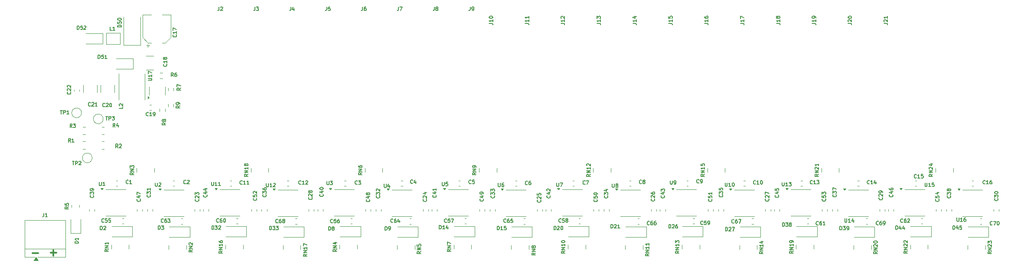
<source format=gbr>
%TF.GenerationSoftware,KiCad,Pcbnew,9.0.3*%
%TF.CreationDate,2025-07-15T10:45:23+03:00*%
%TF.ProjectId,control_unit_tester,636f6e74-726f-46c5-9f75-6e69745f7465,R2*%
%TF.SameCoordinates,Original*%
%TF.FileFunction,Legend,Top*%
%TF.FilePolarity,Positive*%
%FSLAX46Y46*%
G04 Gerber Fmt 4.6, Leading zero omitted, Abs format (unit mm)*
G04 Created by KiCad (PCBNEW 9.0.3) date 2025-07-15 10:45:23*
%MOMM*%
%LPD*%
G01*
G04 APERTURE LIST*
%ADD10C,0.300000*%
%ADD11C,0.150000*%
%ADD12C,0.120000*%
%ADD13C,0.100000*%
G04 APERTURE END LIST*
D10*
X63019510Y-111299400D02*
X64162368Y-111299400D01*
X66554510Y-111229400D02*
X67697368Y-111229400D01*
X67125939Y-111800828D02*
X67125939Y-110657971D01*
D11*
X110949999Y-105274366D02*
X110916666Y-105307700D01*
X110916666Y-105307700D02*
X110816666Y-105341033D01*
X110816666Y-105341033D02*
X110749999Y-105341033D01*
X110749999Y-105341033D02*
X110649999Y-105307700D01*
X110649999Y-105307700D02*
X110583333Y-105241033D01*
X110583333Y-105241033D02*
X110549999Y-105174366D01*
X110549999Y-105174366D02*
X110516666Y-105041033D01*
X110516666Y-105041033D02*
X110516666Y-104941033D01*
X110516666Y-104941033D02*
X110549999Y-104807700D01*
X110549999Y-104807700D02*
X110583333Y-104741033D01*
X110583333Y-104741033D02*
X110649999Y-104674366D01*
X110649999Y-104674366D02*
X110749999Y-104641033D01*
X110749999Y-104641033D02*
X110816666Y-104641033D01*
X110816666Y-104641033D02*
X110916666Y-104674366D01*
X110916666Y-104674366D02*
X110949999Y-104707700D01*
X111549999Y-104641033D02*
X111416666Y-104641033D01*
X111416666Y-104641033D02*
X111349999Y-104674366D01*
X111349999Y-104674366D02*
X111316666Y-104707700D01*
X111316666Y-104707700D02*
X111249999Y-104807700D01*
X111249999Y-104807700D02*
X111216666Y-104941033D01*
X111216666Y-104941033D02*
X111216666Y-105207700D01*
X111216666Y-105207700D02*
X111249999Y-105274366D01*
X111249999Y-105274366D02*
X111283333Y-105307700D01*
X111283333Y-105307700D02*
X111349999Y-105341033D01*
X111349999Y-105341033D02*
X111483333Y-105341033D01*
X111483333Y-105341033D02*
X111549999Y-105307700D01*
X111549999Y-105307700D02*
X111583333Y-105274366D01*
X111583333Y-105274366D02*
X111616666Y-105207700D01*
X111616666Y-105207700D02*
X111616666Y-105041033D01*
X111616666Y-105041033D02*
X111583333Y-104974366D01*
X111583333Y-104974366D02*
X111549999Y-104941033D01*
X111549999Y-104941033D02*
X111483333Y-104907700D01*
X111483333Y-104907700D02*
X111349999Y-104907700D01*
X111349999Y-104907700D02*
X111283333Y-104941033D01*
X111283333Y-104941033D02*
X111249999Y-104974366D01*
X111249999Y-104974366D02*
X111216666Y-105041033D01*
X112016666Y-104941033D02*
X111950000Y-104907700D01*
X111950000Y-104907700D02*
X111916666Y-104874366D01*
X111916666Y-104874366D02*
X111883333Y-104807700D01*
X111883333Y-104807700D02*
X111883333Y-104774366D01*
X111883333Y-104774366D02*
X111916666Y-104707700D01*
X111916666Y-104707700D02*
X111950000Y-104674366D01*
X111950000Y-104674366D02*
X112016666Y-104641033D01*
X112016666Y-104641033D02*
X112150000Y-104641033D01*
X112150000Y-104641033D02*
X112216666Y-104674366D01*
X112216666Y-104674366D02*
X112250000Y-104707700D01*
X112250000Y-104707700D02*
X112283333Y-104774366D01*
X112283333Y-104774366D02*
X112283333Y-104807700D01*
X112283333Y-104807700D02*
X112250000Y-104874366D01*
X112250000Y-104874366D02*
X112216666Y-104907700D01*
X112216666Y-104907700D02*
X112150000Y-104941033D01*
X112150000Y-104941033D02*
X112016666Y-104941033D01*
X112016666Y-104941033D02*
X111950000Y-104974366D01*
X111950000Y-104974366D02*
X111916666Y-105007700D01*
X111916666Y-105007700D02*
X111883333Y-105074366D01*
X111883333Y-105074366D02*
X111883333Y-105207700D01*
X111883333Y-105207700D02*
X111916666Y-105274366D01*
X111916666Y-105274366D02*
X111950000Y-105307700D01*
X111950000Y-105307700D02*
X112016666Y-105341033D01*
X112016666Y-105341033D02*
X112150000Y-105341033D01*
X112150000Y-105341033D02*
X112216666Y-105307700D01*
X112216666Y-105307700D02*
X112250000Y-105274366D01*
X112250000Y-105274366D02*
X112283333Y-105207700D01*
X112283333Y-105207700D02*
X112283333Y-105074366D01*
X112283333Y-105074366D02*
X112250000Y-105007700D01*
X112250000Y-105007700D02*
X112216666Y-104974366D01*
X112216666Y-104974366D02*
X112150000Y-104941033D01*
X134500877Y-63191033D02*
X134500877Y-63691033D01*
X134500877Y-63691033D02*
X134467544Y-63791033D01*
X134467544Y-63791033D02*
X134400877Y-63857700D01*
X134400877Y-63857700D02*
X134300877Y-63891033D01*
X134300877Y-63891033D02*
X134234211Y-63891033D01*
X134767544Y-63191033D02*
X135234210Y-63191033D01*
X135234210Y-63191033D02*
X134934210Y-63891033D01*
X80684366Y-82701667D02*
X80684366Y-83035000D01*
X80684366Y-83035000D02*
X79984366Y-83035000D01*
X80051033Y-82501666D02*
X80017699Y-82468333D01*
X80017699Y-82468333D02*
X79984366Y-82401666D01*
X79984366Y-82401666D02*
X79984366Y-82235000D01*
X79984366Y-82235000D02*
X80017699Y-82168333D01*
X80017699Y-82168333D02*
X80051033Y-82135000D01*
X80051033Y-82135000D02*
X80117699Y-82101666D01*
X80117699Y-82101666D02*
X80184366Y-82101666D01*
X80184366Y-82101666D02*
X80284366Y-82135000D01*
X80284366Y-82135000D02*
X80684366Y-82535000D01*
X80684366Y-82535000D02*
X80684366Y-82101666D01*
X228974366Y-100425000D02*
X229007700Y-100458333D01*
X229007700Y-100458333D02*
X229041033Y-100558333D01*
X229041033Y-100558333D02*
X229041033Y-100625000D01*
X229041033Y-100625000D02*
X229007700Y-100725000D01*
X229007700Y-100725000D02*
X228941033Y-100791667D01*
X228941033Y-100791667D02*
X228874366Y-100825000D01*
X228874366Y-100825000D02*
X228741033Y-100858333D01*
X228741033Y-100858333D02*
X228641033Y-100858333D01*
X228641033Y-100858333D02*
X228507700Y-100825000D01*
X228507700Y-100825000D02*
X228441033Y-100791667D01*
X228441033Y-100791667D02*
X228374366Y-100725000D01*
X228374366Y-100725000D02*
X228341033Y-100625000D01*
X228341033Y-100625000D02*
X228341033Y-100558333D01*
X228341033Y-100558333D02*
X228374366Y-100458333D01*
X228374366Y-100458333D02*
X228407700Y-100425000D01*
X228407700Y-100158333D02*
X228374366Y-100125000D01*
X228374366Y-100125000D02*
X228341033Y-100058333D01*
X228341033Y-100058333D02*
X228341033Y-99891667D01*
X228341033Y-99891667D02*
X228374366Y-99825000D01*
X228374366Y-99825000D02*
X228407700Y-99791667D01*
X228407700Y-99791667D02*
X228474366Y-99758333D01*
X228474366Y-99758333D02*
X228541033Y-99758333D01*
X228541033Y-99758333D02*
X228641033Y-99791667D01*
X228641033Y-99791667D02*
X229041033Y-100191667D01*
X229041033Y-100191667D02*
X229041033Y-99758333D01*
X229041033Y-99425000D02*
X229041033Y-99291666D01*
X229041033Y-99291666D02*
X229007700Y-99225000D01*
X229007700Y-99225000D02*
X228974366Y-99191666D01*
X228974366Y-99191666D02*
X228874366Y-99125000D01*
X228874366Y-99125000D02*
X228741033Y-99091666D01*
X228741033Y-99091666D02*
X228474366Y-99091666D01*
X228474366Y-99091666D02*
X228407700Y-99125000D01*
X228407700Y-99125000D02*
X228374366Y-99158333D01*
X228374366Y-99158333D02*
X228341033Y-99225000D01*
X228341033Y-99225000D02*
X228341033Y-99358333D01*
X228341033Y-99358333D02*
X228374366Y-99425000D01*
X228374366Y-99425000D02*
X228407700Y-99458333D01*
X228407700Y-99458333D02*
X228474366Y-99491666D01*
X228474366Y-99491666D02*
X228641033Y-99491666D01*
X228641033Y-99491666D02*
X228707700Y-99458333D01*
X228707700Y-99458333D02*
X228741033Y-99425000D01*
X228741033Y-99425000D02*
X228774366Y-99358333D01*
X228774366Y-99358333D02*
X228774366Y-99225000D01*
X228774366Y-99225000D02*
X228741033Y-99158333D01*
X228741033Y-99158333D02*
X228707700Y-99125000D01*
X228707700Y-99125000D02*
X228641033Y-99091666D01*
X99461403Y-63191033D02*
X99461403Y-63691033D01*
X99461403Y-63691033D02*
X99428070Y-63791033D01*
X99428070Y-63791033D02*
X99361403Y-63857700D01*
X99361403Y-63857700D02*
X99261403Y-63891033D01*
X99261403Y-63891033D02*
X99194737Y-63891033D01*
X99761403Y-63257700D02*
X99794736Y-63224366D01*
X99794736Y-63224366D02*
X99861403Y-63191033D01*
X99861403Y-63191033D02*
X100028070Y-63191033D01*
X100028070Y-63191033D02*
X100094736Y-63224366D01*
X100094736Y-63224366D02*
X100128070Y-63257700D01*
X100128070Y-63257700D02*
X100161403Y-63324366D01*
X100161403Y-63324366D02*
X100161403Y-63391033D01*
X100161403Y-63391033D02*
X100128070Y-63491033D01*
X100128070Y-63491033D02*
X99728070Y-63891033D01*
X99728070Y-63891033D02*
X100161403Y-63891033D01*
X90533333Y-76766033D02*
X90300000Y-76432700D01*
X90133333Y-76766033D02*
X90133333Y-76066033D01*
X90133333Y-76066033D02*
X90400000Y-76066033D01*
X90400000Y-76066033D02*
X90466667Y-76099366D01*
X90466667Y-76099366D02*
X90500000Y-76132700D01*
X90500000Y-76132700D02*
X90533333Y-76199366D01*
X90533333Y-76199366D02*
X90533333Y-76299366D01*
X90533333Y-76299366D02*
X90500000Y-76366033D01*
X90500000Y-76366033D02*
X90466667Y-76399366D01*
X90466667Y-76399366D02*
X90400000Y-76432700D01*
X90400000Y-76432700D02*
X90133333Y-76432700D01*
X91133333Y-76066033D02*
X91000000Y-76066033D01*
X91000000Y-76066033D02*
X90933333Y-76099366D01*
X90933333Y-76099366D02*
X90900000Y-76132700D01*
X90900000Y-76132700D02*
X90833333Y-76232700D01*
X90833333Y-76232700D02*
X90800000Y-76366033D01*
X90800000Y-76366033D02*
X90800000Y-76632700D01*
X90800000Y-76632700D02*
X90833333Y-76699366D01*
X90833333Y-76699366D02*
X90866667Y-76732700D01*
X90866667Y-76732700D02*
X90933333Y-76766033D01*
X90933333Y-76766033D02*
X91066667Y-76766033D01*
X91066667Y-76766033D02*
X91133333Y-76732700D01*
X91133333Y-76732700D02*
X91166667Y-76699366D01*
X91166667Y-76699366D02*
X91200000Y-76632700D01*
X91200000Y-76632700D02*
X91200000Y-76466033D01*
X91200000Y-76466033D02*
X91166667Y-76399366D01*
X91166667Y-76399366D02*
X91133333Y-76366033D01*
X91133333Y-76366033D02*
X91066667Y-76332700D01*
X91066667Y-76332700D02*
X90933333Y-76332700D01*
X90933333Y-76332700D02*
X90866667Y-76366033D01*
X90866667Y-76366033D02*
X90833333Y-76399366D01*
X90833333Y-76399366D02*
X90800000Y-76466033D01*
X175999999Y-106391033D02*
X175999999Y-105691033D01*
X175999999Y-105691033D02*
X176166666Y-105691033D01*
X176166666Y-105691033D02*
X176266666Y-105724366D01*
X176266666Y-105724366D02*
X176333333Y-105791033D01*
X176333333Y-105791033D02*
X176366666Y-105857700D01*
X176366666Y-105857700D02*
X176399999Y-105991033D01*
X176399999Y-105991033D02*
X176399999Y-106091033D01*
X176399999Y-106091033D02*
X176366666Y-106224366D01*
X176366666Y-106224366D02*
X176333333Y-106291033D01*
X176333333Y-106291033D02*
X176266666Y-106357700D01*
X176266666Y-106357700D02*
X176166666Y-106391033D01*
X176166666Y-106391033D02*
X175999999Y-106391033D01*
X176666666Y-105757700D02*
X176699999Y-105724366D01*
X176699999Y-105724366D02*
X176766666Y-105691033D01*
X176766666Y-105691033D02*
X176933333Y-105691033D01*
X176933333Y-105691033D02*
X176999999Y-105724366D01*
X176999999Y-105724366D02*
X177033333Y-105757700D01*
X177033333Y-105757700D02*
X177066666Y-105824366D01*
X177066666Y-105824366D02*
X177066666Y-105891033D01*
X177066666Y-105891033D02*
X177033333Y-105991033D01*
X177033333Y-105991033D02*
X176633333Y-106391033D01*
X176633333Y-106391033D02*
X177066666Y-106391033D01*
X177733333Y-106391033D02*
X177333333Y-106391033D01*
X177533333Y-106391033D02*
X177533333Y-105691033D01*
X177533333Y-105691033D02*
X177466666Y-105791033D01*
X177466666Y-105791033D02*
X177400000Y-105857700D01*
X177400000Y-105857700D02*
X177333333Y-105891033D01*
X249074999Y-97699366D02*
X249041666Y-97732700D01*
X249041666Y-97732700D02*
X248941666Y-97766033D01*
X248941666Y-97766033D02*
X248874999Y-97766033D01*
X248874999Y-97766033D02*
X248774999Y-97732700D01*
X248774999Y-97732700D02*
X248708333Y-97666033D01*
X248708333Y-97666033D02*
X248674999Y-97599366D01*
X248674999Y-97599366D02*
X248641666Y-97466033D01*
X248641666Y-97466033D02*
X248641666Y-97366033D01*
X248641666Y-97366033D02*
X248674999Y-97232700D01*
X248674999Y-97232700D02*
X248708333Y-97166033D01*
X248708333Y-97166033D02*
X248774999Y-97099366D01*
X248774999Y-97099366D02*
X248874999Y-97066033D01*
X248874999Y-97066033D02*
X248941666Y-97066033D01*
X248941666Y-97066033D02*
X249041666Y-97099366D01*
X249041666Y-97099366D02*
X249074999Y-97132700D01*
X249741666Y-97766033D02*
X249341666Y-97766033D01*
X249541666Y-97766033D02*
X249541666Y-97066033D01*
X249541666Y-97066033D02*
X249474999Y-97166033D01*
X249474999Y-97166033D02*
X249408333Y-97232700D01*
X249408333Y-97232700D02*
X249341666Y-97266033D01*
X250341666Y-97066033D02*
X250208333Y-97066033D01*
X250208333Y-97066033D02*
X250141666Y-97099366D01*
X250141666Y-97099366D02*
X250108333Y-97132700D01*
X250108333Y-97132700D02*
X250041666Y-97232700D01*
X250041666Y-97232700D02*
X250008333Y-97366033D01*
X250008333Y-97366033D02*
X250008333Y-97632700D01*
X250008333Y-97632700D02*
X250041666Y-97699366D01*
X250041666Y-97699366D02*
X250075000Y-97732700D01*
X250075000Y-97732700D02*
X250141666Y-97766033D01*
X250141666Y-97766033D02*
X250275000Y-97766033D01*
X250275000Y-97766033D02*
X250341666Y-97732700D01*
X250341666Y-97732700D02*
X250375000Y-97699366D01*
X250375000Y-97699366D02*
X250408333Y-97632700D01*
X250408333Y-97632700D02*
X250408333Y-97466033D01*
X250408333Y-97466033D02*
X250375000Y-97399366D01*
X250375000Y-97399366D02*
X250341666Y-97366033D01*
X250341666Y-97366033D02*
X250275000Y-97332700D01*
X250275000Y-97332700D02*
X250141666Y-97332700D01*
X250141666Y-97332700D02*
X250075000Y-97366033D01*
X250075000Y-97366033D02*
X250041666Y-97399366D01*
X250041666Y-97399366D02*
X250008333Y-97466033D01*
X181983333Y-97624366D02*
X181950000Y-97657700D01*
X181950000Y-97657700D02*
X181850000Y-97691033D01*
X181850000Y-97691033D02*
X181783333Y-97691033D01*
X181783333Y-97691033D02*
X181683333Y-97657700D01*
X181683333Y-97657700D02*
X181616667Y-97591033D01*
X181616667Y-97591033D02*
X181583333Y-97524366D01*
X181583333Y-97524366D02*
X181550000Y-97391033D01*
X181550000Y-97391033D02*
X181550000Y-97291033D01*
X181550000Y-97291033D02*
X181583333Y-97157700D01*
X181583333Y-97157700D02*
X181616667Y-97091033D01*
X181616667Y-97091033D02*
X181683333Y-97024366D01*
X181683333Y-97024366D02*
X181783333Y-96991033D01*
X181783333Y-96991033D02*
X181850000Y-96991033D01*
X181850000Y-96991033D02*
X181950000Y-97024366D01*
X181950000Y-97024366D02*
X181983333Y-97057700D01*
X182383333Y-97291033D02*
X182316667Y-97257700D01*
X182316667Y-97257700D02*
X182283333Y-97224366D01*
X182283333Y-97224366D02*
X182250000Y-97157700D01*
X182250000Y-97157700D02*
X182250000Y-97124366D01*
X182250000Y-97124366D02*
X182283333Y-97057700D01*
X182283333Y-97057700D02*
X182316667Y-97024366D01*
X182316667Y-97024366D02*
X182383333Y-96991033D01*
X182383333Y-96991033D02*
X182516667Y-96991033D01*
X182516667Y-96991033D02*
X182583333Y-97024366D01*
X182583333Y-97024366D02*
X182616667Y-97057700D01*
X182616667Y-97057700D02*
X182650000Y-97124366D01*
X182650000Y-97124366D02*
X182650000Y-97157700D01*
X182650000Y-97157700D02*
X182616667Y-97224366D01*
X182616667Y-97224366D02*
X182583333Y-97257700D01*
X182583333Y-97257700D02*
X182516667Y-97291033D01*
X182516667Y-97291033D02*
X182383333Y-97291033D01*
X182383333Y-97291033D02*
X182316667Y-97324366D01*
X182316667Y-97324366D02*
X182283333Y-97357700D01*
X182283333Y-97357700D02*
X182250000Y-97424366D01*
X182250000Y-97424366D02*
X182250000Y-97557700D01*
X182250000Y-97557700D02*
X182283333Y-97624366D01*
X182283333Y-97624366D02*
X182316667Y-97657700D01*
X182316667Y-97657700D02*
X182383333Y-97691033D01*
X182383333Y-97691033D02*
X182516667Y-97691033D01*
X182516667Y-97691033D02*
X182583333Y-97657700D01*
X182583333Y-97657700D02*
X182616667Y-97624366D01*
X182616667Y-97624366D02*
X182650000Y-97557700D01*
X182650000Y-97557700D02*
X182650000Y-97424366D01*
X182650000Y-97424366D02*
X182616667Y-97357700D01*
X182616667Y-97357700D02*
X182583333Y-97324366D01*
X182583333Y-97324366D02*
X182516667Y-97291033D01*
X208699366Y-99950000D02*
X208732700Y-99983333D01*
X208732700Y-99983333D02*
X208766033Y-100083333D01*
X208766033Y-100083333D02*
X208766033Y-100150000D01*
X208766033Y-100150000D02*
X208732700Y-100250000D01*
X208732700Y-100250000D02*
X208666033Y-100316667D01*
X208666033Y-100316667D02*
X208599366Y-100350000D01*
X208599366Y-100350000D02*
X208466033Y-100383333D01*
X208466033Y-100383333D02*
X208366033Y-100383333D01*
X208366033Y-100383333D02*
X208232700Y-100350000D01*
X208232700Y-100350000D02*
X208166033Y-100316667D01*
X208166033Y-100316667D02*
X208099366Y-100250000D01*
X208099366Y-100250000D02*
X208066033Y-100150000D01*
X208066033Y-100150000D02*
X208066033Y-100083333D01*
X208066033Y-100083333D02*
X208099366Y-99983333D01*
X208099366Y-99983333D02*
X208132700Y-99950000D01*
X208299366Y-99350000D02*
X208766033Y-99350000D01*
X208032700Y-99516667D02*
X208532700Y-99683333D01*
X208532700Y-99683333D02*
X208532700Y-99250000D01*
X208066033Y-98650000D02*
X208066033Y-98983333D01*
X208066033Y-98983333D02*
X208399366Y-99016666D01*
X208399366Y-99016666D02*
X208366033Y-98983333D01*
X208366033Y-98983333D02*
X208332700Y-98916666D01*
X208332700Y-98916666D02*
X208332700Y-98750000D01*
X208332700Y-98750000D02*
X208366033Y-98683333D01*
X208366033Y-98683333D02*
X208399366Y-98650000D01*
X208399366Y-98650000D02*
X208466033Y-98616666D01*
X208466033Y-98616666D02*
X208632700Y-98616666D01*
X208632700Y-98616666D02*
X208699366Y-98650000D01*
X208699366Y-98650000D02*
X208732700Y-98683333D01*
X208732700Y-98683333D02*
X208766033Y-98750000D01*
X208766033Y-98750000D02*
X208766033Y-98916666D01*
X208766033Y-98916666D02*
X208732700Y-98983333D01*
X208732700Y-98983333D02*
X208699366Y-99016666D01*
X226474999Y-97699366D02*
X226441666Y-97732700D01*
X226441666Y-97732700D02*
X226341666Y-97766033D01*
X226341666Y-97766033D02*
X226274999Y-97766033D01*
X226274999Y-97766033D02*
X226174999Y-97732700D01*
X226174999Y-97732700D02*
X226108333Y-97666033D01*
X226108333Y-97666033D02*
X226074999Y-97599366D01*
X226074999Y-97599366D02*
X226041666Y-97466033D01*
X226041666Y-97466033D02*
X226041666Y-97366033D01*
X226041666Y-97366033D02*
X226074999Y-97232700D01*
X226074999Y-97232700D02*
X226108333Y-97166033D01*
X226108333Y-97166033D02*
X226174999Y-97099366D01*
X226174999Y-97099366D02*
X226274999Y-97066033D01*
X226274999Y-97066033D02*
X226341666Y-97066033D01*
X226341666Y-97066033D02*
X226441666Y-97099366D01*
X226441666Y-97099366D02*
X226474999Y-97132700D01*
X227141666Y-97766033D02*
X226741666Y-97766033D01*
X226941666Y-97766033D02*
X226941666Y-97066033D01*
X226941666Y-97066033D02*
X226874999Y-97166033D01*
X226874999Y-97166033D02*
X226808333Y-97232700D01*
X226808333Y-97232700D02*
X226741666Y-97266033D01*
X227741666Y-97299366D02*
X227741666Y-97766033D01*
X227575000Y-97032700D02*
X227408333Y-97532700D01*
X227408333Y-97532700D02*
X227841666Y-97532700D01*
X187268665Y-66366666D02*
X187768665Y-66366666D01*
X187768665Y-66366666D02*
X187868665Y-66399999D01*
X187868665Y-66399999D02*
X187935332Y-66466666D01*
X187935332Y-66466666D02*
X187968665Y-66566666D01*
X187968665Y-66566666D02*
X187968665Y-66633333D01*
X187968665Y-65666666D02*
X187968665Y-66066666D01*
X187968665Y-65866666D02*
X187268665Y-65866666D01*
X187268665Y-65866666D02*
X187368665Y-65933333D01*
X187368665Y-65933333D02*
X187435332Y-66000000D01*
X187435332Y-66000000D02*
X187468665Y-66066666D01*
X187268665Y-65033333D02*
X187268665Y-65366666D01*
X187268665Y-65366666D02*
X187601998Y-65399999D01*
X187601998Y-65399999D02*
X187568665Y-65366666D01*
X187568665Y-65366666D02*
X187535332Y-65299999D01*
X187535332Y-65299999D02*
X187535332Y-65133333D01*
X187535332Y-65133333D02*
X187568665Y-65066666D01*
X187568665Y-65066666D02*
X187601998Y-65033333D01*
X187601998Y-65033333D02*
X187668665Y-64999999D01*
X187668665Y-64999999D02*
X187835332Y-64999999D01*
X187835332Y-64999999D02*
X187901998Y-65033333D01*
X187901998Y-65033333D02*
X187935332Y-65066666D01*
X187935332Y-65066666D02*
X187968665Y-65133333D01*
X187968665Y-65133333D02*
X187968665Y-65299999D01*
X187968665Y-65299999D02*
X187935332Y-65366666D01*
X187935332Y-65366666D02*
X187901998Y-65399999D01*
X198308333Y-97516033D02*
X198308333Y-98082700D01*
X198308333Y-98082700D02*
X198341667Y-98149366D01*
X198341667Y-98149366D02*
X198375000Y-98182700D01*
X198375000Y-98182700D02*
X198441667Y-98216033D01*
X198441667Y-98216033D02*
X198575000Y-98216033D01*
X198575000Y-98216033D02*
X198641667Y-98182700D01*
X198641667Y-98182700D02*
X198675000Y-98149366D01*
X198675000Y-98149366D02*
X198708333Y-98082700D01*
X198708333Y-98082700D02*
X198708333Y-97516033D01*
X199408333Y-98216033D02*
X199008333Y-98216033D01*
X199208333Y-98216033D02*
X199208333Y-97516033D01*
X199208333Y-97516033D02*
X199141666Y-97616033D01*
X199141666Y-97616033D02*
X199075000Y-97682700D01*
X199075000Y-97682700D02*
X199008333Y-97716033D01*
X199841667Y-97516033D02*
X199908333Y-97516033D01*
X199908333Y-97516033D02*
X199975000Y-97549366D01*
X199975000Y-97549366D02*
X200008333Y-97582700D01*
X200008333Y-97582700D02*
X200041667Y-97649366D01*
X200041667Y-97649366D02*
X200075000Y-97782700D01*
X200075000Y-97782700D02*
X200075000Y-97949366D01*
X200075000Y-97949366D02*
X200041667Y-98082700D01*
X200041667Y-98082700D02*
X200008333Y-98149366D01*
X200008333Y-98149366D02*
X199975000Y-98182700D01*
X199975000Y-98182700D02*
X199908333Y-98216033D01*
X199908333Y-98216033D02*
X199841667Y-98216033D01*
X199841667Y-98216033D02*
X199775000Y-98182700D01*
X199775000Y-98182700D02*
X199741667Y-98149366D01*
X199741667Y-98149366D02*
X199708333Y-98082700D01*
X199708333Y-98082700D02*
X199675000Y-97949366D01*
X199675000Y-97949366D02*
X199675000Y-97782700D01*
X199675000Y-97782700D02*
X199708333Y-97649366D01*
X199708333Y-97649366D02*
X199741667Y-97582700D01*
X199741667Y-97582700D02*
X199775000Y-97549366D01*
X199775000Y-97549366D02*
X199841667Y-97516033D01*
X127394604Y-95533333D02*
X127061271Y-95766666D01*
X127394604Y-95933333D02*
X126694604Y-95933333D01*
X126694604Y-95933333D02*
X126694604Y-95666666D01*
X126694604Y-95666666D02*
X126727937Y-95600000D01*
X126727937Y-95600000D02*
X126761271Y-95566666D01*
X126761271Y-95566666D02*
X126827937Y-95533333D01*
X126827937Y-95533333D02*
X126927937Y-95533333D01*
X126927937Y-95533333D02*
X126994604Y-95566666D01*
X126994604Y-95566666D02*
X127027937Y-95600000D01*
X127027937Y-95600000D02*
X127061271Y-95666666D01*
X127061271Y-95666666D02*
X127061271Y-95933333D01*
X127394604Y-95233333D02*
X126694604Y-95233333D01*
X126694604Y-95233333D02*
X127394604Y-94833333D01*
X127394604Y-94833333D02*
X126694604Y-94833333D01*
X126694604Y-94200000D02*
X126694604Y-94333333D01*
X126694604Y-94333333D02*
X126727937Y-94400000D01*
X126727937Y-94400000D02*
X126761271Y-94433333D01*
X126761271Y-94433333D02*
X126861271Y-94500000D01*
X126861271Y-94500000D02*
X126994604Y-94533333D01*
X126994604Y-94533333D02*
X127261271Y-94533333D01*
X127261271Y-94533333D02*
X127327937Y-94500000D01*
X127327937Y-94500000D02*
X127361271Y-94466667D01*
X127361271Y-94466667D02*
X127394604Y-94400000D01*
X127394604Y-94400000D02*
X127394604Y-94266667D01*
X127394604Y-94266667D02*
X127361271Y-94200000D01*
X127361271Y-94200000D02*
X127327937Y-94166667D01*
X127327937Y-94166667D02*
X127261271Y-94133333D01*
X127261271Y-94133333D02*
X127094604Y-94133333D01*
X127094604Y-94133333D02*
X127027937Y-94166667D01*
X127027937Y-94166667D02*
X126994604Y-94200000D01*
X126994604Y-94200000D02*
X126961271Y-94266667D01*
X126961271Y-94266667D02*
X126961271Y-94400000D01*
X126961271Y-94400000D02*
X126994604Y-94466667D01*
X126994604Y-94466667D02*
X127027937Y-94500000D01*
X127027937Y-94500000D02*
X127094604Y-94533333D01*
X119749366Y-99775000D02*
X119782700Y-99808333D01*
X119782700Y-99808333D02*
X119816033Y-99908333D01*
X119816033Y-99908333D02*
X119816033Y-99975000D01*
X119816033Y-99975000D02*
X119782700Y-100075000D01*
X119782700Y-100075000D02*
X119716033Y-100141667D01*
X119716033Y-100141667D02*
X119649366Y-100175000D01*
X119649366Y-100175000D02*
X119516033Y-100208333D01*
X119516033Y-100208333D02*
X119416033Y-100208333D01*
X119416033Y-100208333D02*
X119282700Y-100175000D01*
X119282700Y-100175000D02*
X119216033Y-100141667D01*
X119216033Y-100141667D02*
X119149366Y-100075000D01*
X119149366Y-100075000D02*
X119116033Y-99975000D01*
X119116033Y-99975000D02*
X119116033Y-99908333D01*
X119116033Y-99908333D02*
X119149366Y-99808333D01*
X119149366Y-99808333D02*
X119182700Y-99775000D01*
X119349366Y-99175000D02*
X119816033Y-99175000D01*
X119082700Y-99341667D02*
X119582700Y-99508333D01*
X119582700Y-99508333D02*
X119582700Y-99075000D01*
X119116033Y-98675000D02*
X119116033Y-98608333D01*
X119116033Y-98608333D02*
X119149366Y-98541666D01*
X119149366Y-98541666D02*
X119182700Y-98508333D01*
X119182700Y-98508333D02*
X119249366Y-98475000D01*
X119249366Y-98475000D02*
X119382700Y-98441666D01*
X119382700Y-98441666D02*
X119549366Y-98441666D01*
X119549366Y-98441666D02*
X119682700Y-98475000D01*
X119682700Y-98475000D02*
X119749366Y-98508333D01*
X119749366Y-98508333D02*
X119782700Y-98541666D01*
X119782700Y-98541666D02*
X119816033Y-98608333D01*
X119816033Y-98608333D02*
X119816033Y-98675000D01*
X119816033Y-98675000D02*
X119782700Y-98741666D01*
X119782700Y-98741666D02*
X119749366Y-98775000D01*
X119749366Y-98775000D02*
X119682700Y-98808333D01*
X119682700Y-98808333D02*
X119549366Y-98841666D01*
X119549366Y-98841666D02*
X119382700Y-98841666D01*
X119382700Y-98841666D02*
X119249366Y-98808333D01*
X119249366Y-98808333D02*
X119182700Y-98775000D01*
X119182700Y-98775000D02*
X119149366Y-98741666D01*
X119149366Y-98741666D02*
X119116033Y-98675000D01*
X228224999Y-105674366D02*
X228191666Y-105707700D01*
X228191666Y-105707700D02*
X228091666Y-105741033D01*
X228091666Y-105741033D02*
X228024999Y-105741033D01*
X228024999Y-105741033D02*
X227924999Y-105707700D01*
X227924999Y-105707700D02*
X227858333Y-105641033D01*
X227858333Y-105641033D02*
X227824999Y-105574366D01*
X227824999Y-105574366D02*
X227791666Y-105441033D01*
X227791666Y-105441033D02*
X227791666Y-105341033D01*
X227791666Y-105341033D02*
X227824999Y-105207700D01*
X227824999Y-105207700D02*
X227858333Y-105141033D01*
X227858333Y-105141033D02*
X227924999Y-105074366D01*
X227924999Y-105074366D02*
X228024999Y-105041033D01*
X228024999Y-105041033D02*
X228091666Y-105041033D01*
X228091666Y-105041033D02*
X228191666Y-105074366D01*
X228191666Y-105074366D02*
X228224999Y-105107700D01*
X228824999Y-105041033D02*
X228691666Y-105041033D01*
X228691666Y-105041033D02*
X228624999Y-105074366D01*
X228624999Y-105074366D02*
X228591666Y-105107700D01*
X228591666Y-105107700D02*
X228524999Y-105207700D01*
X228524999Y-105207700D02*
X228491666Y-105341033D01*
X228491666Y-105341033D02*
X228491666Y-105607700D01*
X228491666Y-105607700D02*
X228524999Y-105674366D01*
X228524999Y-105674366D02*
X228558333Y-105707700D01*
X228558333Y-105707700D02*
X228624999Y-105741033D01*
X228624999Y-105741033D02*
X228758333Y-105741033D01*
X228758333Y-105741033D02*
X228824999Y-105707700D01*
X228824999Y-105707700D02*
X228858333Y-105674366D01*
X228858333Y-105674366D02*
X228891666Y-105607700D01*
X228891666Y-105607700D02*
X228891666Y-105441033D01*
X228891666Y-105441033D02*
X228858333Y-105374366D01*
X228858333Y-105374366D02*
X228824999Y-105341033D01*
X228824999Y-105341033D02*
X228758333Y-105307700D01*
X228758333Y-105307700D02*
X228624999Y-105307700D01*
X228624999Y-105307700D02*
X228558333Y-105341033D01*
X228558333Y-105341033D02*
X228524999Y-105374366D01*
X228524999Y-105374366D02*
X228491666Y-105441033D01*
X229225000Y-105741033D02*
X229358333Y-105741033D01*
X229358333Y-105741033D02*
X229425000Y-105707700D01*
X229425000Y-105707700D02*
X229458333Y-105674366D01*
X229458333Y-105674366D02*
X229525000Y-105574366D01*
X229525000Y-105574366D02*
X229558333Y-105441033D01*
X229558333Y-105441033D02*
X229558333Y-105174366D01*
X229558333Y-105174366D02*
X229525000Y-105107700D01*
X229525000Y-105107700D02*
X229491666Y-105074366D01*
X229491666Y-105074366D02*
X229425000Y-105041033D01*
X229425000Y-105041033D02*
X229291666Y-105041033D01*
X229291666Y-105041033D02*
X229225000Y-105074366D01*
X229225000Y-105074366D02*
X229191666Y-105107700D01*
X229191666Y-105107700D02*
X229158333Y-105174366D01*
X229158333Y-105174366D02*
X229158333Y-105341033D01*
X229158333Y-105341033D02*
X229191666Y-105407700D01*
X229191666Y-105407700D02*
X229225000Y-105441033D01*
X229225000Y-105441033D02*
X229291666Y-105474366D01*
X229291666Y-105474366D02*
X229425000Y-105474366D01*
X229425000Y-105474366D02*
X229491666Y-105441033D01*
X229491666Y-105441033D02*
X229525000Y-105407700D01*
X229525000Y-105407700D02*
X229558333Y-105341033D01*
X153991666Y-97591033D02*
X153991666Y-98157700D01*
X153991666Y-98157700D02*
X154025000Y-98224366D01*
X154025000Y-98224366D02*
X154058333Y-98257700D01*
X154058333Y-98257700D02*
X154125000Y-98291033D01*
X154125000Y-98291033D02*
X154258333Y-98291033D01*
X154258333Y-98291033D02*
X154325000Y-98257700D01*
X154325000Y-98257700D02*
X154358333Y-98224366D01*
X154358333Y-98224366D02*
X154391666Y-98157700D01*
X154391666Y-98157700D02*
X154391666Y-97591033D01*
X155024999Y-97591033D02*
X154891666Y-97591033D01*
X154891666Y-97591033D02*
X154824999Y-97624366D01*
X154824999Y-97624366D02*
X154791666Y-97657700D01*
X154791666Y-97657700D02*
X154724999Y-97757700D01*
X154724999Y-97757700D02*
X154691666Y-97891033D01*
X154691666Y-97891033D02*
X154691666Y-98157700D01*
X154691666Y-98157700D02*
X154724999Y-98224366D01*
X154724999Y-98224366D02*
X154758333Y-98257700D01*
X154758333Y-98257700D02*
X154824999Y-98291033D01*
X154824999Y-98291033D02*
X154958333Y-98291033D01*
X154958333Y-98291033D02*
X155024999Y-98257700D01*
X155024999Y-98257700D02*
X155058333Y-98224366D01*
X155058333Y-98224366D02*
X155091666Y-98157700D01*
X155091666Y-98157700D02*
X155091666Y-97991033D01*
X155091666Y-97991033D02*
X155058333Y-97924366D01*
X155058333Y-97924366D02*
X155024999Y-97891033D01*
X155024999Y-97891033D02*
X154958333Y-97857700D01*
X154958333Y-97857700D02*
X154824999Y-97857700D01*
X154824999Y-97857700D02*
X154758333Y-97891033D01*
X154758333Y-97891033D02*
X154724999Y-97924366D01*
X154724999Y-97924366D02*
X154691666Y-97991033D01*
X173274366Y-100800000D02*
X173307700Y-100833333D01*
X173307700Y-100833333D02*
X173341033Y-100933333D01*
X173341033Y-100933333D02*
X173341033Y-101000000D01*
X173341033Y-101000000D02*
X173307700Y-101100000D01*
X173307700Y-101100000D02*
X173241033Y-101166667D01*
X173241033Y-101166667D02*
X173174366Y-101200000D01*
X173174366Y-101200000D02*
X173041033Y-101233333D01*
X173041033Y-101233333D02*
X172941033Y-101233333D01*
X172941033Y-101233333D02*
X172807700Y-101200000D01*
X172807700Y-101200000D02*
X172741033Y-101166667D01*
X172741033Y-101166667D02*
X172674366Y-101100000D01*
X172674366Y-101100000D02*
X172641033Y-101000000D01*
X172641033Y-101000000D02*
X172641033Y-100933333D01*
X172641033Y-100933333D02*
X172674366Y-100833333D01*
X172674366Y-100833333D02*
X172707700Y-100800000D01*
X172641033Y-100166667D02*
X172641033Y-100500000D01*
X172641033Y-100500000D02*
X172974366Y-100533333D01*
X172974366Y-100533333D02*
X172941033Y-100500000D01*
X172941033Y-100500000D02*
X172907700Y-100433333D01*
X172907700Y-100433333D02*
X172907700Y-100266667D01*
X172907700Y-100266667D02*
X172941033Y-100200000D01*
X172941033Y-100200000D02*
X172974366Y-100166667D01*
X172974366Y-100166667D02*
X173041033Y-100133333D01*
X173041033Y-100133333D02*
X173207700Y-100133333D01*
X173207700Y-100133333D02*
X173274366Y-100166667D01*
X173274366Y-100166667D02*
X173307700Y-100200000D01*
X173307700Y-100200000D02*
X173341033Y-100266667D01*
X173341033Y-100266667D02*
X173341033Y-100433333D01*
X173341033Y-100433333D02*
X173307700Y-100500000D01*
X173307700Y-100500000D02*
X173274366Y-100533333D01*
X172641033Y-99700000D02*
X172641033Y-99633333D01*
X172641033Y-99633333D02*
X172674366Y-99566666D01*
X172674366Y-99566666D02*
X172707700Y-99533333D01*
X172707700Y-99533333D02*
X172774366Y-99500000D01*
X172774366Y-99500000D02*
X172907700Y-99466666D01*
X172907700Y-99466666D02*
X173074366Y-99466666D01*
X173074366Y-99466666D02*
X173207700Y-99500000D01*
X173207700Y-99500000D02*
X173274366Y-99533333D01*
X173274366Y-99533333D02*
X173307700Y-99566666D01*
X173307700Y-99566666D02*
X173341033Y-99633333D01*
X173341033Y-99633333D02*
X173341033Y-99700000D01*
X173341033Y-99700000D02*
X173307700Y-99766666D01*
X173307700Y-99766666D02*
X173274366Y-99800000D01*
X173274366Y-99800000D02*
X173207700Y-99833333D01*
X173207700Y-99833333D02*
X173074366Y-99866666D01*
X173074366Y-99866666D02*
X172907700Y-99866666D01*
X172907700Y-99866666D02*
X172774366Y-99833333D01*
X172774366Y-99833333D02*
X172707700Y-99800000D01*
X172707700Y-99800000D02*
X172674366Y-99766666D01*
X172674366Y-99766666D02*
X172641033Y-99700000D01*
X251524366Y-100575000D02*
X251557700Y-100608333D01*
X251557700Y-100608333D02*
X251591033Y-100708333D01*
X251591033Y-100708333D02*
X251591033Y-100775000D01*
X251591033Y-100775000D02*
X251557700Y-100875000D01*
X251557700Y-100875000D02*
X251491033Y-100941667D01*
X251491033Y-100941667D02*
X251424366Y-100975000D01*
X251424366Y-100975000D02*
X251291033Y-101008333D01*
X251291033Y-101008333D02*
X251191033Y-101008333D01*
X251191033Y-101008333D02*
X251057700Y-100975000D01*
X251057700Y-100975000D02*
X250991033Y-100941667D01*
X250991033Y-100941667D02*
X250924366Y-100875000D01*
X250924366Y-100875000D02*
X250891033Y-100775000D01*
X250891033Y-100775000D02*
X250891033Y-100708333D01*
X250891033Y-100708333D02*
X250924366Y-100608333D01*
X250924366Y-100608333D02*
X250957700Y-100575000D01*
X250891033Y-100341667D02*
X250891033Y-99908333D01*
X250891033Y-99908333D02*
X251157700Y-100141667D01*
X251157700Y-100141667D02*
X251157700Y-100041667D01*
X251157700Y-100041667D02*
X251191033Y-99975000D01*
X251191033Y-99975000D02*
X251224366Y-99941667D01*
X251224366Y-99941667D02*
X251291033Y-99908333D01*
X251291033Y-99908333D02*
X251457700Y-99908333D01*
X251457700Y-99908333D02*
X251524366Y-99941667D01*
X251524366Y-99941667D02*
X251557700Y-99975000D01*
X251557700Y-99975000D02*
X251591033Y-100041667D01*
X251591033Y-100041667D02*
X251591033Y-100241667D01*
X251591033Y-100241667D02*
X251557700Y-100308333D01*
X251557700Y-100308333D02*
X251524366Y-100341667D01*
X250891033Y-99475000D02*
X250891033Y-99408333D01*
X250891033Y-99408333D02*
X250924366Y-99341666D01*
X250924366Y-99341666D02*
X250957700Y-99308333D01*
X250957700Y-99308333D02*
X251024366Y-99275000D01*
X251024366Y-99275000D02*
X251157700Y-99241666D01*
X251157700Y-99241666D02*
X251324366Y-99241666D01*
X251324366Y-99241666D02*
X251457700Y-99275000D01*
X251457700Y-99275000D02*
X251524366Y-99308333D01*
X251524366Y-99308333D02*
X251557700Y-99341666D01*
X251557700Y-99341666D02*
X251591033Y-99408333D01*
X251591033Y-99408333D02*
X251591033Y-99475000D01*
X251591033Y-99475000D02*
X251557700Y-99541666D01*
X251557700Y-99541666D02*
X251524366Y-99575000D01*
X251524366Y-99575000D02*
X251457700Y-99608333D01*
X251457700Y-99608333D02*
X251324366Y-99641666D01*
X251324366Y-99641666D02*
X251157700Y-99641666D01*
X251157700Y-99641666D02*
X251024366Y-99608333D01*
X251024366Y-99608333D02*
X250957700Y-99575000D01*
X250957700Y-99575000D02*
X250924366Y-99541666D01*
X250924366Y-99541666D02*
X250891033Y-99475000D01*
X92983333Y-97649366D02*
X92950000Y-97682700D01*
X92950000Y-97682700D02*
X92850000Y-97716033D01*
X92850000Y-97716033D02*
X92783333Y-97716033D01*
X92783333Y-97716033D02*
X92683333Y-97682700D01*
X92683333Y-97682700D02*
X92616667Y-97616033D01*
X92616667Y-97616033D02*
X92583333Y-97549366D01*
X92583333Y-97549366D02*
X92550000Y-97416033D01*
X92550000Y-97416033D02*
X92550000Y-97316033D01*
X92550000Y-97316033D02*
X92583333Y-97182700D01*
X92583333Y-97182700D02*
X92616667Y-97116033D01*
X92616667Y-97116033D02*
X92683333Y-97049366D01*
X92683333Y-97049366D02*
X92783333Y-97016033D01*
X92783333Y-97016033D02*
X92850000Y-97016033D01*
X92850000Y-97016033D02*
X92950000Y-97049366D01*
X92950000Y-97049366D02*
X92983333Y-97082700D01*
X93250000Y-97082700D02*
X93283333Y-97049366D01*
X93283333Y-97049366D02*
X93350000Y-97016033D01*
X93350000Y-97016033D02*
X93516667Y-97016033D01*
X93516667Y-97016033D02*
X93583333Y-97049366D01*
X93583333Y-97049366D02*
X93616667Y-97082700D01*
X93616667Y-97082700D02*
X93650000Y-97149366D01*
X93650000Y-97149366D02*
X93650000Y-97216033D01*
X93650000Y-97216033D02*
X93616667Y-97316033D01*
X93616667Y-97316033D02*
X93216667Y-97716033D01*
X93216667Y-97716033D02*
X93650000Y-97716033D01*
X108624366Y-99825000D02*
X108657700Y-99858333D01*
X108657700Y-99858333D02*
X108691033Y-99958333D01*
X108691033Y-99958333D02*
X108691033Y-100025000D01*
X108691033Y-100025000D02*
X108657700Y-100125000D01*
X108657700Y-100125000D02*
X108591033Y-100191667D01*
X108591033Y-100191667D02*
X108524366Y-100225000D01*
X108524366Y-100225000D02*
X108391033Y-100258333D01*
X108391033Y-100258333D02*
X108291033Y-100258333D01*
X108291033Y-100258333D02*
X108157700Y-100225000D01*
X108157700Y-100225000D02*
X108091033Y-100191667D01*
X108091033Y-100191667D02*
X108024366Y-100125000D01*
X108024366Y-100125000D02*
X107991033Y-100025000D01*
X107991033Y-100025000D02*
X107991033Y-99958333D01*
X107991033Y-99958333D02*
X108024366Y-99858333D01*
X108024366Y-99858333D02*
X108057700Y-99825000D01*
X107991033Y-99591667D02*
X107991033Y-99158333D01*
X107991033Y-99158333D02*
X108257700Y-99391667D01*
X108257700Y-99391667D02*
X108257700Y-99291667D01*
X108257700Y-99291667D02*
X108291033Y-99225000D01*
X108291033Y-99225000D02*
X108324366Y-99191667D01*
X108324366Y-99191667D02*
X108391033Y-99158333D01*
X108391033Y-99158333D02*
X108557700Y-99158333D01*
X108557700Y-99158333D02*
X108624366Y-99191667D01*
X108624366Y-99191667D02*
X108657700Y-99225000D01*
X108657700Y-99225000D02*
X108691033Y-99291667D01*
X108691033Y-99291667D02*
X108691033Y-99491667D01*
X108691033Y-99491667D02*
X108657700Y-99558333D01*
X108657700Y-99558333D02*
X108624366Y-99591667D01*
X107991033Y-98558333D02*
X107991033Y-98691666D01*
X107991033Y-98691666D02*
X108024366Y-98758333D01*
X108024366Y-98758333D02*
X108057700Y-98791666D01*
X108057700Y-98791666D02*
X108157700Y-98858333D01*
X108157700Y-98858333D02*
X108291033Y-98891666D01*
X108291033Y-98891666D02*
X108557700Y-98891666D01*
X108557700Y-98891666D02*
X108624366Y-98858333D01*
X108624366Y-98858333D02*
X108657700Y-98825000D01*
X108657700Y-98825000D02*
X108691033Y-98758333D01*
X108691033Y-98758333D02*
X108691033Y-98625000D01*
X108691033Y-98625000D02*
X108657700Y-98558333D01*
X108657700Y-98558333D02*
X108624366Y-98525000D01*
X108624366Y-98525000D02*
X108557700Y-98491666D01*
X108557700Y-98491666D02*
X108391033Y-98491666D01*
X108391033Y-98491666D02*
X108324366Y-98525000D01*
X108324366Y-98525000D02*
X108291033Y-98558333D01*
X108291033Y-98558333D02*
X108257700Y-98625000D01*
X108257700Y-98625000D02*
X108257700Y-98758333D01*
X108257700Y-98758333D02*
X108291033Y-98825000D01*
X108291033Y-98825000D02*
X108324366Y-98858333D01*
X108324366Y-98858333D02*
X108391033Y-98891666D01*
X209499999Y-106041033D02*
X209499999Y-105341033D01*
X209499999Y-105341033D02*
X209666666Y-105341033D01*
X209666666Y-105341033D02*
X209766666Y-105374366D01*
X209766666Y-105374366D02*
X209833333Y-105441033D01*
X209833333Y-105441033D02*
X209866666Y-105507700D01*
X209866666Y-105507700D02*
X209899999Y-105641033D01*
X209899999Y-105641033D02*
X209899999Y-105741033D01*
X209899999Y-105741033D02*
X209866666Y-105874366D01*
X209866666Y-105874366D02*
X209833333Y-105941033D01*
X209833333Y-105941033D02*
X209766666Y-106007700D01*
X209766666Y-106007700D02*
X209666666Y-106041033D01*
X209666666Y-106041033D02*
X209499999Y-106041033D01*
X210133333Y-105341033D02*
X210566666Y-105341033D01*
X210566666Y-105341033D02*
X210333333Y-105607700D01*
X210333333Y-105607700D02*
X210433333Y-105607700D01*
X210433333Y-105607700D02*
X210499999Y-105641033D01*
X210499999Y-105641033D02*
X210533333Y-105674366D01*
X210533333Y-105674366D02*
X210566666Y-105741033D01*
X210566666Y-105741033D02*
X210566666Y-105907700D01*
X210566666Y-105907700D02*
X210533333Y-105974366D01*
X210533333Y-105974366D02*
X210499999Y-106007700D01*
X210499999Y-106007700D02*
X210433333Y-106041033D01*
X210433333Y-106041033D02*
X210233333Y-106041033D01*
X210233333Y-106041033D02*
X210166666Y-106007700D01*
X210166666Y-106007700D02*
X210133333Y-105974366D01*
X210966666Y-105641033D02*
X210900000Y-105607700D01*
X210900000Y-105607700D02*
X210866666Y-105574366D01*
X210866666Y-105574366D02*
X210833333Y-105507700D01*
X210833333Y-105507700D02*
X210833333Y-105474366D01*
X210833333Y-105474366D02*
X210866666Y-105407700D01*
X210866666Y-105407700D02*
X210900000Y-105374366D01*
X210900000Y-105374366D02*
X210966666Y-105341033D01*
X210966666Y-105341033D02*
X211100000Y-105341033D01*
X211100000Y-105341033D02*
X211166666Y-105374366D01*
X211166666Y-105374366D02*
X211200000Y-105407700D01*
X211200000Y-105407700D02*
X211233333Y-105474366D01*
X211233333Y-105474366D02*
X211233333Y-105507700D01*
X211233333Y-105507700D02*
X211200000Y-105574366D01*
X211200000Y-105574366D02*
X211166666Y-105607700D01*
X211166666Y-105607700D02*
X211100000Y-105641033D01*
X211100000Y-105641033D02*
X210966666Y-105641033D01*
X210966666Y-105641033D02*
X210900000Y-105674366D01*
X210900000Y-105674366D02*
X210866666Y-105707700D01*
X210866666Y-105707700D02*
X210833333Y-105774366D01*
X210833333Y-105774366D02*
X210833333Y-105907700D01*
X210833333Y-105907700D02*
X210866666Y-105974366D01*
X210866666Y-105974366D02*
X210900000Y-106007700D01*
X210900000Y-106007700D02*
X210966666Y-106041033D01*
X210966666Y-106041033D02*
X211100000Y-106041033D01*
X211100000Y-106041033D02*
X211166666Y-106007700D01*
X211166666Y-106007700D02*
X211200000Y-105974366D01*
X211200000Y-105974366D02*
X211233333Y-105907700D01*
X211233333Y-105907700D02*
X211233333Y-105774366D01*
X211233333Y-105774366D02*
X211200000Y-105707700D01*
X211200000Y-105707700D02*
X211166666Y-105674366D01*
X211166666Y-105674366D02*
X211100000Y-105641033D01*
X173252875Y-66366666D02*
X173752875Y-66366666D01*
X173752875Y-66366666D02*
X173852875Y-66399999D01*
X173852875Y-66399999D02*
X173919542Y-66466666D01*
X173919542Y-66466666D02*
X173952875Y-66566666D01*
X173952875Y-66566666D02*
X173952875Y-66633333D01*
X173952875Y-65666666D02*
X173952875Y-66066666D01*
X173952875Y-65866666D02*
X173252875Y-65866666D01*
X173252875Y-65866666D02*
X173352875Y-65933333D01*
X173352875Y-65933333D02*
X173419542Y-66000000D01*
X173419542Y-66000000D02*
X173452875Y-66066666D01*
X173252875Y-65433333D02*
X173252875Y-64999999D01*
X173252875Y-64999999D02*
X173519542Y-65233333D01*
X173519542Y-65233333D02*
X173519542Y-65133333D01*
X173519542Y-65133333D02*
X173552875Y-65066666D01*
X173552875Y-65066666D02*
X173586208Y-65033333D01*
X173586208Y-65033333D02*
X173652875Y-64999999D01*
X173652875Y-64999999D02*
X173819542Y-64999999D01*
X173819542Y-64999999D02*
X173886208Y-65033333D01*
X173886208Y-65033333D02*
X173919542Y-65066666D01*
X173919542Y-65066666D02*
X173952875Y-65133333D01*
X173952875Y-65133333D02*
X173952875Y-65333333D01*
X173952875Y-65333333D02*
X173919542Y-65399999D01*
X173919542Y-65399999D02*
X173886208Y-65433333D01*
X98049999Y-106616033D02*
X98049999Y-105916033D01*
X98049999Y-105916033D02*
X98216666Y-105916033D01*
X98216666Y-105916033D02*
X98316666Y-105949366D01*
X98316666Y-105949366D02*
X98383333Y-106016033D01*
X98383333Y-106016033D02*
X98416666Y-106082700D01*
X98416666Y-106082700D02*
X98449999Y-106216033D01*
X98449999Y-106216033D02*
X98449999Y-106316033D01*
X98449999Y-106316033D02*
X98416666Y-106449366D01*
X98416666Y-106449366D02*
X98383333Y-106516033D01*
X98383333Y-106516033D02*
X98316666Y-106582700D01*
X98316666Y-106582700D02*
X98216666Y-106616033D01*
X98216666Y-106616033D02*
X98049999Y-106616033D01*
X98683333Y-105916033D02*
X99116666Y-105916033D01*
X99116666Y-105916033D02*
X98883333Y-106182700D01*
X98883333Y-106182700D02*
X98983333Y-106182700D01*
X98983333Y-106182700D02*
X99049999Y-106216033D01*
X99049999Y-106216033D02*
X99083333Y-106249366D01*
X99083333Y-106249366D02*
X99116666Y-106316033D01*
X99116666Y-106316033D02*
X99116666Y-106482700D01*
X99116666Y-106482700D02*
X99083333Y-106549366D01*
X99083333Y-106549366D02*
X99049999Y-106582700D01*
X99049999Y-106582700D02*
X98983333Y-106616033D01*
X98983333Y-106616033D02*
X98783333Y-106616033D01*
X98783333Y-106616033D02*
X98716666Y-106582700D01*
X98716666Y-106582700D02*
X98683333Y-106549366D01*
X99383333Y-105982700D02*
X99416666Y-105949366D01*
X99416666Y-105949366D02*
X99483333Y-105916033D01*
X99483333Y-105916033D02*
X99650000Y-105916033D01*
X99650000Y-105916033D02*
X99716666Y-105949366D01*
X99716666Y-105949366D02*
X99750000Y-105982700D01*
X99750000Y-105982700D02*
X99783333Y-106049366D01*
X99783333Y-106049366D02*
X99783333Y-106116033D01*
X99783333Y-106116033D02*
X99750000Y-106216033D01*
X99750000Y-106216033D02*
X99350000Y-106616033D01*
X99350000Y-106616033D02*
X99783333Y-106616033D01*
X70758333Y-86716033D02*
X70525000Y-86382700D01*
X70358333Y-86716033D02*
X70358333Y-86016033D01*
X70358333Y-86016033D02*
X70625000Y-86016033D01*
X70625000Y-86016033D02*
X70691667Y-86049366D01*
X70691667Y-86049366D02*
X70725000Y-86082700D01*
X70725000Y-86082700D02*
X70758333Y-86149366D01*
X70758333Y-86149366D02*
X70758333Y-86249366D01*
X70758333Y-86249366D02*
X70725000Y-86316033D01*
X70725000Y-86316033D02*
X70691667Y-86349366D01*
X70691667Y-86349366D02*
X70625000Y-86382700D01*
X70625000Y-86382700D02*
X70358333Y-86382700D01*
X70991667Y-86016033D02*
X71425000Y-86016033D01*
X71425000Y-86016033D02*
X71191667Y-86282700D01*
X71191667Y-86282700D02*
X71291667Y-86282700D01*
X71291667Y-86282700D02*
X71358333Y-86316033D01*
X71358333Y-86316033D02*
X71391667Y-86349366D01*
X71391667Y-86349366D02*
X71425000Y-86416033D01*
X71425000Y-86416033D02*
X71425000Y-86582700D01*
X71425000Y-86582700D02*
X71391667Y-86649366D01*
X71391667Y-86649366D02*
X71358333Y-86682700D01*
X71358333Y-86682700D02*
X71291667Y-86716033D01*
X71291667Y-86716033D02*
X71091667Y-86716033D01*
X71091667Y-86716033D02*
X71025000Y-86682700D01*
X71025000Y-86682700D02*
X70991667Y-86649366D01*
X219949366Y-99850000D02*
X219982700Y-99883333D01*
X219982700Y-99883333D02*
X220016033Y-99983333D01*
X220016033Y-99983333D02*
X220016033Y-100050000D01*
X220016033Y-100050000D02*
X219982700Y-100150000D01*
X219982700Y-100150000D02*
X219916033Y-100216667D01*
X219916033Y-100216667D02*
X219849366Y-100250000D01*
X219849366Y-100250000D02*
X219716033Y-100283333D01*
X219716033Y-100283333D02*
X219616033Y-100283333D01*
X219616033Y-100283333D02*
X219482700Y-100250000D01*
X219482700Y-100250000D02*
X219416033Y-100216667D01*
X219416033Y-100216667D02*
X219349366Y-100150000D01*
X219349366Y-100150000D02*
X219316033Y-100050000D01*
X219316033Y-100050000D02*
X219316033Y-99983333D01*
X219316033Y-99983333D02*
X219349366Y-99883333D01*
X219349366Y-99883333D02*
X219382700Y-99850000D01*
X219316033Y-99616667D02*
X219316033Y-99183333D01*
X219316033Y-99183333D02*
X219582700Y-99416667D01*
X219582700Y-99416667D02*
X219582700Y-99316667D01*
X219582700Y-99316667D02*
X219616033Y-99250000D01*
X219616033Y-99250000D02*
X219649366Y-99216667D01*
X219649366Y-99216667D02*
X219716033Y-99183333D01*
X219716033Y-99183333D02*
X219882700Y-99183333D01*
X219882700Y-99183333D02*
X219949366Y-99216667D01*
X219949366Y-99216667D02*
X219982700Y-99250000D01*
X219982700Y-99250000D02*
X220016033Y-99316667D01*
X220016033Y-99316667D02*
X220016033Y-99516667D01*
X220016033Y-99516667D02*
X219982700Y-99583333D01*
X219982700Y-99583333D02*
X219949366Y-99616667D01*
X219316033Y-98950000D02*
X219316033Y-98483333D01*
X219316033Y-98483333D02*
X220016033Y-98783333D01*
X164874999Y-106691033D02*
X164874999Y-105991033D01*
X164874999Y-105991033D02*
X165041666Y-105991033D01*
X165041666Y-105991033D02*
X165141666Y-106024366D01*
X165141666Y-106024366D02*
X165208333Y-106091033D01*
X165208333Y-106091033D02*
X165241666Y-106157700D01*
X165241666Y-106157700D02*
X165274999Y-106291033D01*
X165274999Y-106291033D02*
X165274999Y-106391033D01*
X165274999Y-106391033D02*
X165241666Y-106524366D01*
X165241666Y-106524366D02*
X165208333Y-106591033D01*
X165208333Y-106591033D02*
X165141666Y-106657700D01*
X165141666Y-106657700D02*
X165041666Y-106691033D01*
X165041666Y-106691033D02*
X164874999Y-106691033D01*
X165541666Y-106057700D02*
X165574999Y-106024366D01*
X165574999Y-106024366D02*
X165641666Y-105991033D01*
X165641666Y-105991033D02*
X165808333Y-105991033D01*
X165808333Y-105991033D02*
X165874999Y-106024366D01*
X165874999Y-106024366D02*
X165908333Y-106057700D01*
X165908333Y-106057700D02*
X165941666Y-106124366D01*
X165941666Y-106124366D02*
X165941666Y-106191033D01*
X165941666Y-106191033D02*
X165908333Y-106291033D01*
X165908333Y-106291033D02*
X165508333Y-106691033D01*
X165508333Y-106691033D02*
X165941666Y-106691033D01*
X166375000Y-105991033D02*
X166441666Y-105991033D01*
X166441666Y-105991033D02*
X166508333Y-106024366D01*
X166508333Y-106024366D02*
X166541666Y-106057700D01*
X166541666Y-106057700D02*
X166575000Y-106124366D01*
X166575000Y-106124366D02*
X166608333Y-106257700D01*
X166608333Y-106257700D02*
X166608333Y-106424366D01*
X166608333Y-106424366D02*
X166575000Y-106557700D01*
X166575000Y-106557700D02*
X166541666Y-106624366D01*
X166541666Y-106624366D02*
X166508333Y-106657700D01*
X166508333Y-106657700D02*
X166441666Y-106691033D01*
X166441666Y-106691033D02*
X166375000Y-106691033D01*
X166375000Y-106691033D02*
X166308333Y-106657700D01*
X166308333Y-106657700D02*
X166275000Y-106624366D01*
X166275000Y-106624366D02*
X166241666Y-106557700D01*
X166241666Y-106557700D02*
X166208333Y-106424366D01*
X166208333Y-106424366D02*
X166208333Y-106257700D01*
X166208333Y-106257700D02*
X166241666Y-106124366D01*
X166241666Y-106124366D02*
X166275000Y-106057700D01*
X166275000Y-106057700D02*
X166308333Y-106024366D01*
X166308333Y-106024366D02*
X166375000Y-105991033D01*
X74924366Y-99975000D02*
X74957700Y-100008333D01*
X74957700Y-100008333D02*
X74991033Y-100108333D01*
X74991033Y-100108333D02*
X74991033Y-100175000D01*
X74991033Y-100175000D02*
X74957700Y-100275000D01*
X74957700Y-100275000D02*
X74891033Y-100341667D01*
X74891033Y-100341667D02*
X74824366Y-100375000D01*
X74824366Y-100375000D02*
X74691033Y-100408333D01*
X74691033Y-100408333D02*
X74591033Y-100408333D01*
X74591033Y-100408333D02*
X74457700Y-100375000D01*
X74457700Y-100375000D02*
X74391033Y-100341667D01*
X74391033Y-100341667D02*
X74324366Y-100275000D01*
X74324366Y-100275000D02*
X74291033Y-100175000D01*
X74291033Y-100175000D02*
X74291033Y-100108333D01*
X74291033Y-100108333D02*
X74324366Y-100008333D01*
X74324366Y-100008333D02*
X74357700Y-99975000D01*
X74291033Y-99741667D02*
X74291033Y-99308333D01*
X74291033Y-99308333D02*
X74557700Y-99541667D01*
X74557700Y-99541667D02*
X74557700Y-99441667D01*
X74557700Y-99441667D02*
X74591033Y-99375000D01*
X74591033Y-99375000D02*
X74624366Y-99341667D01*
X74624366Y-99341667D02*
X74691033Y-99308333D01*
X74691033Y-99308333D02*
X74857700Y-99308333D01*
X74857700Y-99308333D02*
X74924366Y-99341667D01*
X74924366Y-99341667D02*
X74957700Y-99375000D01*
X74957700Y-99375000D02*
X74991033Y-99441667D01*
X74991033Y-99441667D02*
X74991033Y-99641667D01*
X74991033Y-99641667D02*
X74957700Y-99708333D01*
X74957700Y-99708333D02*
X74924366Y-99741667D01*
X74991033Y-98975000D02*
X74991033Y-98841666D01*
X74991033Y-98841666D02*
X74957700Y-98775000D01*
X74957700Y-98775000D02*
X74924366Y-98741666D01*
X74924366Y-98741666D02*
X74824366Y-98675000D01*
X74824366Y-98675000D02*
X74691033Y-98641666D01*
X74691033Y-98641666D02*
X74424366Y-98641666D01*
X74424366Y-98641666D02*
X74357700Y-98675000D01*
X74357700Y-98675000D02*
X74324366Y-98708333D01*
X74324366Y-98708333D02*
X74291033Y-98775000D01*
X74291033Y-98775000D02*
X74291033Y-98908333D01*
X74291033Y-98908333D02*
X74324366Y-98975000D01*
X74324366Y-98975000D02*
X74357700Y-99008333D01*
X74357700Y-99008333D02*
X74424366Y-99041666D01*
X74424366Y-99041666D02*
X74591033Y-99041666D01*
X74591033Y-99041666D02*
X74657700Y-99008333D01*
X74657700Y-99008333D02*
X74691033Y-98975000D01*
X74691033Y-98975000D02*
X74724366Y-98908333D01*
X74724366Y-98908333D02*
X74724366Y-98775000D01*
X74724366Y-98775000D02*
X74691033Y-98708333D01*
X74691033Y-98708333D02*
X74657700Y-98675000D01*
X74657700Y-98675000D02*
X74591033Y-98641666D01*
X161241033Y-111233333D02*
X160907700Y-111466666D01*
X161241033Y-111633333D02*
X160541033Y-111633333D01*
X160541033Y-111633333D02*
X160541033Y-111366666D01*
X160541033Y-111366666D02*
X160574366Y-111300000D01*
X160574366Y-111300000D02*
X160607700Y-111266666D01*
X160607700Y-111266666D02*
X160674366Y-111233333D01*
X160674366Y-111233333D02*
X160774366Y-111233333D01*
X160774366Y-111233333D02*
X160841033Y-111266666D01*
X160841033Y-111266666D02*
X160874366Y-111300000D01*
X160874366Y-111300000D02*
X160907700Y-111366666D01*
X160907700Y-111366666D02*
X160907700Y-111633333D01*
X161241033Y-110933333D02*
X160541033Y-110933333D01*
X160541033Y-110933333D02*
X161241033Y-110533333D01*
X161241033Y-110533333D02*
X160541033Y-110533333D01*
X160841033Y-110100000D02*
X160807700Y-110166667D01*
X160807700Y-110166667D02*
X160774366Y-110200000D01*
X160774366Y-110200000D02*
X160707700Y-110233333D01*
X160707700Y-110233333D02*
X160674366Y-110233333D01*
X160674366Y-110233333D02*
X160607700Y-110200000D01*
X160607700Y-110200000D02*
X160574366Y-110166667D01*
X160574366Y-110166667D02*
X160541033Y-110100000D01*
X160541033Y-110100000D02*
X160541033Y-109966667D01*
X160541033Y-109966667D02*
X160574366Y-109900000D01*
X160574366Y-109900000D02*
X160607700Y-109866667D01*
X160607700Y-109866667D02*
X160674366Y-109833333D01*
X160674366Y-109833333D02*
X160707700Y-109833333D01*
X160707700Y-109833333D02*
X160774366Y-109866667D01*
X160774366Y-109866667D02*
X160807700Y-109900000D01*
X160807700Y-109900000D02*
X160841033Y-109966667D01*
X160841033Y-109966667D02*
X160841033Y-110100000D01*
X160841033Y-110100000D02*
X160874366Y-110166667D01*
X160874366Y-110166667D02*
X160907700Y-110200000D01*
X160907700Y-110200000D02*
X160974366Y-110233333D01*
X160974366Y-110233333D02*
X161107700Y-110233333D01*
X161107700Y-110233333D02*
X161174366Y-110200000D01*
X161174366Y-110200000D02*
X161207700Y-110166667D01*
X161207700Y-110166667D02*
X161241033Y-110100000D01*
X161241033Y-110100000D02*
X161241033Y-109966667D01*
X161241033Y-109966667D02*
X161207700Y-109900000D01*
X161207700Y-109900000D02*
X161174366Y-109866667D01*
X161174366Y-109866667D02*
X161107700Y-109833333D01*
X161107700Y-109833333D02*
X160974366Y-109833333D01*
X160974366Y-109833333D02*
X160907700Y-109866667D01*
X160907700Y-109866667D02*
X160874366Y-109900000D01*
X160874366Y-109900000D02*
X160841033Y-109966667D01*
X230999366Y-99875000D02*
X231032700Y-99908333D01*
X231032700Y-99908333D02*
X231066033Y-100008333D01*
X231066033Y-100008333D02*
X231066033Y-100075000D01*
X231066033Y-100075000D02*
X231032700Y-100175000D01*
X231032700Y-100175000D02*
X230966033Y-100241667D01*
X230966033Y-100241667D02*
X230899366Y-100275000D01*
X230899366Y-100275000D02*
X230766033Y-100308333D01*
X230766033Y-100308333D02*
X230666033Y-100308333D01*
X230666033Y-100308333D02*
X230532700Y-100275000D01*
X230532700Y-100275000D02*
X230466033Y-100241667D01*
X230466033Y-100241667D02*
X230399366Y-100175000D01*
X230399366Y-100175000D02*
X230366033Y-100075000D01*
X230366033Y-100075000D02*
X230366033Y-100008333D01*
X230366033Y-100008333D02*
X230399366Y-99908333D01*
X230399366Y-99908333D02*
X230432700Y-99875000D01*
X230599366Y-99275000D02*
X231066033Y-99275000D01*
X230332700Y-99441667D02*
X230832700Y-99608333D01*
X230832700Y-99608333D02*
X230832700Y-99175000D01*
X230366033Y-98608333D02*
X230366033Y-98741666D01*
X230366033Y-98741666D02*
X230399366Y-98808333D01*
X230399366Y-98808333D02*
X230432700Y-98841666D01*
X230432700Y-98841666D02*
X230532700Y-98908333D01*
X230532700Y-98908333D02*
X230666033Y-98941666D01*
X230666033Y-98941666D02*
X230932700Y-98941666D01*
X230932700Y-98941666D02*
X230999366Y-98908333D01*
X230999366Y-98908333D02*
X231032700Y-98875000D01*
X231032700Y-98875000D02*
X231066033Y-98808333D01*
X231066033Y-98808333D02*
X231066033Y-98675000D01*
X231066033Y-98675000D02*
X231032700Y-98608333D01*
X231032700Y-98608333D02*
X230999366Y-98575000D01*
X230999366Y-98575000D02*
X230932700Y-98541666D01*
X230932700Y-98541666D02*
X230766033Y-98541666D01*
X230766033Y-98541666D02*
X230699366Y-98575000D01*
X230699366Y-98575000D02*
X230666033Y-98608333D01*
X230666033Y-98608333D02*
X230632700Y-98675000D01*
X230632700Y-98675000D02*
X230632700Y-98808333D01*
X230632700Y-98808333D02*
X230666033Y-98875000D01*
X230666033Y-98875000D02*
X230699366Y-98908333D01*
X230699366Y-98908333D02*
X230766033Y-98941666D01*
X131883333Y-106766033D02*
X131883333Y-106066033D01*
X131883333Y-106066033D02*
X132050000Y-106066033D01*
X132050000Y-106066033D02*
X132150000Y-106099366D01*
X132150000Y-106099366D02*
X132216667Y-106166033D01*
X132216667Y-106166033D02*
X132250000Y-106232700D01*
X132250000Y-106232700D02*
X132283333Y-106366033D01*
X132283333Y-106366033D02*
X132283333Y-106466033D01*
X132283333Y-106466033D02*
X132250000Y-106599366D01*
X132250000Y-106599366D02*
X132216667Y-106666033D01*
X132216667Y-106666033D02*
X132150000Y-106732700D01*
X132150000Y-106732700D02*
X132050000Y-106766033D01*
X132050000Y-106766033D02*
X131883333Y-106766033D01*
X132616667Y-106766033D02*
X132750000Y-106766033D01*
X132750000Y-106766033D02*
X132816667Y-106732700D01*
X132816667Y-106732700D02*
X132850000Y-106699366D01*
X132850000Y-106699366D02*
X132916667Y-106599366D01*
X132916667Y-106599366D02*
X132950000Y-106466033D01*
X132950000Y-106466033D02*
X132950000Y-106199366D01*
X132950000Y-106199366D02*
X132916667Y-106132700D01*
X132916667Y-106132700D02*
X132883333Y-106099366D01*
X132883333Y-106099366D02*
X132816667Y-106066033D01*
X132816667Y-106066033D02*
X132683333Y-106066033D01*
X132683333Y-106066033D02*
X132616667Y-106099366D01*
X132616667Y-106099366D02*
X132583333Y-106132700D01*
X132583333Y-106132700D02*
X132550000Y-106199366D01*
X132550000Y-106199366D02*
X132550000Y-106366033D01*
X132550000Y-106366033D02*
X132583333Y-106432700D01*
X132583333Y-106432700D02*
X132616667Y-106466033D01*
X132616667Y-106466033D02*
X132683333Y-106499366D01*
X132683333Y-106499366D02*
X132816667Y-106499366D01*
X132816667Y-106499366D02*
X132883333Y-106466033D01*
X132883333Y-106466033D02*
X132916667Y-106432700D01*
X132916667Y-106432700D02*
X132950000Y-106366033D01*
X205737462Y-110966666D02*
X205404129Y-111199999D01*
X205737462Y-111366666D02*
X205037462Y-111366666D01*
X205037462Y-111366666D02*
X205037462Y-111099999D01*
X205037462Y-111099999D02*
X205070795Y-111033333D01*
X205070795Y-111033333D02*
X205104129Y-110999999D01*
X205104129Y-110999999D02*
X205170795Y-110966666D01*
X205170795Y-110966666D02*
X205270795Y-110966666D01*
X205270795Y-110966666D02*
X205337462Y-110999999D01*
X205337462Y-110999999D02*
X205370795Y-111033333D01*
X205370795Y-111033333D02*
X205404129Y-111099999D01*
X205404129Y-111099999D02*
X205404129Y-111366666D01*
X205737462Y-110666666D02*
X205037462Y-110666666D01*
X205037462Y-110666666D02*
X205737462Y-110266666D01*
X205737462Y-110266666D02*
X205037462Y-110266666D01*
X205737462Y-109566666D02*
X205737462Y-109966666D01*
X205737462Y-109766666D02*
X205037462Y-109766666D01*
X205037462Y-109766666D02*
X205137462Y-109833333D01*
X205137462Y-109833333D02*
X205204129Y-109900000D01*
X205204129Y-109900000D02*
X205237462Y-109966666D01*
X205270795Y-108966666D02*
X205737462Y-108966666D01*
X205004129Y-109133333D02*
X205504129Y-109299999D01*
X205504129Y-109299999D02*
X205504129Y-108866666D01*
X166249999Y-105174366D02*
X166216666Y-105207700D01*
X166216666Y-105207700D02*
X166116666Y-105241033D01*
X166116666Y-105241033D02*
X166049999Y-105241033D01*
X166049999Y-105241033D02*
X165949999Y-105207700D01*
X165949999Y-105207700D02*
X165883333Y-105141033D01*
X165883333Y-105141033D02*
X165849999Y-105074366D01*
X165849999Y-105074366D02*
X165816666Y-104941033D01*
X165816666Y-104941033D02*
X165816666Y-104841033D01*
X165816666Y-104841033D02*
X165849999Y-104707700D01*
X165849999Y-104707700D02*
X165883333Y-104641033D01*
X165883333Y-104641033D02*
X165949999Y-104574366D01*
X165949999Y-104574366D02*
X166049999Y-104541033D01*
X166049999Y-104541033D02*
X166116666Y-104541033D01*
X166116666Y-104541033D02*
X166216666Y-104574366D01*
X166216666Y-104574366D02*
X166249999Y-104607700D01*
X166883333Y-104541033D02*
X166549999Y-104541033D01*
X166549999Y-104541033D02*
X166516666Y-104874366D01*
X166516666Y-104874366D02*
X166549999Y-104841033D01*
X166549999Y-104841033D02*
X166616666Y-104807700D01*
X166616666Y-104807700D02*
X166783333Y-104807700D01*
X166783333Y-104807700D02*
X166849999Y-104841033D01*
X166849999Y-104841033D02*
X166883333Y-104874366D01*
X166883333Y-104874366D02*
X166916666Y-104941033D01*
X166916666Y-104941033D02*
X166916666Y-105107700D01*
X166916666Y-105107700D02*
X166883333Y-105174366D01*
X166883333Y-105174366D02*
X166849999Y-105207700D01*
X166849999Y-105207700D02*
X166783333Y-105241033D01*
X166783333Y-105241033D02*
X166616666Y-105241033D01*
X166616666Y-105241033D02*
X166549999Y-105207700D01*
X166549999Y-105207700D02*
X166516666Y-105174366D01*
X167316666Y-104841033D02*
X167250000Y-104807700D01*
X167250000Y-104807700D02*
X167216666Y-104774366D01*
X167216666Y-104774366D02*
X167183333Y-104707700D01*
X167183333Y-104707700D02*
X167183333Y-104674366D01*
X167183333Y-104674366D02*
X167216666Y-104607700D01*
X167216666Y-104607700D02*
X167250000Y-104574366D01*
X167250000Y-104574366D02*
X167316666Y-104541033D01*
X167316666Y-104541033D02*
X167450000Y-104541033D01*
X167450000Y-104541033D02*
X167516666Y-104574366D01*
X167516666Y-104574366D02*
X167550000Y-104607700D01*
X167550000Y-104607700D02*
X167583333Y-104674366D01*
X167583333Y-104674366D02*
X167583333Y-104707700D01*
X167583333Y-104707700D02*
X167550000Y-104774366D01*
X167550000Y-104774366D02*
X167516666Y-104807700D01*
X167516666Y-104807700D02*
X167450000Y-104841033D01*
X167450000Y-104841033D02*
X167316666Y-104841033D01*
X167316666Y-104841033D02*
X167250000Y-104874366D01*
X167250000Y-104874366D02*
X167216666Y-104907700D01*
X167216666Y-104907700D02*
X167183333Y-104974366D01*
X167183333Y-104974366D02*
X167183333Y-105107700D01*
X167183333Y-105107700D02*
X167216666Y-105174366D01*
X167216666Y-105174366D02*
X167250000Y-105207700D01*
X167250000Y-105207700D02*
X167316666Y-105241033D01*
X167316666Y-105241033D02*
X167450000Y-105241033D01*
X167450000Y-105241033D02*
X167516666Y-105207700D01*
X167516666Y-105207700D02*
X167550000Y-105174366D01*
X167550000Y-105174366D02*
X167583333Y-105107700D01*
X167583333Y-105107700D02*
X167583333Y-104974366D01*
X167583333Y-104974366D02*
X167550000Y-104907700D01*
X167550000Y-104907700D02*
X167516666Y-104874366D01*
X167516666Y-104874366D02*
X167450000Y-104841033D01*
X120858333Y-106791033D02*
X120858333Y-106091033D01*
X120858333Y-106091033D02*
X121025000Y-106091033D01*
X121025000Y-106091033D02*
X121125000Y-106124366D01*
X121125000Y-106124366D02*
X121191667Y-106191033D01*
X121191667Y-106191033D02*
X121225000Y-106257700D01*
X121225000Y-106257700D02*
X121258333Y-106391033D01*
X121258333Y-106391033D02*
X121258333Y-106491033D01*
X121258333Y-106491033D02*
X121225000Y-106624366D01*
X121225000Y-106624366D02*
X121191667Y-106691033D01*
X121191667Y-106691033D02*
X121125000Y-106757700D01*
X121125000Y-106757700D02*
X121025000Y-106791033D01*
X121025000Y-106791033D02*
X120858333Y-106791033D01*
X121658333Y-106391033D02*
X121591667Y-106357700D01*
X121591667Y-106357700D02*
X121558333Y-106324366D01*
X121558333Y-106324366D02*
X121525000Y-106257700D01*
X121525000Y-106257700D02*
X121525000Y-106224366D01*
X121525000Y-106224366D02*
X121558333Y-106157700D01*
X121558333Y-106157700D02*
X121591667Y-106124366D01*
X121591667Y-106124366D02*
X121658333Y-106091033D01*
X121658333Y-106091033D02*
X121791667Y-106091033D01*
X121791667Y-106091033D02*
X121858333Y-106124366D01*
X121858333Y-106124366D02*
X121891667Y-106157700D01*
X121891667Y-106157700D02*
X121925000Y-106224366D01*
X121925000Y-106224366D02*
X121925000Y-106257700D01*
X121925000Y-106257700D02*
X121891667Y-106324366D01*
X121891667Y-106324366D02*
X121858333Y-106357700D01*
X121858333Y-106357700D02*
X121791667Y-106391033D01*
X121791667Y-106391033D02*
X121658333Y-106391033D01*
X121658333Y-106391033D02*
X121591667Y-106424366D01*
X121591667Y-106424366D02*
X121558333Y-106457700D01*
X121558333Y-106457700D02*
X121525000Y-106524366D01*
X121525000Y-106524366D02*
X121525000Y-106657700D01*
X121525000Y-106657700D02*
X121558333Y-106724366D01*
X121558333Y-106724366D02*
X121591667Y-106757700D01*
X121591667Y-106757700D02*
X121658333Y-106791033D01*
X121658333Y-106791033D02*
X121791667Y-106791033D01*
X121791667Y-106791033D02*
X121858333Y-106757700D01*
X121858333Y-106757700D02*
X121891667Y-106724366D01*
X121891667Y-106724366D02*
X121925000Y-106657700D01*
X121925000Y-106657700D02*
X121925000Y-106524366D01*
X121925000Y-106524366D02*
X121891667Y-106457700D01*
X121891667Y-106457700D02*
X121858333Y-106424366D01*
X121858333Y-106424366D02*
X121791667Y-106391033D01*
X229316033Y-66366666D02*
X229816033Y-66366666D01*
X229816033Y-66366666D02*
X229916033Y-66399999D01*
X229916033Y-66399999D02*
X229982700Y-66466666D01*
X229982700Y-66466666D02*
X230016033Y-66566666D01*
X230016033Y-66566666D02*
X230016033Y-66633333D01*
X229382700Y-66066666D02*
X229349366Y-66033333D01*
X229349366Y-66033333D02*
X229316033Y-65966666D01*
X229316033Y-65966666D02*
X229316033Y-65800000D01*
X229316033Y-65800000D02*
X229349366Y-65733333D01*
X229349366Y-65733333D02*
X229382700Y-65700000D01*
X229382700Y-65700000D02*
X229449366Y-65666666D01*
X229449366Y-65666666D02*
X229516033Y-65666666D01*
X229516033Y-65666666D02*
X229616033Y-65700000D01*
X229616033Y-65700000D02*
X230016033Y-66100000D01*
X230016033Y-66100000D02*
X230016033Y-65666666D01*
X230016033Y-64999999D02*
X230016033Y-65399999D01*
X230016033Y-65199999D02*
X229316033Y-65199999D01*
X229316033Y-65199999D02*
X229416033Y-65266666D01*
X229416033Y-65266666D02*
X229482700Y-65333333D01*
X229482700Y-65333333D02*
X229516033Y-65399999D01*
X97983333Y-97366033D02*
X97983333Y-97932700D01*
X97983333Y-97932700D02*
X98016667Y-97999366D01*
X98016667Y-97999366D02*
X98050000Y-98032700D01*
X98050000Y-98032700D02*
X98116667Y-98066033D01*
X98116667Y-98066033D02*
X98250000Y-98066033D01*
X98250000Y-98066033D02*
X98316667Y-98032700D01*
X98316667Y-98032700D02*
X98350000Y-97999366D01*
X98350000Y-97999366D02*
X98383333Y-97932700D01*
X98383333Y-97932700D02*
X98383333Y-97366033D01*
X99083333Y-98066033D02*
X98683333Y-98066033D01*
X98883333Y-98066033D02*
X98883333Y-97366033D01*
X98883333Y-97366033D02*
X98816666Y-97466033D01*
X98816666Y-97466033D02*
X98750000Y-97532700D01*
X98750000Y-97532700D02*
X98683333Y-97566033D01*
X99750000Y-98066033D02*
X99350000Y-98066033D01*
X99550000Y-98066033D02*
X99550000Y-97366033D01*
X99550000Y-97366033D02*
X99483333Y-97466033D01*
X99483333Y-97466033D02*
X99416667Y-97532700D01*
X99416667Y-97532700D02*
X99350000Y-97566033D01*
X250474999Y-105699366D02*
X250441666Y-105732700D01*
X250441666Y-105732700D02*
X250341666Y-105766033D01*
X250341666Y-105766033D02*
X250274999Y-105766033D01*
X250274999Y-105766033D02*
X250174999Y-105732700D01*
X250174999Y-105732700D02*
X250108333Y-105666033D01*
X250108333Y-105666033D02*
X250074999Y-105599366D01*
X250074999Y-105599366D02*
X250041666Y-105466033D01*
X250041666Y-105466033D02*
X250041666Y-105366033D01*
X250041666Y-105366033D02*
X250074999Y-105232700D01*
X250074999Y-105232700D02*
X250108333Y-105166033D01*
X250108333Y-105166033D02*
X250174999Y-105099366D01*
X250174999Y-105099366D02*
X250274999Y-105066033D01*
X250274999Y-105066033D02*
X250341666Y-105066033D01*
X250341666Y-105066033D02*
X250441666Y-105099366D01*
X250441666Y-105099366D02*
X250474999Y-105132700D01*
X250708333Y-105066033D02*
X251174999Y-105066033D01*
X251174999Y-105066033D02*
X250874999Y-105766033D01*
X251575000Y-105066033D02*
X251641666Y-105066033D01*
X251641666Y-105066033D02*
X251708333Y-105099366D01*
X251708333Y-105099366D02*
X251741666Y-105132700D01*
X251741666Y-105132700D02*
X251775000Y-105199366D01*
X251775000Y-105199366D02*
X251808333Y-105332700D01*
X251808333Y-105332700D02*
X251808333Y-105499366D01*
X251808333Y-105499366D02*
X251775000Y-105632700D01*
X251775000Y-105632700D02*
X251741666Y-105699366D01*
X251741666Y-105699366D02*
X251708333Y-105732700D01*
X251708333Y-105732700D02*
X251641666Y-105766033D01*
X251641666Y-105766033D02*
X251575000Y-105766033D01*
X251575000Y-105766033D02*
X251508333Y-105732700D01*
X251508333Y-105732700D02*
X251475000Y-105699366D01*
X251475000Y-105699366D02*
X251441666Y-105632700D01*
X251441666Y-105632700D02*
X251408333Y-105499366D01*
X251408333Y-105499366D02*
X251408333Y-105332700D01*
X251408333Y-105332700D02*
X251441666Y-105199366D01*
X251441666Y-105199366D02*
X251475000Y-105132700D01*
X251475000Y-105132700D02*
X251508333Y-105099366D01*
X251508333Y-105099366D02*
X251575000Y-105066033D01*
X155499999Y-105224366D02*
X155466666Y-105257700D01*
X155466666Y-105257700D02*
X155366666Y-105291033D01*
X155366666Y-105291033D02*
X155299999Y-105291033D01*
X155299999Y-105291033D02*
X155199999Y-105257700D01*
X155199999Y-105257700D02*
X155133333Y-105191033D01*
X155133333Y-105191033D02*
X155099999Y-105124366D01*
X155099999Y-105124366D02*
X155066666Y-104991033D01*
X155066666Y-104991033D02*
X155066666Y-104891033D01*
X155066666Y-104891033D02*
X155099999Y-104757700D01*
X155099999Y-104757700D02*
X155133333Y-104691033D01*
X155133333Y-104691033D02*
X155199999Y-104624366D01*
X155199999Y-104624366D02*
X155299999Y-104591033D01*
X155299999Y-104591033D02*
X155366666Y-104591033D01*
X155366666Y-104591033D02*
X155466666Y-104624366D01*
X155466666Y-104624366D02*
X155499999Y-104657700D01*
X156099999Y-104591033D02*
X155966666Y-104591033D01*
X155966666Y-104591033D02*
X155899999Y-104624366D01*
X155899999Y-104624366D02*
X155866666Y-104657700D01*
X155866666Y-104657700D02*
X155799999Y-104757700D01*
X155799999Y-104757700D02*
X155766666Y-104891033D01*
X155766666Y-104891033D02*
X155766666Y-105157700D01*
X155766666Y-105157700D02*
X155799999Y-105224366D01*
X155799999Y-105224366D02*
X155833333Y-105257700D01*
X155833333Y-105257700D02*
X155899999Y-105291033D01*
X155899999Y-105291033D02*
X156033333Y-105291033D01*
X156033333Y-105291033D02*
X156099999Y-105257700D01*
X156099999Y-105257700D02*
X156133333Y-105224366D01*
X156133333Y-105224366D02*
X156166666Y-105157700D01*
X156166666Y-105157700D02*
X156166666Y-104991033D01*
X156166666Y-104991033D02*
X156133333Y-104924366D01*
X156133333Y-104924366D02*
X156099999Y-104891033D01*
X156099999Y-104891033D02*
X156033333Y-104857700D01*
X156033333Y-104857700D02*
X155899999Y-104857700D01*
X155899999Y-104857700D02*
X155833333Y-104891033D01*
X155833333Y-104891033D02*
X155799999Y-104924366D01*
X155799999Y-104924366D02*
X155766666Y-104991033D01*
X156800000Y-104591033D02*
X156466666Y-104591033D01*
X156466666Y-104591033D02*
X156433333Y-104924366D01*
X156433333Y-104924366D02*
X156466666Y-104891033D01*
X156466666Y-104891033D02*
X156533333Y-104857700D01*
X156533333Y-104857700D02*
X156700000Y-104857700D01*
X156700000Y-104857700D02*
X156766666Y-104891033D01*
X156766666Y-104891033D02*
X156800000Y-104924366D01*
X156800000Y-104924366D02*
X156833333Y-104991033D01*
X156833333Y-104991033D02*
X156833333Y-105157700D01*
X156833333Y-105157700D02*
X156800000Y-105224366D01*
X156800000Y-105224366D02*
X156766666Y-105257700D01*
X156766666Y-105257700D02*
X156700000Y-105291033D01*
X156700000Y-105291033D02*
X156533333Y-105291033D01*
X156533333Y-105291033D02*
X156466666Y-105257700D01*
X156466666Y-105257700D02*
X156433333Y-105224366D01*
X242774999Y-106616033D02*
X242774999Y-105916033D01*
X242774999Y-105916033D02*
X242941666Y-105916033D01*
X242941666Y-105916033D02*
X243041666Y-105949366D01*
X243041666Y-105949366D02*
X243108333Y-106016033D01*
X243108333Y-106016033D02*
X243141666Y-106082700D01*
X243141666Y-106082700D02*
X243174999Y-106216033D01*
X243174999Y-106216033D02*
X243174999Y-106316033D01*
X243174999Y-106316033D02*
X243141666Y-106449366D01*
X243141666Y-106449366D02*
X243108333Y-106516033D01*
X243108333Y-106516033D02*
X243041666Y-106582700D01*
X243041666Y-106582700D02*
X242941666Y-106616033D01*
X242941666Y-106616033D02*
X242774999Y-106616033D01*
X243774999Y-106149366D02*
X243774999Y-106616033D01*
X243608333Y-105882700D02*
X243441666Y-106382700D01*
X243441666Y-106382700D02*
X243874999Y-106382700D01*
X244475000Y-105916033D02*
X244141666Y-105916033D01*
X244141666Y-105916033D02*
X244108333Y-106249366D01*
X244108333Y-106249366D02*
X244141666Y-106216033D01*
X244141666Y-106216033D02*
X244208333Y-106182700D01*
X244208333Y-106182700D02*
X244375000Y-106182700D01*
X244375000Y-106182700D02*
X244441666Y-106216033D01*
X244441666Y-106216033D02*
X244475000Y-106249366D01*
X244475000Y-106249366D02*
X244508333Y-106316033D01*
X244508333Y-106316033D02*
X244508333Y-106482700D01*
X244508333Y-106482700D02*
X244475000Y-106549366D01*
X244475000Y-106549366D02*
X244441666Y-106582700D01*
X244441666Y-106582700D02*
X244375000Y-106616033D01*
X244375000Y-106616033D02*
X244208333Y-106616033D01*
X244208333Y-106616033D02*
X244141666Y-106582700D01*
X244141666Y-106582700D02*
X244108333Y-106549366D01*
X79720833Y-90666033D02*
X79487500Y-90332700D01*
X79320833Y-90666033D02*
X79320833Y-89966033D01*
X79320833Y-89966033D02*
X79587500Y-89966033D01*
X79587500Y-89966033D02*
X79654167Y-89999366D01*
X79654167Y-89999366D02*
X79687500Y-90032700D01*
X79687500Y-90032700D02*
X79720833Y-90099366D01*
X79720833Y-90099366D02*
X79720833Y-90199366D01*
X79720833Y-90199366D02*
X79687500Y-90266033D01*
X79687500Y-90266033D02*
X79654167Y-90299366D01*
X79654167Y-90299366D02*
X79587500Y-90332700D01*
X79587500Y-90332700D02*
X79320833Y-90332700D01*
X79987500Y-90032700D02*
X80020833Y-89999366D01*
X80020833Y-89999366D02*
X80087500Y-89966033D01*
X80087500Y-89966033D02*
X80254167Y-89966033D01*
X80254167Y-89966033D02*
X80320833Y-89999366D01*
X80320833Y-89999366D02*
X80354167Y-90032700D01*
X80354167Y-90032700D02*
X80387500Y-90099366D01*
X80387500Y-90099366D02*
X80387500Y-90166033D01*
X80387500Y-90166033D02*
X80354167Y-90266033D01*
X80354167Y-90266033D02*
X79954167Y-90666033D01*
X79954167Y-90666033D02*
X80387500Y-90666033D01*
X78533333Y-67741033D02*
X78199999Y-67741033D01*
X78199999Y-67741033D02*
X78199999Y-67041033D01*
X79133333Y-67741033D02*
X78733333Y-67741033D01*
X78933333Y-67741033D02*
X78933333Y-67041033D01*
X78933333Y-67041033D02*
X78866666Y-67141033D01*
X78866666Y-67141033D02*
X78800000Y-67207700D01*
X78800000Y-67207700D02*
X78733333Y-67241033D01*
X77341666Y-84566033D02*
X77741666Y-84566033D01*
X77541666Y-85266033D02*
X77541666Y-84566033D01*
X77974999Y-85266033D02*
X77974999Y-84566033D01*
X77974999Y-84566033D02*
X78241666Y-84566033D01*
X78241666Y-84566033D02*
X78308333Y-84599366D01*
X78308333Y-84599366D02*
X78341666Y-84632700D01*
X78341666Y-84632700D02*
X78374999Y-84699366D01*
X78374999Y-84699366D02*
X78374999Y-84799366D01*
X78374999Y-84799366D02*
X78341666Y-84866033D01*
X78341666Y-84866033D02*
X78308333Y-84899366D01*
X78308333Y-84899366D02*
X78241666Y-84932700D01*
X78241666Y-84932700D02*
X77974999Y-84932700D01*
X78608333Y-84566033D02*
X79041666Y-84566033D01*
X79041666Y-84566033D02*
X78808333Y-84832700D01*
X78808333Y-84832700D02*
X78908333Y-84832700D01*
X78908333Y-84832700D02*
X78974999Y-84866033D01*
X78974999Y-84866033D02*
X79008333Y-84899366D01*
X79008333Y-84899366D02*
X79041666Y-84966033D01*
X79041666Y-84966033D02*
X79041666Y-85132700D01*
X79041666Y-85132700D02*
X79008333Y-85199366D01*
X79008333Y-85199366D02*
X78974999Y-85232700D01*
X78974999Y-85232700D02*
X78908333Y-85266033D01*
X78908333Y-85266033D02*
X78708333Y-85266033D01*
X78708333Y-85266033D02*
X78641666Y-85232700D01*
X78641666Y-85232700D02*
X78608333Y-85199366D01*
X242274366Y-100050000D02*
X242307700Y-100083333D01*
X242307700Y-100083333D02*
X242341033Y-100183333D01*
X242341033Y-100183333D02*
X242341033Y-100250000D01*
X242341033Y-100250000D02*
X242307700Y-100350000D01*
X242307700Y-100350000D02*
X242241033Y-100416667D01*
X242241033Y-100416667D02*
X242174366Y-100450000D01*
X242174366Y-100450000D02*
X242041033Y-100483333D01*
X242041033Y-100483333D02*
X241941033Y-100483333D01*
X241941033Y-100483333D02*
X241807700Y-100450000D01*
X241807700Y-100450000D02*
X241741033Y-100416667D01*
X241741033Y-100416667D02*
X241674366Y-100350000D01*
X241674366Y-100350000D02*
X241641033Y-100250000D01*
X241641033Y-100250000D02*
X241641033Y-100183333D01*
X241641033Y-100183333D02*
X241674366Y-100083333D01*
X241674366Y-100083333D02*
X241707700Y-100050000D01*
X241641033Y-99816667D02*
X241641033Y-99383333D01*
X241641033Y-99383333D02*
X241907700Y-99616667D01*
X241907700Y-99616667D02*
X241907700Y-99516667D01*
X241907700Y-99516667D02*
X241941033Y-99450000D01*
X241941033Y-99450000D02*
X241974366Y-99416667D01*
X241974366Y-99416667D02*
X242041033Y-99383333D01*
X242041033Y-99383333D02*
X242207700Y-99383333D01*
X242207700Y-99383333D02*
X242274366Y-99416667D01*
X242274366Y-99416667D02*
X242307700Y-99450000D01*
X242307700Y-99450000D02*
X242341033Y-99516667D01*
X242341033Y-99516667D02*
X242341033Y-99716667D01*
X242341033Y-99716667D02*
X242307700Y-99783333D01*
X242307700Y-99783333D02*
X242274366Y-99816667D01*
X241941033Y-98983333D02*
X241907700Y-99050000D01*
X241907700Y-99050000D02*
X241874366Y-99083333D01*
X241874366Y-99083333D02*
X241807700Y-99116666D01*
X241807700Y-99116666D02*
X241774366Y-99116666D01*
X241774366Y-99116666D02*
X241707700Y-99083333D01*
X241707700Y-99083333D02*
X241674366Y-99050000D01*
X241674366Y-99050000D02*
X241641033Y-98983333D01*
X241641033Y-98983333D02*
X241641033Y-98850000D01*
X241641033Y-98850000D02*
X241674366Y-98783333D01*
X241674366Y-98783333D02*
X241707700Y-98750000D01*
X241707700Y-98750000D02*
X241774366Y-98716666D01*
X241774366Y-98716666D02*
X241807700Y-98716666D01*
X241807700Y-98716666D02*
X241874366Y-98750000D01*
X241874366Y-98750000D02*
X241907700Y-98783333D01*
X241907700Y-98783333D02*
X241941033Y-98850000D01*
X241941033Y-98850000D02*
X241941033Y-98983333D01*
X241941033Y-98983333D02*
X241974366Y-99050000D01*
X241974366Y-99050000D02*
X242007700Y-99083333D01*
X242007700Y-99083333D02*
X242074366Y-99116666D01*
X242074366Y-99116666D02*
X242207700Y-99116666D01*
X242207700Y-99116666D02*
X242274366Y-99083333D01*
X242274366Y-99083333D02*
X242307700Y-99050000D01*
X242307700Y-99050000D02*
X242341033Y-98983333D01*
X242341033Y-98983333D02*
X242341033Y-98850000D01*
X242341033Y-98850000D02*
X242307700Y-98783333D01*
X242307700Y-98783333D02*
X242274366Y-98750000D01*
X242274366Y-98750000D02*
X242207700Y-98716666D01*
X242207700Y-98716666D02*
X242074366Y-98716666D01*
X242074366Y-98716666D02*
X242007700Y-98750000D01*
X242007700Y-98750000D02*
X241974366Y-98783333D01*
X241974366Y-98783333D02*
X241941033Y-98850000D01*
X131716666Y-97751033D02*
X131716666Y-98317700D01*
X131716666Y-98317700D02*
X131750000Y-98384366D01*
X131750000Y-98384366D02*
X131783333Y-98417700D01*
X131783333Y-98417700D02*
X131850000Y-98451033D01*
X131850000Y-98451033D02*
X131983333Y-98451033D01*
X131983333Y-98451033D02*
X132050000Y-98417700D01*
X132050000Y-98417700D02*
X132083333Y-98384366D01*
X132083333Y-98384366D02*
X132116666Y-98317700D01*
X132116666Y-98317700D02*
X132116666Y-97751033D01*
X132749999Y-97984366D02*
X132749999Y-98451033D01*
X132583333Y-97717700D02*
X132416666Y-98217700D01*
X132416666Y-98217700D02*
X132849999Y-98217700D01*
X166244980Y-66366666D02*
X166744980Y-66366666D01*
X166744980Y-66366666D02*
X166844980Y-66399999D01*
X166844980Y-66399999D02*
X166911647Y-66466666D01*
X166911647Y-66466666D02*
X166944980Y-66566666D01*
X166944980Y-66566666D02*
X166944980Y-66633333D01*
X166944980Y-65666666D02*
X166944980Y-66066666D01*
X166944980Y-65866666D02*
X166244980Y-65866666D01*
X166244980Y-65866666D02*
X166344980Y-65933333D01*
X166344980Y-65933333D02*
X166411647Y-66000000D01*
X166411647Y-66000000D02*
X166444980Y-66066666D01*
X166311647Y-65399999D02*
X166278313Y-65366666D01*
X166278313Y-65366666D02*
X166244980Y-65299999D01*
X166244980Y-65299999D02*
X166244980Y-65133333D01*
X166244980Y-65133333D02*
X166278313Y-65066666D01*
X166278313Y-65066666D02*
X166311647Y-65033333D01*
X166311647Y-65033333D02*
X166378313Y-64999999D01*
X166378313Y-64999999D02*
X166444980Y-64999999D01*
X166444980Y-64999999D02*
X166544980Y-65033333D01*
X166544980Y-65033333D02*
X166944980Y-65433333D01*
X166944980Y-65433333D02*
X166944980Y-64999999D01*
X70458333Y-89591033D02*
X70225000Y-89257700D01*
X70058333Y-89591033D02*
X70058333Y-88891033D01*
X70058333Y-88891033D02*
X70325000Y-88891033D01*
X70325000Y-88891033D02*
X70391667Y-88924366D01*
X70391667Y-88924366D02*
X70425000Y-88957700D01*
X70425000Y-88957700D02*
X70458333Y-89024366D01*
X70458333Y-89024366D02*
X70458333Y-89124366D01*
X70458333Y-89124366D02*
X70425000Y-89191033D01*
X70425000Y-89191033D02*
X70391667Y-89224366D01*
X70391667Y-89224366D02*
X70325000Y-89257700D01*
X70325000Y-89257700D02*
X70058333Y-89257700D01*
X71125000Y-89591033D02*
X70725000Y-89591033D01*
X70925000Y-89591033D02*
X70925000Y-88891033D01*
X70925000Y-88891033D02*
X70858333Y-88991033D01*
X70858333Y-88991033D02*
X70791667Y-89057700D01*
X70791667Y-89057700D02*
X70725000Y-89091033D01*
X167023176Y-110866666D02*
X166689843Y-111099999D01*
X167023176Y-111266666D02*
X166323176Y-111266666D01*
X166323176Y-111266666D02*
X166323176Y-110999999D01*
X166323176Y-110999999D02*
X166356509Y-110933333D01*
X166356509Y-110933333D02*
X166389843Y-110899999D01*
X166389843Y-110899999D02*
X166456509Y-110866666D01*
X166456509Y-110866666D02*
X166556509Y-110866666D01*
X166556509Y-110866666D02*
X166623176Y-110899999D01*
X166623176Y-110899999D02*
X166656509Y-110933333D01*
X166656509Y-110933333D02*
X166689843Y-110999999D01*
X166689843Y-110999999D02*
X166689843Y-111266666D01*
X167023176Y-110566666D02*
X166323176Y-110566666D01*
X166323176Y-110566666D02*
X167023176Y-110166666D01*
X167023176Y-110166666D02*
X166323176Y-110166666D01*
X167023176Y-109466666D02*
X167023176Y-109866666D01*
X167023176Y-109666666D02*
X166323176Y-109666666D01*
X166323176Y-109666666D02*
X166423176Y-109733333D01*
X166423176Y-109733333D02*
X166489843Y-109800000D01*
X166489843Y-109800000D02*
X166523176Y-109866666D01*
X166323176Y-109033333D02*
X166323176Y-108966666D01*
X166323176Y-108966666D02*
X166356509Y-108899999D01*
X166356509Y-108899999D02*
X166389843Y-108866666D01*
X166389843Y-108866666D02*
X166456509Y-108833333D01*
X166456509Y-108833333D02*
X166589843Y-108799999D01*
X166589843Y-108799999D02*
X166756509Y-108799999D01*
X166756509Y-108799999D02*
X166889843Y-108833333D01*
X166889843Y-108833333D02*
X166956509Y-108866666D01*
X166956509Y-108866666D02*
X166989843Y-108899999D01*
X166989843Y-108899999D02*
X167023176Y-108966666D01*
X167023176Y-108966666D02*
X167023176Y-109033333D01*
X167023176Y-109033333D02*
X166989843Y-109099999D01*
X166989843Y-109099999D02*
X166956509Y-109133333D01*
X166956509Y-109133333D02*
X166889843Y-109166666D01*
X166889843Y-109166666D02*
X166756509Y-109199999D01*
X166756509Y-109199999D02*
X166589843Y-109199999D01*
X166589843Y-109199999D02*
X166456509Y-109166666D01*
X166456509Y-109166666D02*
X166389843Y-109133333D01*
X166389843Y-109133333D02*
X166356509Y-109099999D01*
X166356509Y-109099999D02*
X166323176Y-109033333D01*
X211601747Y-110866666D02*
X211268414Y-111099999D01*
X211601747Y-111266666D02*
X210901747Y-111266666D01*
X210901747Y-111266666D02*
X210901747Y-110999999D01*
X210901747Y-110999999D02*
X210935080Y-110933333D01*
X210935080Y-110933333D02*
X210968414Y-110899999D01*
X210968414Y-110899999D02*
X211035080Y-110866666D01*
X211035080Y-110866666D02*
X211135080Y-110866666D01*
X211135080Y-110866666D02*
X211201747Y-110899999D01*
X211201747Y-110899999D02*
X211235080Y-110933333D01*
X211235080Y-110933333D02*
X211268414Y-110999999D01*
X211268414Y-110999999D02*
X211268414Y-111266666D01*
X211601747Y-110566666D02*
X210901747Y-110566666D01*
X210901747Y-110566666D02*
X211601747Y-110166666D01*
X211601747Y-110166666D02*
X210901747Y-110166666D01*
X211601747Y-109466666D02*
X211601747Y-109866666D01*
X211601747Y-109666666D02*
X210901747Y-109666666D01*
X210901747Y-109666666D02*
X211001747Y-109733333D01*
X211001747Y-109733333D02*
X211068414Y-109800000D01*
X211068414Y-109800000D02*
X211101747Y-109866666D01*
X211601747Y-109133333D02*
X211601747Y-108999999D01*
X211601747Y-108999999D02*
X211568414Y-108933333D01*
X211568414Y-108933333D02*
X211535080Y-108899999D01*
X211535080Y-108899999D02*
X211435080Y-108833333D01*
X211435080Y-108833333D02*
X211301747Y-108799999D01*
X211301747Y-108799999D02*
X211035080Y-108799999D01*
X211035080Y-108799999D02*
X210968414Y-108833333D01*
X210968414Y-108833333D02*
X210935080Y-108866666D01*
X210935080Y-108866666D02*
X210901747Y-108933333D01*
X210901747Y-108933333D02*
X210901747Y-109066666D01*
X210901747Y-109066666D02*
X210935080Y-109133333D01*
X210935080Y-109133333D02*
X210968414Y-109166666D01*
X210968414Y-109166666D02*
X211035080Y-109199999D01*
X211035080Y-109199999D02*
X211201747Y-109199999D01*
X211201747Y-109199999D02*
X211268414Y-109166666D01*
X211268414Y-109166666D02*
X211301747Y-109133333D01*
X211301747Y-109133333D02*
X211335080Y-109066666D01*
X211335080Y-109066666D02*
X211335080Y-108933333D01*
X211335080Y-108933333D02*
X211301747Y-108866666D01*
X211301747Y-108866666D02*
X211268414Y-108833333D01*
X211268414Y-108833333D02*
X211201747Y-108799999D01*
X186399366Y-100050000D02*
X186432700Y-100083333D01*
X186432700Y-100083333D02*
X186466033Y-100183333D01*
X186466033Y-100183333D02*
X186466033Y-100250000D01*
X186466033Y-100250000D02*
X186432700Y-100350000D01*
X186432700Y-100350000D02*
X186366033Y-100416667D01*
X186366033Y-100416667D02*
X186299366Y-100450000D01*
X186299366Y-100450000D02*
X186166033Y-100483333D01*
X186166033Y-100483333D02*
X186066033Y-100483333D01*
X186066033Y-100483333D02*
X185932700Y-100450000D01*
X185932700Y-100450000D02*
X185866033Y-100416667D01*
X185866033Y-100416667D02*
X185799366Y-100350000D01*
X185799366Y-100350000D02*
X185766033Y-100250000D01*
X185766033Y-100250000D02*
X185766033Y-100183333D01*
X185766033Y-100183333D02*
X185799366Y-100083333D01*
X185799366Y-100083333D02*
X185832700Y-100050000D01*
X185999366Y-99450000D02*
X186466033Y-99450000D01*
X185732700Y-99616667D02*
X186232700Y-99783333D01*
X186232700Y-99783333D02*
X186232700Y-99350000D01*
X185766033Y-99150000D02*
X185766033Y-98716666D01*
X185766033Y-98716666D02*
X186032700Y-98950000D01*
X186032700Y-98950000D02*
X186032700Y-98850000D01*
X186032700Y-98850000D02*
X186066033Y-98783333D01*
X186066033Y-98783333D02*
X186099366Y-98750000D01*
X186099366Y-98750000D02*
X186166033Y-98716666D01*
X186166033Y-98716666D02*
X186332700Y-98716666D01*
X186332700Y-98716666D02*
X186399366Y-98750000D01*
X186399366Y-98750000D02*
X186432700Y-98783333D01*
X186432700Y-98783333D02*
X186466033Y-98850000D01*
X186466033Y-98850000D02*
X186466033Y-99050000D01*
X186466033Y-99050000D02*
X186432700Y-99116666D01*
X186432700Y-99116666D02*
X186399366Y-99150000D01*
X215300244Y-66366666D02*
X215800244Y-66366666D01*
X215800244Y-66366666D02*
X215900244Y-66399999D01*
X215900244Y-66399999D02*
X215966911Y-66466666D01*
X215966911Y-66466666D02*
X216000244Y-66566666D01*
X216000244Y-66566666D02*
X216000244Y-66633333D01*
X216000244Y-65666666D02*
X216000244Y-66066666D01*
X216000244Y-65866666D02*
X215300244Y-65866666D01*
X215300244Y-65866666D02*
X215400244Y-65933333D01*
X215400244Y-65933333D02*
X215466911Y-66000000D01*
X215466911Y-66000000D02*
X215500244Y-66066666D01*
X216000244Y-65333333D02*
X216000244Y-65199999D01*
X216000244Y-65199999D02*
X215966911Y-65133333D01*
X215966911Y-65133333D02*
X215933577Y-65099999D01*
X215933577Y-65099999D02*
X215833577Y-65033333D01*
X215833577Y-65033333D02*
X215700244Y-64999999D01*
X215700244Y-64999999D02*
X215433577Y-64999999D01*
X215433577Y-64999999D02*
X215366911Y-65033333D01*
X215366911Y-65033333D02*
X215333577Y-65066666D01*
X215333577Y-65066666D02*
X215300244Y-65133333D01*
X215300244Y-65133333D02*
X215300244Y-65266666D01*
X215300244Y-65266666D02*
X215333577Y-65333333D01*
X215333577Y-65333333D02*
X215366911Y-65366666D01*
X215366911Y-65366666D02*
X215433577Y-65399999D01*
X215433577Y-65399999D02*
X215600244Y-65399999D01*
X215600244Y-65399999D02*
X215666911Y-65366666D01*
X215666911Y-65366666D02*
X215700244Y-65333333D01*
X215700244Y-65333333D02*
X215733577Y-65266666D01*
X215733577Y-65266666D02*
X215733577Y-65133333D01*
X215733577Y-65133333D02*
X215700244Y-65066666D01*
X215700244Y-65066666D02*
X215666911Y-65033333D01*
X215666911Y-65033333D02*
X215600244Y-64999999D01*
X233891033Y-110866666D02*
X233557700Y-111099999D01*
X233891033Y-111266666D02*
X233191033Y-111266666D01*
X233191033Y-111266666D02*
X233191033Y-110999999D01*
X233191033Y-110999999D02*
X233224366Y-110933333D01*
X233224366Y-110933333D02*
X233257700Y-110899999D01*
X233257700Y-110899999D02*
X233324366Y-110866666D01*
X233324366Y-110866666D02*
X233424366Y-110866666D01*
X233424366Y-110866666D02*
X233491033Y-110899999D01*
X233491033Y-110899999D02*
X233524366Y-110933333D01*
X233524366Y-110933333D02*
X233557700Y-110999999D01*
X233557700Y-110999999D02*
X233557700Y-111266666D01*
X233891033Y-110566666D02*
X233191033Y-110566666D01*
X233191033Y-110566666D02*
X233891033Y-110166666D01*
X233891033Y-110166666D02*
X233191033Y-110166666D01*
X233257700Y-109866666D02*
X233224366Y-109833333D01*
X233224366Y-109833333D02*
X233191033Y-109766666D01*
X233191033Y-109766666D02*
X233191033Y-109600000D01*
X233191033Y-109600000D02*
X233224366Y-109533333D01*
X233224366Y-109533333D02*
X233257700Y-109500000D01*
X233257700Y-109500000D02*
X233324366Y-109466666D01*
X233324366Y-109466666D02*
X233391033Y-109466666D01*
X233391033Y-109466666D02*
X233491033Y-109500000D01*
X233491033Y-109500000D02*
X233891033Y-109900000D01*
X233891033Y-109900000D02*
X233891033Y-109466666D01*
X233257700Y-109199999D02*
X233224366Y-109166666D01*
X233224366Y-109166666D02*
X233191033Y-109099999D01*
X233191033Y-109099999D02*
X233191033Y-108933333D01*
X233191033Y-108933333D02*
X233224366Y-108866666D01*
X233224366Y-108866666D02*
X233257700Y-108833333D01*
X233257700Y-108833333D02*
X233324366Y-108799999D01*
X233324366Y-108799999D02*
X233391033Y-108799999D01*
X233391033Y-108799999D02*
X233491033Y-108833333D01*
X233491033Y-108833333D02*
X233891033Y-109233333D01*
X233891033Y-109233333D02*
X233891033Y-108799999D01*
X97049366Y-99900000D02*
X97082700Y-99933333D01*
X97082700Y-99933333D02*
X97116033Y-100033333D01*
X97116033Y-100033333D02*
X97116033Y-100100000D01*
X97116033Y-100100000D02*
X97082700Y-100200000D01*
X97082700Y-100200000D02*
X97016033Y-100266667D01*
X97016033Y-100266667D02*
X96949366Y-100300000D01*
X96949366Y-100300000D02*
X96816033Y-100333333D01*
X96816033Y-100333333D02*
X96716033Y-100333333D01*
X96716033Y-100333333D02*
X96582700Y-100300000D01*
X96582700Y-100300000D02*
X96516033Y-100266667D01*
X96516033Y-100266667D02*
X96449366Y-100200000D01*
X96449366Y-100200000D02*
X96416033Y-100100000D01*
X96416033Y-100100000D02*
X96416033Y-100033333D01*
X96416033Y-100033333D02*
X96449366Y-99933333D01*
X96449366Y-99933333D02*
X96482700Y-99900000D01*
X96649366Y-99300000D02*
X97116033Y-99300000D01*
X96382700Y-99466667D02*
X96882700Y-99633333D01*
X96882700Y-99633333D02*
X96882700Y-99200000D01*
X96649366Y-98633333D02*
X97116033Y-98633333D01*
X96382700Y-98800000D02*
X96882700Y-98966666D01*
X96882700Y-98966666D02*
X96882700Y-98533333D01*
X70791666Y-93341033D02*
X71191666Y-93341033D01*
X70991666Y-94041033D02*
X70991666Y-93341033D01*
X71424999Y-94041033D02*
X71424999Y-93341033D01*
X71424999Y-93341033D02*
X71691666Y-93341033D01*
X71691666Y-93341033D02*
X71758333Y-93374366D01*
X71758333Y-93374366D02*
X71791666Y-93407700D01*
X71791666Y-93407700D02*
X71824999Y-93474366D01*
X71824999Y-93474366D02*
X71824999Y-93574366D01*
X71824999Y-93574366D02*
X71791666Y-93641033D01*
X71791666Y-93641033D02*
X71758333Y-93674366D01*
X71758333Y-93674366D02*
X71691666Y-93707700D01*
X71691666Y-93707700D02*
X71424999Y-93707700D01*
X72091666Y-93407700D02*
X72124999Y-93374366D01*
X72124999Y-93374366D02*
X72191666Y-93341033D01*
X72191666Y-93341033D02*
X72358333Y-93341033D01*
X72358333Y-93341033D02*
X72424999Y-93374366D01*
X72424999Y-93374366D02*
X72458333Y-93407700D01*
X72458333Y-93407700D02*
X72491666Y-93474366D01*
X72491666Y-93474366D02*
X72491666Y-93541033D01*
X72491666Y-93541033D02*
X72458333Y-93641033D01*
X72458333Y-93641033D02*
X72058333Y-94041033D01*
X72058333Y-94041033D02*
X72491666Y-94041033D01*
X65241666Y-103446033D02*
X65241666Y-103946033D01*
X65241666Y-103946033D02*
X65208333Y-104046033D01*
X65208333Y-104046033D02*
X65141666Y-104112700D01*
X65141666Y-104112700D02*
X65041666Y-104146033D01*
X65041666Y-104146033D02*
X64975000Y-104146033D01*
X65941666Y-104146033D02*
X65541666Y-104146033D01*
X65741666Y-104146033D02*
X65741666Y-103446033D01*
X65741666Y-103446033D02*
X65674999Y-103546033D01*
X65674999Y-103546033D02*
X65608333Y-103612700D01*
X65608333Y-103612700D02*
X65541666Y-103646033D01*
X85649999Y-84399366D02*
X85616666Y-84432700D01*
X85616666Y-84432700D02*
X85516666Y-84466033D01*
X85516666Y-84466033D02*
X85449999Y-84466033D01*
X85449999Y-84466033D02*
X85349999Y-84432700D01*
X85349999Y-84432700D02*
X85283333Y-84366033D01*
X85283333Y-84366033D02*
X85249999Y-84299366D01*
X85249999Y-84299366D02*
X85216666Y-84166033D01*
X85216666Y-84166033D02*
X85216666Y-84066033D01*
X85216666Y-84066033D02*
X85249999Y-83932700D01*
X85249999Y-83932700D02*
X85283333Y-83866033D01*
X85283333Y-83866033D02*
X85349999Y-83799366D01*
X85349999Y-83799366D02*
X85449999Y-83766033D01*
X85449999Y-83766033D02*
X85516666Y-83766033D01*
X85516666Y-83766033D02*
X85616666Y-83799366D01*
X85616666Y-83799366D02*
X85649999Y-83832700D01*
X86316666Y-84466033D02*
X85916666Y-84466033D01*
X86116666Y-84466033D02*
X86116666Y-83766033D01*
X86116666Y-83766033D02*
X86049999Y-83866033D01*
X86049999Y-83866033D02*
X85983333Y-83932700D01*
X85983333Y-83932700D02*
X85916666Y-83966033D01*
X86650000Y-84466033D02*
X86783333Y-84466033D01*
X86783333Y-84466033D02*
X86850000Y-84432700D01*
X86850000Y-84432700D02*
X86883333Y-84399366D01*
X86883333Y-84399366D02*
X86950000Y-84299366D01*
X86950000Y-84299366D02*
X86983333Y-84166033D01*
X86983333Y-84166033D02*
X86983333Y-83899366D01*
X86983333Y-83899366D02*
X86950000Y-83832700D01*
X86950000Y-83832700D02*
X86916666Y-83799366D01*
X86916666Y-83799366D02*
X86850000Y-83766033D01*
X86850000Y-83766033D02*
X86716666Y-83766033D01*
X86716666Y-83766033D02*
X86650000Y-83799366D01*
X86650000Y-83799366D02*
X86616666Y-83832700D01*
X86616666Y-83832700D02*
X86583333Y-83899366D01*
X86583333Y-83899366D02*
X86583333Y-84066033D01*
X86583333Y-84066033D02*
X86616666Y-84132700D01*
X86616666Y-84132700D02*
X86650000Y-84166033D01*
X86650000Y-84166033D02*
X86716666Y-84199366D01*
X86716666Y-84199366D02*
X86850000Y-84199366D01*
X86850000Y-84199366D02*
X86916666Y-84166033D01*
X86916666Y-84166033D02*
X86950000Y-84132700D01*
X86950000Y-84132700D02*
X86983333Y-84066033D01*
X84049366Y-100725000D02*
X84082700Y-100758333D01*
X84082700Y-100758333D02*
X84116033Y-100858333D01*
X84116033Y-100858333D02*
X84116033Y-100925000D01*
X84116033Y-100925000D02*
X84082700Y-101025000D01*
X84082700Y-101025000D02*
X84016033Y-101091667D01*
X84016033Y-101091667D02*
X83949366Y-101125000D01*
X83949366Y-101125000D02*
X83816033Y-101158333D01*
X83816033Y-101158333D02*
X83716033Y-101158333D01*
X83716033Y-101158333D02*
X83582700Y-101125000D01*
X83582700Y-101125000D02*
X83516033Y-101091667D01*
X83516033Y-101091667D02*
X83449366Y-101025000D01*
X83449366Y-101025000D02*
X83416033Y-100925000D01*
X83416033Y-100925000D02*
X83416033Y-100858333D01*
X83416033Y-100858333D02*
X83449366Y-100758333D01*
X83449366Y-100758333D02*
X83482700Y-100725000D01*
X83649366Y-100125000D02*
X84116033Y-100125000D01*
X83382700Y-100291667D02*
X83882700Y-100458333D01*
X83882700Y-100458333D02*
X83882700Y-100025000D01*
X83416033Y-99825000D02*
X83416033Y-99358333D01*
X83416033Y-99358333D02*
X84116033Y-99658333D01*
X194262462Y-95866666D02*
X193929129Y-96099999D01*
X194262462Y-96266666D02*
X193562462Y-96266666D01*
X193562462Y-96266666D02*
X193562462Y-95999999D01*
X193562462Y-95999999D02*
X193595795Y-95933333D01*
X193595795Y-95933333D02*
X193629129Y-95899999D01*
X193629129Y-95899999D02*
X193695795Y-95866666D01*
X193695795Y-95866666D02*
X193795795Y-95866666D01*
X193795795Y-95866666D02*
X193862462Y-95899999D01*
X193862462Y-95899999D02*
X193895795Y-95933333D01*
X193895795Y-95933333D02*
X193929129Y-95999999D01*
X193929129Y-95999999D02*
X193929129Y-96266666D01*
X194262462Y-95566666D02*
X193562462Y-95566666D01*
X193562462Y-95566666D02*
X194262462Y-95166666D01*
X194262462Y-95166666D02*
X193562462Y-95166666D01*
X194262462Y-94466666D02*
X194262462Y-94866666D01*
X194262462Y-94666666D02*
X193562462Y-94666666D01*
X193562462Y-94666666D02*
X193662462Y-94733333D01*
X193662462Y-94733333D02*
X193729129Y-94800000D01*
X193729129Y-94800000D02*
X193762462Y-94866666D01*
X193562462Y-93833333D02*
X193562462Y-94166666D01*
X193562462Y-94166666D02*
X193895795Y-94199999D01*
X193895795Y-94199999D02*
X193862462Y-94166666D01*
X193862462Y-94166666D02*
X193829129Y-94099999D01*
X193829129Y-94099999D02*
X193829129Y-93933333D01*
X193829129Y-93933333D02*
X193862462Y-93866666D01*
X193862462Y-93866666D02*
X193895795Y-93833333D01*
X193895795Y-93833333D02*
X193962462Y-93799999D01*
X193962462Y-93799999D02*
X194129129Y-93799999D01*
X194129129Y-93799999D02*
X194195795Y-93833333D01*
X194195795Y-93833333D02*
X194229129Y-93866666D01*
X194229129Y-93866666D02*
X194262462Y-93933333D01*
X194262462Y-93933333D02*
X194262462Y-94099999D01*
X194262462Y-94099999D02*
X194229129Y-94166666D01*
X194229129Y-94166666D02*
X194195795Y-94199999D01*
X85999366Y-99900000D02*
X86032700Y-99933333D01*
X86032700Y-99933333D02*
X86066033Y-100033333D01*
X86066033Y-100033333D02*
X86066033Y-100100000D01*
X86066033Y-100100000D02*
X86032700Y-100200000D01*
X86032700Y-100200000D02*
X85966033Y-100266667D01*
X85966033Y-100266667D02*
X85899366Y-100300000D01*
X85899366Y-100300000D02*
X85766033Y-100333333D01*
X85766033Y-100333333D02*
X85666033Y-100333333D01*
X85666033Y-100333333D02*
X85532700Y-100300000D01*
X85532700Y-100300000D02*
X85466033Y-100266667D01*
X85466033Y-100266667D02*
X85399366Y-100200000D01*
X85399366Y-100200000D02*
X85366033Y-100100000D01*
X85366033Y-100100000D02*
X85366033Y-100033333D01*
X85366033Y-100033333D02*
X85399366Y-99933333D01*
X85399366Y-99933333D02*
X85432700Y-99900000D01*
X85366033Y-99666667D02*
X85366033Y-99233333D01*
X85366033Y-99233333D02*
X85632700Y-99466667D01*
X85632700Y-99466667D02*
X85632700Y-99366667D01*
X85632700Y-99366667D02*
X85666033Y-99300000D01*
X85666033Y-99300000D02*
X85699366Y-99266667D01*
X85699366Y-99266667D02*
X85766033Y-99233333D01*
X85766033Y-99233333D02*
X85932700Y-99233333D01*
X85932700Y-99233333D02*
X85999366Y-99266667D01*
X85999366Y-99266667D02*
X86032700Y-99300000D01*
X86032700Y-99300000D02*
X86066033Y-99366667D01*
X86066033Y-99366667D02*
X86066033Y-99566667D01*
X86066033Y-99566667D02*
X86032700Y-99633333D01*
X86032700Y-99633333D02*
X85999366Y-99666667D01*
X86066033Y-98566666D02*
X86066033Y-98966666D01*
X86066033Y-98766666D02*
X85366033Y-98766666D01*
X85366033Y-98766666D02*
X85466033Y-98833333D01*
X85466033Y-98833333D02*
X85532700Y-98900000D01*
X85532700Y-98900000D02*
X85566033Y-98966666D01*
X127492982Y-63191033D02*
X127492982Y-63691033D01*
X127492982Y-63691033D02*
X127459649Y-63791033D01*
X127459649Y-63791033D02*
X127392982Y-63857700D01*
X127392982Y-63857700D02*
X127292982Y-63891033D01*
X127292982Y-63891033D02*
X127226316Y-63891033D01*
X128126315Y-63191033D02*
X127992982Y-63191033D01*
X127992982Y-63191033D02*
X127926315Y-63224366D01*
X127926315Y-63224366D02*
X127892982Y-63257700D01*
X127892982Y-63257700D02*
X127826315Y-63357700D01*
X127826315Y-63357700D02*
X127792982Y-63491033D01*
X127792982Y-63491033D02*
X127792982Y-63757700D01*
X127792982Y-63757700D02*
X127826315Y-63824366D01*
X127826315Y-63824366D02*
X127859649Y-63857700D01*
X127859649Y-63857700D02*
X127926315Y-63891033D01*
X127926315Y-63891033D02*
X128059649Y-63891033D01*
X128059649Y-63891033D02*
X128126315Y-63857700D01*
X128126315Y-63857700D02*
X128159649Y-63824366D01*
X128159649Y-63824366D02*
X128192982Y-63757700D01*
X128192982Y-63757700D02*
X128192982Y-63591033D01*
X128192982Y-63591033D02*
X128159649Y-63524366D01*
X128159649Y-63524366D02*
X128126315Y-63491033D01*
X128126315Y-63491033D02*
X128059649Y-63457700D01*
X128059649Y-63457700D02*
X127926315Y-63457700D01*
X127926315Y-63457700D02*
X127859649Y-63491033D01*
X127859649Y-63491033D02*
X127826315Y-63524366D01*
X127826315Y-63524366D02*
X127792982Y-63591033D01*
X87583333Y-106641033D02*
X87583333Y-105941033D01*
X87583333Y-105941033D02*
X87750000Y-105941033D01*
X87750000Y-105941033D02*
X87850000Y-105974366D01*
X87850000Y-105974366D02*
X87916667Y-106041033D01*
X87916667Y-106041033D02*
X87950000Y-106107700D01*
X87950000Y-106107700D02*
X87983333Y-106241033D01*
X87983333Y-106241033D02*
X87983333Y-106341033D01*
X87983333Y-106341033D02*
X87950000Y-106474366D01*
X87950000Y-106474366D02*
X87916667Y-106541033D01*
X87916667Y-106541033D02*
X87850000Y-106607700D01*
X87850000Y-106607700D02*
X87750000Y-106641033D01*
X87750000Y-106641033D02*
X87583333Y-106641033D01*
X88216667Y-105941033D02*
X88650000Y-105941033D01*
X88650000Y-105941033D02*
X88416667Y-106207700D01*
X88416667Y-106207700D02*
X88516667Y-106207700D01*
X88516667Y-106207700D02*
X88583333Y-106241033D01*
X88583333Y-106241033D02*
X88616667Y-106274366D01*
X88616667Y-106274366D02*
X88650000Y-106341033D01*
X88650000Y-106341033D02*
X88650000Y-106507700D01*
X88650000Y-106507700D02*
X88616667Y-106574366D01*
X88616667Y-106574366D02*
X88583333Y-106607700D01*
X88583333Y-106607700D02*
X88516667Y-106641033D01*
X88516667Y-106641033D02*
X88316667Y-106641033D01*
X88316667Y-106641033D02*
X88250000Y-106607700D01*
X88250000Y-106607700D02*
X88216667Y-106574366D01*
X165416666Y-97541033D02*
X165416666Y-98107700D01*
X165416666Y-98107700D02*
X165450000Y-98174366D01*
X165450000Y-98174366D02*
X165483333Y-98207700D01*
X165483333Y-98207700D02*
X165550000Y-98241033D01*
X165550000Y-98241033D02*
X165683333Y-98241033D01*
X165683333Y-98241033D02*
X165750000Y-98207700D01*
X165750000Y-98207700D02*
X165783333Y-98174366D01*
X165783333Y-98174366D02*
X165816666Y-98107700D01*
X165816666Y-98107700D02*
X165816666Y-97541033D01*
X166083333Y-97541033D02*
X166549999Y-97541033D01*
X166549999Y-97541033D02*
X166249999Y-98241033D01*
X89066033Y-85816666D02*
X88732700Y-86049999D01*
X89066033Y-86216666D02*
X88366033Y-86216666D01*
X88366033Y-86216666D02*
X88366033Y-85949999D01*
X88366033Y-85949999D02*
X88399366Y-85883333D01*
X88399366Y-85883333D02*
X88432700Y-85849999D01*
X88432700Y-85849999D02*
X88499366Y-85816666D01*
X88499366Y-85816666D02*
X88599366Y-85816666D01*
X88599366Y-85816666D02*
X88666033Y-85849999D01*
X88666033Y-85849999D02*
X88699366Y-85883333D01*
X88699366Y-85883333D02*
X88732700Y-85949999D01*
X88732700Y-85949999D02*
X88732700Y-86216666D01*
X88666033Y-85416666D02*
X88632700Y-85483333D01*
X88632700Y-85483333D02*
X88599366Y-85516666D01*
X88599366Y-85516666D02*
X88532700Y-85549999D01*
X88532700Y-85549999D02*
X88499366Y-85549999D01*
X88499366Y-85549999D02*
X88432700Y-85516666D01*
X88432700Y-85516666D02*
X88399366Y-85483333D01*
X88399366Y-85483333D02*
X88366033Y-85416666D01*
X88366033Y-85416666D02*
X88366033Y-85283333D01*
X88366033Y-85283333D02*
X88399366Y-85216666D01*
X88399366Y-85216666D02*
X88432700Y-85183333D01*
X88432700Y-85183333D02*
X88499366Y-85149999D01*
X88499366Y-85149999D02*
X88532700Y-85149999D01*
X88532700Y-85149999D02*
X88599366Y-85183333D01*
X88599366Y-85183333D02*
X88632700Y-85216666D01*
X88632700Y-85216666D02*
X88666033Y-85283333D01*
X88666033Y-85283333D02*
X88666033Y-85416666D01*
X88666033Y-85416666D02*
X88699366Y-85483333D01*
X88699366Y-85483333D02*
X88732700Y-85516666D01*
X88732700Y-85516666D02*
X88799366Y-85549999D01*
X88799366Y-85549999D02*
X88932700Y-85549999D01*
X88932700Y-85549999D02*
X88999366Y-85516666D01*
X88999366Y-85516666D02*
X89032700Y-85483333D01*
X89032700Y-85483333D02*
X89066033Y-85416666D01*
X89066033Y-85416666D02*
X89066033Y-85283333D01*
X89066033Y-85283333D02*
X89032700Y-85216666D01*
X89032700Y-85216666D02*
X88999366Y-85183333D01*
X88999366Y-85183333D02*
X88932700Y-85149999D01*
X88932700Y-85149999D02*
X88799366Y-85149999D01*
X88799366Y-85149999D02*
X88732700Y-85183333D01*
X88732700Y-85183333D02*
X88699366Y-85216666D01*
X88699366Y-85216666D02*
X88666033Y-85283333D01*
X85616033Y-77516666D02*
X86182700Y-77516666D01*
X86182700Y-77516666D02*
X86249366Y-77483333D01*
X86249366Y-77483333D02*
X86282700Y-77449999D01*
X86282700Y-77449999D02*
X86316033Y-77383333D01*
X86316033Y-77383333D02*
X86316033Y-77249999D01*
X86316033Y-77249999D02*
X86282700Y-77183333D01*
X86282700Y-77183333D02*
X86249366Y-77149999D01*
X86249366Y-77149999D02*
X86182700Y-77116666D01*
X86182700Y-77116666D02*
X85616033Y-77116666D01*
X86316033Y-76416666D02*
X86316033Y-76816666D01*
X86316033Y-76616666D02*
X85616033Y-76616666D01*
X85616033Y-76616666D02*
X85716033Y-76683333D01*
X85716033Y-76683333D02*
X85782700Y-76750000D01*
X85782700Y-76750000D02*
X85816033Y-76816666D01*
X85616033Y-76183333D02*
X85616033Y-75716666D01*
X85616033Y-75716666D02*
X86316033Y-76016666D01*
X183499999Y-105674366D02*
X183466666Y-105707700D01*
X183466666Y-105707700D02*
X183366666Y-105741033D01*
X183366666Y-105741033D02*
X183299999Y-105741033D01*
X183299999Y-105741033D02*
X183199999Y-105707700D01*
X183199999Y-105707700D02*
X183133333Y-105641033D01*
X183133333Y-105641033D02*
X183099999Y-105574366D01*
X183099999Y-105574366D02*
X183066666Y-105441033D01*
X183066666Y-105441033D02*
X183066666Y-105341033D01*
X183066666Y-105341033D02*
X183099999Y-105207700D01*
X183099999Y-105207700D02*
X183133333Y-105141033D01*
X183133333Y-105141033D02*
X183199999Y-105074366D01*
X183199999Y-105074366D02*
X183299999Y-105041033D01*
X183299999Y-105041033D02*
X183366666Y-105041033D01*
X183366666Y-105041033D02*
X183466666Y-105074366D01*
X183466666Y-105074366D02*
X183499999Y-105107700D01*
X184099999Y-105041033D02*
X183966666Y-105041033D01*
X183966666Y-105041033D02*
X183899999Y-105074366D01*
X183899999Y-105074366D02*
X183866666Y-105107700D01*
X183866666Y-105107700D02*
X183799999Y-105207700D01*
X183799999Y-105207700D02*
X183766666Y-105341033D01*
X183766666Y-105341033D02*
X183766666Y-105607700D01*
X183766666Y-105607700D02*
X183799999Y-105674366D01*
X183799999Y-105674366D02*
X183833333Y-105707700D01*
X183833333Y-105707700D02*
X183899999Y-105741033D01*
X183899999Y-105741033D02*
X184033333Y-105741033D01*
X184033333Y-105741033D02*
X184099999Y-105707700D01*
X184099999Y-105707700D02*
X184133333Y-105674366D01*
X184133333Y-105674366D02*
X184166666Y-105607700D01*
X184166666Y-105607700D02*
X184166666Y-105441033D01*
X184166666Y-105441033D02*
X184133333Y-105374366D01*
X184133333Y-105374366D02*
X184099999Y-105341033D01*
X184099999Y-105341033D02*
X184033333Y-105307700D01*
X184033333Y-105307700D02*
X183899999Y-105307700D01*
X183899999Y-105307700D02*
X183833333Y-105341033D01*
X183833333Y-105341033D02*
X183799999Y-105374366D01*
X183799999Y-105374366D02*
X183766666Y-105441033D01*
X184766666Y-105041033D02*
X184633333Y-105041033D01*
X184633333Y-105041033D02*
X184566666Y-105074366D01*
X184566666Y-105074366D02*
X184533333Y-105107700D01*
X184533333Y-105107700D02*
X184466666Y-105207700D01*
X184466666Y-105207700D02*
X184433333Y-105341033D01*
X184433333Y-105341033D02*
X184433333Y-105607700D01*
X184433333Y-105607700D02*
X184466666Y-105674366D01*
X184466666Y-105674366D02*
X184500000Y-105707700D01*
X184500000Y-105707700D02*
X184566666Y-105741033D01*
X184566666Y-105741033D02*
X184700000Y-105741033D01*
X184700000Y-105741033D02*
X184766666Y-105707700D01*
X184766666Y-105707700D02*
X184800000Y-105674366D01*
X184800000Y-105674366D02*
X184833333Y-105607700D01*
X184833333Y-105607700D02*
X184833333Y-105441033D01*
X184833333Y-105441033D02*
X184800000Y-105374366D01*
X184800000Y-105374366D02*
X184766666Y-105341033D01*
X184766666Y-105341033D02*
X184700000Y-105307700D01*
X184700000Y-105307700D02*
X184566666Y-105307700D01*
X184566666Y-105307700D02*
X184500000Y-105341033D01*
X184500000Y-105341033D02*
X184466666Y-105374366D01*
X184466666Y-105374366D02*
X184433333Y-105441033D01*
X250316033Y-110966666D02*
X249982700Y-111199999D01*
X250316033Y-111366666D02*
X249616033Y-111366666D01*
X249616033Y-111366666D02*
X249616033Y-111099999D01*
X249616033Y-111099999D02*
X249649366Y-111033333D01*
X249649366Y-111033333D02*
X249682700Y-110999999D01*
X249682700Y-110999999D02*
X249749366Y-110966666D01*
X249749366Y-110966666D02*
X249849366Y-110966666D01*
X249849366Y-110966666D02*
X249916033Y-110999999D01*
X249916033Y-110999999D02*
X249949366Y-111033333D01*
X249949366Y-111033333D02*
X249982700Y-111099999D01*
X249982700Y-111099999D02*
X249982700Y-111366666D01*
X250316033Y-110666666D02*
X249616033Y-110666666D01*
X249616033Y-110666666D02*
X250316033Y-110266666D01*
X250316033Y-110266666D02*
X249616033Y-110266666D01*
X249682700Y-109966666D02*
X249649366Y-109933333D01*
X249649366Y-109933333D02*
X249616033Y-109866666D01*
X249616033Y-109866666D02*
X249616033Y-109700000D01*
X249616033Y-109700000D02*
X249649366Y-109633333D01*
X249649366Y-109633333D02*
X249682700Y-109600000D01*
X249682700Y-109600000D02*
X249749366Y-109566666D01*
X249749366Y-109566666D02*
X249816033Y-109566666D01*
X249816033Y-109566666D02*
X249916033Y-109600000D01*
X249916033Y-109600000D02*
X250316033Y-110000000D01*
X250316033Y-110000000D02*
X250316033Y-109566666D01*
X249616033Y-109333333D02*
X249616033Y-108899999D01*
X249616033Y-108899999D02*
X249882700Y-109133333D01*
X249882700Y-109133333D02*
X249882700Y-109033333D01*
X249882700Y-109033333D02*
X249916033Y-108966666D01*
X249916033Y-108966666D02*
X249949366Y-108933333D01*
X249949366Y-108933333D02*
X250016033Y-108899999D01*
X250016033Y-108899999D02*
X250182700Y-108899999D01*
X250182700Y-108899999D02*
X250249366Y-108933333D01*
X250249366Y-108933333D02*
X250282700Y-108966666D01*
X250282700Y-108966666D02*
X250316033Y-109033333D01*
X250316033Y-109033333D02*
X250316033Y-109233333D01*
X250316033Y-109233333D02*
X250282700Y-109299999D01*
X250282700Y-109299999D02*
X250249366Y-109333333D01*
X108708333Y-97616033D02*
X108708333Y-98182700D01*
X108708333Y-98182700D02*
X108741667Y-98249366D01*
X108741667Y-98249366D02*
X108775000Y-98282700D01*
X108775000Y-98282700D02*
X108841667Y-98316033D01*
X108841667Y-98316033D02*
X108975000Y-98316033D01*
X108975000Y-98316033D02*
X109041667Y-98282700D01*
X109041667Y-98282700D02*
X109075000Y-98249366D01*
X109075000Y-98249366D02*
X109108333Y-98182700D01*
X109108333Y-98182700D02*
X109108333Y-97616033D01*
X109808333Y-98316033D02*
X109408333Y-98316033D01*
X109608333Y-98316033D02*
X109608333Y-97616033D01*
X109608333Y-97616033D02*
X109541666Y-97716033D01*
X109541666Y-97716033D02*
X109475000Y-97782700D01*
X109475000Y-97782700D02*
X109408333Y-97816033D01*
X110075000Y-97682700D02*
X110108333Y-97649366D01*
X110108333Y-97649366D02*
X110175000Y-97616033D01*
X110175000Y-97616033D02*
X110341667Y-97616033D01*
X110341667Y-97616033D02*
X110408333Y-97649366D01*
X110408333Y-97649366D02*
X110441667Y-97682700D01*
X110441667Y-97682700D02*
X110475000Y-97749366D01*
X110475000Y-97749366D02*
X110475000Y-97816033D01*
X110475000Y-97816033D02*
X110441667Y-97916033D01*
X110441667Y-97916033D02*
X110041667Y-98316033D01*
X110041667Y-98316033D02*
X110475000Y-98316033D01*
X77866033Y-110533333D02*
X77532700Y-110766666D01*
X77866033Y-110933333D02*
X77166033Y-110933333D01*
X77166033Y-110933333D02*
X77166033Y-110666666D01*
X77166033Y-110666666D02*
X77199366Y-110600000D01*
X77199366Y-110600000D02*
X77232700Y-110566666D01*
X77232700Y-110566666D02*
X77299366Y-110533333D01*
X77299366Y-110533333D02*
X77399366Y-110533333D01*
X77399366Y-110533333D02*
X77466033Y-110566666D01*
X77466033Y-110566666D02*
X77499366Y-110600000D01*
X77499366Y-110600000D02*
X77532700Y-110666666D01*
X77532700Y-110666666D02*
X77532700Y-110933333D01*
X77866033Y-110233333D02*
X77166033Y-110233333D01*
X77166033Y-110233333D02*
X77866033Y-109833333D01*
X77866033Y-109833333D02*
X77166033Y-109833333D01*
X77866033Y-109133333D02*
X77866033Y-109533333D01*
X77866033Y-109333333D02*
X77166033Y-109333333D01*
X77166033Y-109333333D02*
X77266033Y-109400000D01*
X77266033Y-109400000D02*
X77332700Y-109466667D01*
X77332700Y-109466667D02*
X77366033Y-109533333D01*
X171973176Y-95866666D02*
X171639843Y-96099999D01*
X171973176Y-96266666D02*
X171273176Y-96266666D01*
X171273176Y-96266666D02*
X171273176Y-95999999D01*
X171273176Y-95999999D02*
X171306509Y-95933333D01*
X171306509Y-95933333D02*
X171339843Y-95899999D01*
X171339843Y-95899999D02*
X171406509Y-95866666D01*
X171406509Y-95866666D02*
X171506509Y-95866666D01*
X171506509Y-95866666D02*
X171573176Y-95899999D01*
X171573176Y-95899999D02*
X171606509Y-95933333D01*
X171606509Y-95933333D02*
X171639843Y-95999999D01*
X171639843Y-95999999D02*
X171639843Y-96266666D01*
X171973176Y-95566666D02*
X171273176Y-95566666D01*
X171273176Y-95566666D02*
X171973176Y-95166666D01*
X171973176Y-95166666D02*
X171273176Y-95166666D01*
X171973176Y-94466666D02*
X171973176Y-94866666D01*
X171973176Y-94666666D02*
X171273176Y-94666666D01*
X171273176Y-94666666D02*
X171373176Y-94733333D01*
X171373176Y-94733333D02*
X171439843Y-94800000D01*
X171439843Y-94800000D02*
X171473176Y-94866666D01*
X171339843Y-94199999D02*
X171306509Y-94166666D01*
X171306509Y-94166666D02*
X171273176Y-94099999D01*
X171273176Y-94099999D02*
X171273176Y-93933333D01*
X171273176Y-93933333D02*
X171306509Y-93866666D01*
X171306509Y-93866666D02*
X171339843Y-93833333D01*
X171339843Y-93833333D02*
X171406509Y-93799999D01*
X171406509Y-93799999D02*
X171473176Y-93799999D01*
X171473176Y-93799999D02*
X171573176Y-93833333D01*
X171573176Y-93833333D02*
X171973176Y-94233333D01*
X171973176Y-94233333D02*
X171973176Y-93799999D01*
X81733333Y-97624366D02*
X81700000Y-97657700D01*
X81700000Y-97657700D02*
X81600000Y-97691033D01*
X81600000Y-97691033D02*
X81533333Y-97691033D01*
X81533333Y-97691033D02*
X81433333Y-97657700D01*
X81433333Y-97657700D02*
X81366667Y-97591033D01*
X81366667Y-97591033D02*
X81333333Y-97524366D01*
X81333333Y-97524366D02*
X81300000Y-97391033D01*
X81300000Y-97391033D02*
X81300000Y-97291033D01*
X81300000Y-97291033D02*
X81333333Y-97157700D01*
X81333333Y-97157700D02*
X81366667Y-97091033D01*
X81366667Y-97091033D02*
X81433333Y-97024366D01*
X81433333Y-97024366D02*
X81533333Y-96991033D01*
X81533333Y-96991033D02*
X81600000Y-96991033D01*
X81600000Y-96991033D02*
X81700000Y-97024366D01*
X81700000Y-97024366D02*
X81733333Y-97057700D01*
X82400000Y-97691033D02*
X82000000Y-97691033D01*
X82200000Y-97691033D02*
X82200000Y-96991033D01*
X82200000Y-96991033D02*
X82133333Y-97091033D01*
X82133333Y-97091033D02*
X82066667Y-97157700D01*
X82066667Y-97157700D02*
X82000000Y-97191033D01*
X91791033Y-82511666D02*
X91457700Y-82744999D01*
X91791033Y-82911666D02*
X91091033Y-82911666D01*
X91091033Y-82911666D02*
X91091033Y-82644999D01*
X91091033Y-82644999D02*
X91124366Y-82578333D01*
X91124366Y-82578333D02*
X91157700Y-82544999D01*
X91157700Y-82544999D02*
X91224366Y-82511666D01*
X91224366Y-82511666D02*
X91324366Y-82511666D01*
X91324366Y-82511666D02*
X91391033Y-82544999D01*
X91391033Y-82544999D02*
X91424366Y-82578333D01*
X91424366Y-82578333D02*
X91457700Y-82644999D01*
X91457700Y-82644999D02*
X91457700Y-82911666D01*
X91791033Y-82178333D02*
X91791033Y-82044999D01*
X91791033Y-82044999D02*
X91757700Y-81978333D01*
X91757700Y-81978333D02*
X91724366Y-81944999D01*
X91724366Y-81944999D02*
X91624366Y-81878333D01*
X91624366Y-81878333D02*
X91491033Y-81844999D01*
X91491033Y-81844999D02*
X91224366Y-81844999D01*
X91224366Y-81844999D02*
X91157700Y-81878333D01*
X91157700Y-81878333D02*
X91124366Y-81911666D01*
X91124366Y-81911666D02*
X91091033Y-81978333D01*
X91091033Y-81978333D02*
X91091033Y-82111666D01*
X91091033Y-82111666D02*
X91124366Y-82178333D01*
X91124366Y-82178333D02*
X91157700Y-82211666D01*
X91157700Y-82211666D02*
X91224366Y-82244999D01*
X91224366Y-82244999D02*
X91391033Y-82244999D01*
X91391033Y-82244999D02*
X91457700Y-82211666D01*
X91457700Y-82211666D02*
X91491033Y-82178333D01*
X91491033Y-82178333D02*
X91524366Y-82111666D01*
X91524366Y-82111666D02*
X91524366Y-81978333D01*
X91524366Y-81978333D02*
X91491033Y-81911666D01*
X91491033Y-81911666D02*
X91457700Y-81878333D01*
X91457700Y-81878333D02*
X91391033Y-81844999D01*
X164099366Y-100050000D02*
X164132700Y-100083333D01*
X164132700Y-100083333D02*
X164166033Y-100183333D01*
X164166033Y-100183333D02*
X164166033Y-100250000D01*
X164166033Y-100250000D02*
X164132700Y-100350000D01*
X164132700Y-100350000D02*
X164066033Y-100416667D01*
X164066033Y-100416667D02*
X163999366Y-100450000D01*
X163999366Y-100450000D02*
X163866033Y-100483333D01*
X163866033Y-100483333D02*
X163766033Y-100483333D01*
X163766033Y-100483333D02*
X163632700Y-100450000D01*
X163632700Y-100450000D02*
X163566033Y-100416667D01*
X163566033Y-100416667D02*
X163499366Y-100350000D01*
X163499366Y-100350000D02*
X163466033Y-100250000D01*
X163466033Y-100250000D02*
X163466033Y-100183333D01*
X163466033Y-100183333D02*
X163499366Y-100083333D01*
X163499366Y-100083333D02*
X163532700Y-100050000D01*
X163699366Y-99450000D02*
X164166033Y-99450000D01*
X163432700Y-99616667D02*
X163932700Y-99783333D01*
X163932700Y-99783333D02*
X163932700Y-99350000D01*
X163532700Y-99116666D02*
X163499366Y-99083333D01*
X163499366Y-99083333D02*
X163466033Y-99016666D01*
X163466033Y-99016666D02*
X163466033Y-98850000D01*
X163466033Y-98850000D02*
X163499366Y-98783333D01*
X163499366Y-98783333D02*
X163532700Y-98750000D01*
X163532700Y-98750000D02*
X163599366Y-98716666D01*
X163599366Y-98716666D02*
X163666033Y-98716666D01*
X163666033Y-98716666D02*
X163766033Y-98750000D01*
X163766033Y-98750000D02*
X164166033Y-99150000D01*
X164166033Y-99150000D02*
X164166033Y-98716666D01*
X94291033Y-110633333D02*
X93957700Y-110866666D01*
X94291033Y-111033333D02*
X93591033Y-111033333D01*
X93591033Y-111033333D02*
X93591033Y-110766666D01*
X93591033Y-110766666D02*
X93624366Y-110700000D01*
X93624366Y-110700000D02*
X93657700Y-110666666D01*
X93657700Y-110666666D02*
X93724366Y-110633333D01*
X93724366Y-110633333D02*
X93824366Y-110633333D01*
X93824366Y-110633333D02*
X93891033Y-110666666D01*
X93891033Y-110666666D02*
X93924366Y-110700000D01*
X93924366Y-110700000D02*
X93957700Y-110766666D01*
X93957700Y-110766666D02*
X93957700Y-111033333D01*
X94291033Y-110333333D02*
X93591033Y-110333333D01*
X93591033Y-110333333D02*
X94291033Y-109933333D01*
X94291033Y-109933333D02*
X93591033Y-109933333D01*
X93657700Y-109633333D02*
X93624366Y-109600000D01*
X93624366Y-109600000D02*
X93591033Y-109533333D01*
X93591033Y-109533333D02*
X93591033Y-109366667D01*
X93591033Y-109366667D02*
X93624366Y-109300000D01*
X93624366Y-109300000D02*
X93657700Y-109266667D01*
X93657700Y-109266667D02*
X93724366Y-109233333D01*
X93724366Y-109233333D02*
X93791033Y-109233333D01*
X93791033Y-109233333D02*
X93891033Y-109266667D01*
X93891033Y-109266667D02*
X94291033Y-109666667D01*
X94291033Y-109666667D02*
X94291033Y-109233333D01*
X105105319Y-95866666D02*
X104771986Y-96099999D01*
X105105319Y-96266666D02*
X104405319Y-96266666D01*
X104405319Y-96266666D02*
X104405319Y-95999999D01*
X104405319Y-95999999D02*
X104438652Y-95933333D01*
X104438652Y-95933333D02*
X104471986Y-95899999D01*
X104471986Y-95899999D02*
X104538652Y-95866666D01*
X104538652Y-95866666D02*
X104638652Y-95866666D01*
X104638652Y-95866666D02*
X104705319Y-95899999D01*
X104705319Y-95899999D02*
X104738652Y-95933333D01*
X104738652Y-95933333D02*
X104771986Y-95999999D01*
X104771986Y-95999999D02*
X104771986Y-96266666D01*
X105105319Y-95566666D02*
X104405319Y-95566666D01*
X104405319Y-95566666D02*
X105105319Y-95166666D01*
X105105319Y-95166666D02*
X104405319Y-95166666D01*
X105105319Y-94466666D02*
X105105319Y-94866666D01*
X105105319Y-94666666D02*
X104405319Y-94666666D01*
X104405319Y-94666666D02*
X104505319Y-94733333D01*
X104505319Y-94733333D02*
X104571986Y-94800000D01*
X104571986Y-94800000D02*
X104605319Y-94866666D01*
X104705319Y-94066666D02*
X104671986Y-94133333D01*
X104671986Y-94133333D02*
X104638652Y-94166666D01*
X104638652Y-94166666D02*
X104571986Y-94199999D01*
X104571986Y-94199999D02*
X104538652Y-94199999D01*
X104538652Y-94199999D02*
X104471986Y-94166666D01*
X104471986Y-94166666D02*
X104438652Y-94133333D01*
X104438652Y-94133333D02*
X104405319Y-94066666D01*
X104405319Y-94066666D02*
X104405319Y-93933333D01*
X104405319Y-93933333D02*
X104438652Y-93866666D01*
X104438652Y-93866666D02*
X104471986Y-93833333D01*
X104471986Y-93833333D02*
X104538652Y-93799999D01*
X104538652Y-93799999D02*
X104571986Y-93799999D01*
X104571986Y-93799999D02*
X104638652Y-93833333D01*
X104638652Y-93833333D02*
X104671986Y-93866666D01*
X104671986Y-93866666D02*
X104705319Y-93933333D01*
X104705319Y-93933333D02*
X104705319Y-94066666D01*
X104705319Y-94066666D02*
X104738652Y-94133333D01*
X104738652Y-94133333D02*
X104771986Y-94166666D01*
X104771986Y-94166666D02*
X104838652Y-94199999D01*
X104838652Y-94199999D02*
X104971986Y-94199999D01*
X104971986Y-94199999D02*
X105038652Y-94166666D01*
X105038652Y-94166666D02*
X105071986Y-94133333D01*
X105071986Y-94133333D02*
X105105319Y-94066666D01*
X105105319Y-94066666D02*
X105105319Y-93933333D01*
X105105319Y-93933333D02*
X105071986Y-93866666D01*
X105071986Y-93866666D02*
X105038652Y-93833333D01*
X105038652Y-93833333D02*
X104971986Y-93799999D01*
X104971986Y-93799999D02*
X104838652Y-93799999D01*
X104838652Y-93799999D02*
X104771986Y-93833333D01*
X104771986Y-93833333D02*
X104738652Y-93866666D01*
X104738652Y-93866666D02*
X104705319Y-93933333D01*
X148683333Y-97624366D02*
X148650000Y-97657700D01*
X148650000Y-97657700D02*
X148550000Y-97691033D01*
X148550000Y-97691033D02*
X148483333Y-97691033D01*
X148483333Y-97691033D02*
X148383333Y-97657700D01*
X148383333Y-97657700D02*
X148316667Y-97591033D01*
X148316667Y-97591033D02*
X148283333Y-97524366D01*
X148283333Y-97524366D02*
X148250000Y-97391033D01*
X148250000Y-97391033D02*
X148250000Y-97291033D01*
X148250000Y-97291033D02*
X148283333Y-97157700D01*
X148283333Y-97157700D02*
X148316667Y-97091033D01*
X148316667Y-97091033D02*
X148383333Y-97024366D01*
X148383333Y-97024366D02*
X148483333Y-96991033D01*
X148483333Y-96991033D02*
X148550000Y-96991033D01*
X148550000Y-96991033D02*
X148650000Y-97024366D01*
X148650000Y-97024366D02*
X148683333Y-97057700D01*
X149316667Y-96991033D02*
X148983333Y-96991033D01*
X148983333Y-96991033D02*
X148950000Y-97324366D01*
X148950000Y-97324366D02*
X148983333Y-97291033D01*
X148983333Y-97291033D02*
X149050000Y-97257700D01*
X149050000Y-97257700D02*
X149216667Y-97257700D01*
X149216667Y-97257700D02*
X149283333Y-97291033D01*
X149283333Y-97291033D02*
X149316667Y-97324366D01*
X149316667Y-97324366D02*
X149350000Y-97391033D01*
X149350000Y-97391033D02*
X149350000Y-97557700D01*
X149350000Y-97557700D02*
X149316667Y-97624366D01*
X149316667Y-97624366D02*
X149283333Y-97657700D01*
X149283333Y-97657700D02*
X149216667Y-97691033D01*
X149216667Y-97691033D02*
X149050000Y-97691033D01*
X149050000Y-97691033D02*
X148983333Y-97657700D01*
X148983333Y-97657700D02*
X148950000Y-97624366D01*
X76283333Y-106716033D02*
X76283333Y-106016033D01*
X76283333Y-106016033D02*
X76450000Y-106016033D01*
X76450000Y-106016033D02*
X76550000Y-106049366D01*
X76550000Y-106049366D02*
X76616667Y-106116033D01*
X76616667Y-106116033D02*
X76650000Y-106182700D01*
X76650000Y-106182700D02*
X76683333Y-106316033D01*
X76683333Y-106316033D02*
X76683333Y-106416033D01*
X76683333Y-106416033D02*
X76650000Y-106549366D01*
X76650000Y-106549366D02*
X76616667Y-106616033D01*
X76616667Y-106616033D02*
X76550000Y-106682700D01*
X76550000Y-106682700D02*
X76450000Y-106716033D01*
X76450000Y-106716033D02*
X76283333Y-106716033D01*
X76950000Y-106082700D02*
X76983333Y-106049366D01*
X76983333Y-106049366D02*
X77050000Y-106016033D01*
X77050000Y-106016033D02*
X77216667Y-106016033D01*
X77216667Y-106016033D02*
X77283333Y-106049366D01*
X77283333Y-106049366D02*
X77316667Y-106082700D01*
X77316667Y-106082700D02*
X77350000Y-106149366D01*
X77350000Y-106149366D02*
X77350000Y-106216033D01*
X77350000Y-106216033D02*
X77316667Y-106316033D01*
X77316667Y-106316033D02*
X76916667Y-106716033D01*
X76916667Y-106716033D02*
X77350000Y-106716033D01*
X138866033Y-110933333D02*
X138532700Y-111166666D01*
X138866033Y-111333333D02*
X138166033Y-111333333D01*
X138166033Y-111333333D02*
X138166033Y-111066666D01*
X138166033Y-111066666D02*
X138199366Y-111000000D01*
X138199366Y-111000000D02*
X138232700Y-110966666D01*
X138232700Y-110966666D02*
X138299366Y-110933333D01*
X138299366Y-110933333D02*
X138399366Y-110933333D01*
X138399366Y-110933333D02*
X138466033Y-110966666D01*
X138466033Y-110966666D02*
X138499366Y-111000000D01*
X138499366Y-111000000D02*
X138532700Y-111066666D01*
X138532700Y-111066666D02*
X138532700Y-111333333D01*
X138866033Y-110633333D02*
X138166033Y-110633333D01*
X138166033Y-110633333D02*
X138866033Y-110233333D01*
X138866033Y-110233333D02*
X138166033Y-110233333D01*
X138166033Y-109566667D02*
X138166033Y-109900000D01*
X138166033Y-109900000D02*
X138499366Y-109933333D01*
X138499366Y-109933333D02*
X138466033Y-109900000D01*
X138466033Y-109900000D02*
X138432700Y-109833333D01*
X138432700Y-109833333D02*
X138432700Y-109666667D01*
X138432700Y-109666667D02*
X138466033Y-109600000D01*
X138466033Y-109600000D02*
X138499366Y-109566667D01*
X138499366Y-109566667D02*
X138566033Y-109533333D01*
X138566033Y-109533333D02*
X138732700Y-109533333D01*
X138732700Y-109533333D02*
X138799366Y-109566667D01*
X138799366Y-109566667D02*
X138832700Y-109600000D01*
X138832700Y-109600000D02*
X138866033Y-109666667D01*
X138866033Y-109666667D02*
X138866033Y-109833333D01*
X138866033Y-109833333D02*
X138832700Y-109900000D01*
X138832700Y-109900000D02*
X138799366Y-109933333D01*
X88574999Y-105199366D02*
X88541666Y-105232700D01*
X88541666Y-105232700D02*
X88441666Y-105266033D01*
X88441666Y-105266033D02*
X88374999Y-105266033D01*
X88374999Y-105266033D02*
X88274999Y-105232700D01*
X88274999Y-105232700D02*
X88208333Y-105166033D01*
X88208333Y-105166033D02*
X88174999Y-105099366D01*
X88174999Y-105099366D02*
X88141666Y-104966033D01*
X88141666Y-104966033D02*
X88141666Y-104866033D01*
X88141666Y-104866033D02*
X88174999Y-104732700D01*
X88174999Y-104732700D02*
X88208333Y-104666033D01*
X88208333Y-104666033D02*
X88274999Y-104599366D01*
X88274999Y-104599366D02*
X88374999Y-104566033D01*
X88374999Y-104566033D02*
X88441666Y-104566033D01*
X88441666Y-104566033D02*
X88541666Y-104599366D01*
X88541666Y-104599366D02*
X88574999Y-104632700D01*
X89174999Y-104566033D02*
X89041666Y-104566033D01*
X89041666Y-104566033D02*
X88974999Y-104599366D01*
X88974999Y-104599366D02*
X88941666Y-104632700D01*
X88941666Y-104632700D02*
X88874999Y-104732700D01*
X88874999Y-104732700D02*
X88841666Y-104866033D01*
X88841666Y-104866033D02*
X88841666Y-105132700D01*
X88841666Y-105132700D02*
X88874999Y-105199366D01*
X88874999Y-105199366D02*
X88908333Y-105232700D01*
X88908333Y-105232700D02*
X88974999Y-105266033D01*
X88974999Y-105266033D02*
X89108333Y-105266033D01*
X89108333Y-105266033D02*
X89174999Y-105232700D01*
X89174999Y-105232700D02*
X89208333Y-105199366D01*
X89208333Y-105199366D02*
X89241666Y-105132700D01*
X89241666Y-105132700D02*
X89241666Y-104966033D01*
X89241666Y-104966033D02*
X89208333Y-104899366D01*
X89208333Y-104899366D02*
X89174999Y-104866033D01*
X89174999Y-104866033D02*
X89108333Y-104832700D01*
X89108333Y-104832700D02*
X88974999Y-104832700D01*
X88974999Y-104832700D02*
X88908333Y-104866033D01*
X88908333Y-104866033D02*
X88874999Y-104899366D01*
X88874999Y-104899366D02*
X88841666Y-104966033D01*
X89475000Y-104566033D02*
X89908333Y-104566033D01*
X89908333Y-104566033D02*
X89675000Y-104832700D01*
X89675000Y-104832700D02*
X89775000Y-104832700D01*
X89775000Y-104832700D02*
X89841666Y-104866033D01*
X89841666Y-104866033D02*
X89875000Y-104899366D01*
X89875000Y-104899366D02*
X89908333Y-104966033D01*
X89908333Y-104966033D02*
X89908333Y-105132700D01*
X89908333Y-105132700D02*
X89875000Y-105199366D01*
X89875000Y-105199366D02*
X89841666Y-105232700D01*
X89841666Y-105232700D02*
X89775000Y-105266033D01*
X89775000Y-105266033D02*
X89575000Y-105266033D01*
X89575000Y-105266033D02*
X89508333Y-105232700D01*
X89508333Y-105232700D02*
X89475000Y-105199366D01*
X100155319Y-110866666D02*
X99821986Y-111099999D01*
X100155319Y-111266666D02*
X99455319Y-111266666D01*
X99455319Y-111266666D02*
X99455319Y-110999999D01*
X99455319Y-110999999D02*
X99488652Y-110933333D01*
X99488652Y-110933333D02*
X99521986Y-110899999D01*
X99521986Y-110899999D02*
X99588652Y-110866666D01*
X99588652Y-110866666D02*
X99688652Y-110866666D01*
X99688652Y-110866666D02*
X99755319Y-110899999D01*
X99755319Y-110899999D02*
X99788652Y-110933333D01*
X99788652Y-110933333D02*
X99821986Y-110999999D01*
X99821986Y-110999999D02*
X99821986Y-111266666D01*
X100155319Y-110566666D02*
X99455319Y-110566666D01*
X99455319Y-110566666D02*
X100155319Y-110166666D01*
X100155319Y-110166666D02*
X99455319Y-110166666D01*
X100155319Y-109466666D02*
X100155319Y-109866666D01*
X100155319Y-109666666D02*
X99455319Y-109666666D01*
X99455319Y-109666666D02*
X99555319Y-109733333D01*
X99555319Y-109733333D02*
X99621986Y-109800000D01*
X99621986Y-109800000D02*
X99655319Y-109866666D01*
X99455319Y-108866666D02*
X99455319Y-108999999D01*
X99455319Y-108999999D02*
X99488652Y-109066666D01*
X99488652Y-109066666D02*
X99521986Y-109099999D01*
X99521986Y-109099999D02*
X99621986Y-109166666D01*
X99621986Y-109166666D02*
X99755319Y-109199999D01*
X99755319Y-109199999D02*
X100021986Y-109199999D01*
X100021986Y-109199999D02*
X100088652Y-109166666D01*
X100088652Y-109166666D02*
X100121986Y-109133333D01*
X100121986Y-109133333D02*
X100155319Y-109066666D01*
X100155319Y-109066666D02*
X100155319Y-108933333D01*
X100155319Y-108933333D02*
X100121986Y-108866666D01*
X100121986Y-108866666D02*
X100088652Y-108833333D01*
X100088652Y-108833333D02*
X100021986Y-108799999D01*
X100021986Y-108799999D02*
X99855319Y-108799999D01*
X99855319Y-108799999D02*
X99788652Y-108833333D01*
X99788652Y-108833333D02*
X99755319Y-108866666D01*
X99755319Y-108866666D02*
X99721986Y-108933333D01*
X99721986Y-108933333D02*
X99721986Y-109066666D01*
X99721986Y-109066666D02*
X99755319Y-109133333D01*
X99755319Y-109133333D02*
X99788652Y-109166666D01*
X99788652Y-109166666D02*
X99855319Y-109199999D01*
X208292349Y-66366666D02*
X208792349Y-66366666D01*
X208792349Y-66366666D02*
X208892349Y-66399999D01*
X208892349Y-66399999D02*
X208959016Y-66466666D01*
X208959016Y-66466666D02*
X208992349Y-66566666D01*
X208992349Y-66566666D02*
X208992349Y-66633333D01*
X208992349Y-65666666D02*
X208992349Y-66066666D01*
X208992349Y-65866666D02*
X208292349Y-65866666D01*
X208292349Y-65866666D02*
X208392349Y-65933333D01*
X208392349Y-65933333D02*
X208459016Y-66000000D01*
X208459016Y-66000000D02*
X208492349Y-66066666D01*
X208592349Y-65266666D02*
X208559016Y-65333333D01*
X208559016Y-65333333D02*
X208525682Y-65366666D01*
X208525682Y-65366666D02*
X208459016Y-65399999D01*
X208459016Y-65399999D02*
X208425682Y-65399999D01*
X208425682Y-65399999D02*
X208359016Y-65366666D01*
X208359016Y-65366666D02*
X208325682Y-65333333D01*
X208325682Y-65333333D02*
X208292349Y-65266666D01*
X208292349Y-65266666D02*
X208292349Y-65133333D01*
X208292349Y-65133333D02*
X208325682Y-65066666D01*
X208325682Y-65066666D02*
X208359016Y-65033333D01*
X208359016Y-65033333D02*
X208425682Y-64999999D01*
X208425682Y-64999999D02*
X208459016Y-64999999D01*
X208459016Y-64999999D02*
X208525682Y-65033333D01*
X208525682Y-65033333D02*
X208559016Y-65066666D01*
X208559016Y-65066666D02*
X208592349Y-65133333D01*
X208592349Y-65133333D02*
X208592349Y-65266666D01*
X208592349Y-65266666D02*
X208625682Y-65333333D01*
X208625682Y-65333333D02*
X208659016Y-65366666D01*
X208659016Y-65366666D02*
X208725682Y-65399999D01*
X208725682Y-65399999D02*
X208859016Y-65399999D01*
X208859016Y-65399999D02*
X208925682Y-65366666D01*
X208925682Y-65366666D02*
X208959016Y-65333333D01*
X208959016Y-65333333D02*
X208992349Y-65266666D01*
X208992349Y-65266666D02*
X208992349Y-65133333D01*
X208992349Y-65133333D02*
X208959016Y-65066666D01*
X208959016Y-65066666D02*
X208925682Y-65033333D01*
X208925682Y-65033333D02*
X208859016Y-64999999D01*
X208859016Y-64999999D02*
X208725682Y-64999999D01*
X208725682Y-64999999D02*
X208659016Y-65033333D01*
X208659016Y-65033333D02*
X208625682Y-65066666D01*
X208625682Y-65066666D02*
X208592349Y-65133333D01*
X137283333Y-97599366D02*
X137250000Y-97632700D01*
X137250000Y-97632700D02*
X137150000Y-97666033D01*
X137150000Y-97666033D02*
X137083333Y-97666033D01*
X137083333Y-97666033D02*
X136983333Y-97632700D01*
X136983333Y-97632700D02*
X136916667Y-97566033D01*
X136916667Y-97566033D02*
X136883333Y-97499366D01*
X136883333Y-97499366D02*
X136850000Y-97366033D01*
X136850000Y-97366033D02*
X136850000Y-97266033D01*
X136850000Y-97266033D02*
X136883333Y-97132700D01*
X136883333Y-97132700D02*
X136916667Y-97066033D01*
X136916667Y-97066033D02*
X136983333Y-96999366D01*
X136983333Y-96999366D02*
X137083333Y-96966033D01*
X137083333Y-96966033D02*
X137150000Y-96966033D01*
X137150000Y-96966033D02*
X137250000Y-96999366D01*
X137250000Y-96999366D02*
X137283333Y-97032700D01*
X137883333Y-97199366D02*
X137883333Y-97666033D01*
X137716667Y-96932700D02*
X137550000Y-97432700D01*
X137550000Y-97432700D02*
X137983333Y-97432700D01*
X143041666Y-97416033D02*
X143041666Y-97982700D01*
X143041666Y-97982700D02*
X143075000Y-98049366D01*
X143075000Y-98049366D02*
X143108333Y-98082700D01*
X143108333Y-98082700D02*
X143175000Y-98116033D01*
X143175000Y-98116033D02*
X143308333Y-98116033D01*
X143308333Y-98116033D02*
X143375000Y-98082700D01*
X143375000Y-98082700D02*
X143408333Y-98049366D01*
X143408333Y-98049366D02*
X143441666Y-97982700D01*
X143441666Y-97982700D02*
X143441666Y-97416033D01*
X144108333Y-97416033D02*
X143774999Y-97416033D01*
X143774999Y-97416033D02*
X143741666Y-97749366D01*
X143741666Y-97749366D02*
X143774999Y-97716033D01*
X143774999Y-97716033D02*
X143841666Y-97682700D01*
X143841666Y-97682700D02*
X144008333Y-97682700D01*
X144008333Y-97682700D02*
X144074999Y-97716033D01*
X144074999Y-97716033D02*
X144108333Y-97749366D01*
X144108333Y-97749366D02*
X144141666Y-97816033D01*
X144141666Y-97816033D02*
X144141666Y-97982700D01*
X144141666Y-97982700D02*
X144108333Y-98049366D01*
X144108333Y-98049366D02*
X144074999Y-98082700D01*
X144074999Y-98082700D02*
X144008333Y-98116033D01*
X144008333Y-98116033D02*
X143841666Y-98116033D01*
X143841666Y-98116033D02*
X143774999Y-98082700D01*
X143774999Y-98082700D02*
X143741666Y-98049366D01*
X141508771Y-63191033D02*
X141508771Y-63691033D01*
X141508771Y-63691033D02*
X141475438Y-63791033D01*
X141475438Y-63791033D02*
X141408771Y-63857700D01*
X141408771Y-63857700D02*
X141308771Y-63891033D01*
X141308771Y-63891033D02*
X141242105Y-63891033D01*
X141942104Y-63491033D02*
X141875438Y-63457700D01*
X141875438Y-63457700D02*
X141842104Y-63424366D01*
X141842104Y-63424366D02*
X141808771Y-63357700D01*
X141808771Y-63357700D02*
X141808771Y-63324366D01*
X141808771Y-63324366D02*
X141842104Y-63257700D01*
X141842104Y-63257700D02*
X141875438Y-63224366D01*
X141875438Y-63224366D02*
X141942104Y-63191033D01*
X141942104Y-63191033D02*
X142075438Y-63191033D01*
X142075438Y-63191033D02*
X142142104Y-63224366D01*
X142142104Y-63224366D02*
X142175438Y-63257700D01*
X142175438Y-63257700D02*
X142208771Y-63324366D01*
X142208771Y-63324366D02*
X142208771Y-63357700D01*
X142208771Y-63357700D02*
X142175438Y-63424366D01*
X142175438Y-63424366D02*
X142142104Y-63457700D01*
X142142104Y-63457700D02*
X142075438Y-63491033D01*
X142075438Y-63491033D02*
X141942104Y-63491033D01*
X141942104Y-63491033D02*
X141875438Y-63524366D01*
X141875438Y-63524366D02*
X141842104Y-63557700D01*
X141842104Y-63557700D02*
X141808771Y-63624366D01*
X141808771Y-63624366D02*
X141808771Y-63757700D01*
X141808771Y-63757700D02*
X141842104Y-63824366D01*
X141842104Y-63824366D02*
X141875438Y-63857700D01*
X141875438Y-63857700D02*
X141942104Y-63891033D01*
X141942104Y-63891033D02*
X142075438Y-63891033D01*
X142075438Y-63891033D02*
X142142104Y-63857700D01*
X142142104Y-63857700D02*
X142175438Y-63824366D01*
X142175438Y-63824366D02*
X142208771Y-63757700D01*
X142208771Y-63757700D02*
X142208771Y-63624366D01*
X142208771Y-63624366D02*
X142175438Y-63557700D01*
X142175438Y-63557700D02*
X142142104Y-63524366D01*
X142142104Y-63524366D02*
X142075438Y-63491033D01*
X180260770Y-66366666D02*
X180760770Y-66366666D01*
X180760770Y-66366666D02*
X180860770Y-66399999D01*
X180860770Y-66399999D02*
X180927437Y-66466666D01*
X180927437Y-66466666D02*
X180960770Y-66566666D01*
X180960770Y-66566666D02*
X180960770Y-66633333D01*
X180960770Y-65666666D02*
X180960770Y-66066666D01*
X180960770Y-65866666D02*
X180260770Y-65866666D01*
X180260770Y-65866666D02*
X180360770Y-65933333D01*
X180360770Y-65933333D02*
X180427437Y-66000000D01*
X180427437Y-66000000D02*
X180460770Y-66066666D01*
X180494103Y-65066666D02*
X180960770Y-65066666D01*
X180227437Y-65233333D02*
X180727437Y-65399999D01*
X180727437Y-65399999D02*
X180727437Y-64966666D01*
X201284454Y-66366666D02*
X201784454Y-66366666D01*
X201784454Y-66366666D02*
X201884454Y-66399999D01*
X201884454Y-66399999D02*
X201951121Y-66466666D01*
X201951121Y-66466666D02*
X201984454Y-66566666D01*
X201984454Y-66566666D02*
X201984454Y-66633333D01*
X201984454Y-65666666D02*
X201984454Y-66066666D01*
X201984454Y-65866666D02*
X201284454Y-65866666D01*
X201284454Y-65866666D02*
X201384454Y-65933333D01*
X201384454Y-65933333D02*
X201451121Y-66000000D01*
X201451121Y-66000000D02*
X201484454Y-66066666D01*
X201284454Y-65433333D02*
X201284454Y-64966666D01*
X201284454Y-64966666D02*
X201984454Y-65266666D01*
X217874366Y-100675000D02*
X217907700Y-100708333D01*
X217907700Y-100708333D02*
X217941033Y-100808333D01*
X217941033Y-100808333D02*
X217941033Y-100875000D01*
X217941033Y-100875000D02*
X217907700Y-100975000D01*
X217907700Y-100975000D02*
X217841033Y-101041667D01*
X217841033Y-101041667D02*
X217774366Y-101075000D01*
X217774366Y-101075000D02*
X217641033Y-101108333D01*
X217641033Y-101108333D02*
X217541033Y-101108333D01*
X217541033Y-101108333D02*
X217407700Y-101075000D01*
X217407700Y-101075000D02*
X217341033Y-101041667D01*
X217341033Y-101041667D02*
X217274366Y-100975000D01*
X217274366Y-100975000D02*
X217241033Y-100875000D01*
X217241033Y-100875000D02*
X217241033Y-100808333D01*
X217241033Y-100808333D02*
X217274366Y-100708333D01*
X217274366Y-100708333D02*
X217307700Y-100675000D01*
X217241033Y-100041667D02*
X217241033Y-100375000D01*
X217241033Y-100375000D02*
X217574366Y-100408333D01*
X217574366Y-100408333D02*
X217541033Y-100375000D01*
X217541033Y-100375000D02*
X217507700Y-100308333D01*
X217507700Y-100308333D02*
X217507700Y-100141667D01*
X217507700Y-100141667D02*
X217541033Y-100075000D01*
X217541033Y-100075000D02*
X217574366Y-100041667D01*
X217574366Y-100041667D02*
X217641033Y-100008333D01*
X217641033Y-100008333D02*
X217807700Y-100008333D01*
X217807700Y-100008333D02*
X217874366Y-100041667D01*
X217874366Y-100041667D02*
X217907700Y-100075000D01*
X217907700Y-100075000D02*
X217941033Y-100141667D01*
X217941033Y-100141667D02*
X217941033Y-100308333D01*
X217941033Y-100308333D02*
X217907700Y-100375000D01*
X217907700Y-100375000D02*
X217874366Y-100408333D01*
X217241033Y-99775000D02*
X217241033Y-99341666D01*
X217241033Y-99341666D02*
X217507700Y-99575000D01*
X217507700Y-99575000D02*
X217507700Y-99475000D01*
X217507700Y-99475000D02*
X217541033Y-99408333D01*
X217541033Y-99408333D02*
X217574366Y-99375000D01*
X217574366Y-99375000D02*
X217641033Y-99341666D01*
X217641033Y-99341666D02*
X217807700Y-99341666D01*
X217807700Y-99341666D02*
X217874366Y-99375000D01*
X217874366Y-99375000D02*
X217907700Y-99408333D01*
X217907700Y-99408333D02*
X217941033Y-99475000D01*
X217941033Y-99475000D02*
X217941033Y-99675000D01*
X217941033Y-99675000D02*
X217907700Y-99741666D01*
X217907700Y-99741666D02*
X217874366Y-99775000D01*
X153199366Y-100075000D02*
X153232700Y-100108333D01*
X153232700Y-100108333D02*
X153266033Y-100208333D01*
X153266033Y-100208333D02*
X153266033Y-100275000D01*
X153266033Y-100275000D02*
X153232700Y-100375000D01*
X153232700Y-100375000D02*
X153166033Y-100441667D01*
X153166033Y-100441667D02*
X153099366Y-100475000D01*
X153099366Y-100475000D02*
X152966033Y-100508333D01*
X152966033Y-100508333D02*
X152866033Y-100508333D01*
X152866033Y-100508333D02*
X152732700Y-100475000D01*
X152732700Y-100475000D02*
X152666033Y-100441667D01*
X152666033Y-100441667D02*
X152599366Y-100375000D01*
X152599366Y-100375000D02*
X152566033Y-100275000D01*
X152566033Y-100275000D02*
X152566033Y-100208333D01*
X152566033Y-100208333D02*
X152599366Y-100108333D01*
X152599366Y-100108333D02*
X152632700Y-100075000D01*
X152566033Y-99841667D02*
X152566033Y-99408333D01*
X152566033Y-99408333D02*
X152832700Y-99641667D01*
X152832700Y-99641667D02*
X152832700Y-99541667D01*
X152832700Y-99541667D02*
X152866033Y-99475000D01*
X152866033Y-99475000D02*
X152899366Y-99441667D01*
X152899366Y-99441667D02*
X152966033Y-99408333D01*
X152966033Y-99408333D02*
X153132700Y-99408333D01*
X153132700Y-99408333D02*
X153199366Y-99441667D01*
X153199366Y-99441667D02*
X153232700Y-99475000D01*
X153232700Y-99475000D02*
X153266033Y-99541667D01*
X153266033Y-99541667D02*
X153266033Y-99741667D01*
X153266033Y-99741667D02*
X153232700Y-99808333D01*
X153232700Y-99808333D02*
X153199366Y-99841667D01*
X152566033Y-99175000D02*
X152566033Y-98741666D01*
X152566033Y-98741666D02*
X152832700Y-98975000D01*
X152832700Y-98975000D02*
X152832700Y-98875000D01*
X152832700Y-98875000D02*
X152866033Y-98808333D01*
X152866033Y-98808333D02*
X152899366Y-98775000D01*
X152899366Y-98775000D02*
X152966033Y-98741666D01*
X152966033Y-98741666D02*
X153132700Y-98741666D01*
X153132700Y-98741666D02*
X153199366Y-98775000D01*
X153199366Y-98775000D02*
X153232700Y-98808333D01*
X153232700Y-98808333D02*
X153266033Y-98875000D01*
X153266033Y-98875000D02*
X153266033Y-99075000D01*
X153266033Y-99075000D02*
X153232700Y-99141666D01*
X153232700Y-99141666D02*
X153199366Y-99175000D01*
X216551747Y-95866666D02*
X216218414Y-96099999D01*
X216551747Y-96266666D02*
X215851747Y-96266666D01*
X215851747Y-96266666D02*
X215851747Y-95999999D01*
X215851747Y-95999999D02*
X215885080Y-95933333D01*
X215885080Y-95933333D02*
X215918414Y-95899999D01*
X215918414Y-95899999D02*
X215985080Y-95866666D01*
X215985080Y-95866666D02*
X216085080Y-95866666D01*
X216085080Y-95866666D02*
X216151747Y-95899999D01*
X216151747Y-95899999D02*
X216185080Y-95933333D01*
X216185080Y-95933333D02*
X216218414Y-95999999D01*
X216218414Y-95999999D02*
X216218414Y-96266666D01*
X216551747Y-95566666D02*
X215851747Y-95566666D01*
X215851747Y-95566666D02*
X216551747Y-95166666D01*
X216551747Y-95166666D02*
X215851747Y-95166666D01*
X215918414Y-94866666D02*
X215885080Y-94833333D01*
X215885080Y-94833333D02*
X215851747Y-94766666D01*
X215851747Y-94766666D02*
X215851747Y-94600000D01*
X215851747Y-94600000D02*
X215885080Y-94533333D01*
X215885080Y-94533333D02*
X215918414Y-94500000D01*
X215918414Y-94500000D02*
X215985080Y-94466666D01*
X215985080Y-94466666D02*
X216051747Y-94466666D01*
X216051747Y-94466666D02*
X216151747Y-94500000D01*
X216151747Y-94500000D02*
X216551747Y-94900000D01*
X216551747Y-94900000D02*
X216551747Y-94466666D01*
X216551747Y-93799999D02*
X216551747Y-94199999D01*
X216551747Y-93999999D02*
X215851747Y-93999999D01*
X215851747Y-93999999D02*
X215951747Y-94066666D01*
X215951747Y-94066666D02*
X216018414Y-94133333D01*
X216018414Y-94133333D02*
X216051747Y-94199999D01*
X76974999Y-105174366D02*
X76941666Y-105207700D01*
X76941666Y-105207700D02*
X76841666Y-105241033D01*
X76841666Y-105241033D02*
X76774999Y-105241033D01*
X76774999Y-105241033D02*
X76674999Y-105207700D01*
X76674999Y-105207700D02*
X76608333Y-105141033D01*
X76608333Y-105141033D02*
X76574999Y-105074366D01*
X76574999Y-105074366D02*
X76541666Y-104941033D01*
X76541666Y-104941033D02*
X76541666Y-104841033D01*
X76541666Y-104841033D02*
X76574999Y-104707700D01*
X76574999Y-104707700D02*
X76608333Y-104641033D01*
X76608333Y-104641033D02*
X76674999Y-104574366D01*
X76674999Y-104574366D02*
X76774999Y-104541033D01*
X76774999Y-104541033D02*
X76841666Y-104541033D01*
X76841666Y-104541033D02*
X76941666Y-104574366D01*
X76941666Y-104574366D02*
X76974999Y-104607700D01*
X77608333Y-104541033D02*
X77274999Y-104541033D01*
X77274999Y-104541033D02*
X77241666Y-104874366D01*
X77241666Y-104874366D02*
X77274999Y-104841033D01*
X77274999Y-104841033D02*
X77341666Y-104807700D01*
X77341666Y-104807700D02*
X77508333Y-104807700D01*
X77508333Y-104807700D02*
X77574999Y-104841033D01*
X77574999Y-104841033D02*
X77608333Y-104874366D01*
X77608333Y-104874366D02*
X77641666Y-104941033D01*
X77641666Y-104941033D02*
X77641666Y-105107700D01*
X77641666Y-105107700D02*
X77608333Y-105174366D01*
X77608333Y-105174366D02*
X77574999Y-105207700D01*
X77574999Y-105207700D02*
X77508333Y-105241033D01*
X77508333Y-105241033D02*
X77341666Y-105241033D01*
X77341666Y-105241033D02*
X77274999Y-105207700D01*
X77274999Y-105207700D02*
X77241666Y-105174366D01*
X78275000Y-104541033D02*
X77941666Y-104541033D01*
X77941666Y-104541033D02*
X77908333Y-104874366D01*
X77908333Y-104874366D02*
X77941666Y-104841033D01*
X77941666Y-104841033D02*
X78008333Y-104807700D01*
X78008333Y-104807700D02*
X78175000Y-104807700D01*
X78175000Y-104807700D02*
X78241666Y-104841033D01*
X78241666Y-104841033D02*
X78275000Y-104874366D01*
X78275000Y-104874366D02*
X78308333Y-104941033D01*
X78308333Y-104941033D02*
X78308333Y-105107700D01*
X78308333Y-105107700D02*
X78275000Y-105174366D01*
X78275000Y-105174366D02*
X78241666Y-105207700D01*
X78241666Y-105207700D02*
X78175000Y-105241033D01*
X78175000Y-105241033D02*
X78008333Y-105241033D01*
X78008333Y-105241033D02*
X77941666Y-105207700D01*
X77941666Y-105207700D02*
X77908333Y-105174366D01*
X77149999Y-82624366D02*
X77116666Y-82657700D01*
X77116666Y-82657700D02*
X77016666Y-82691033D01*
X77016666Y-82691033D02*
X76949999Y-82691033D01*
X76949999Y-82691033D02*
X76849999Y-82657700D01*
X76849999Y-82657700D02*
X76783333Y-82591033D01*
X76783333Y-82591033D02*
X76749999Y-82524366D01*
X76749999Y-82524366D02*
X76716666Y-82391033D01*
X76716666Y-82391033D02*
X76716666Y-82291033D01*
X76716666Y-82291033D02*
X76749999Y-82157700D01*
X76749999Y-82157700D02*
X76783333Y-82091033D01*
X76783333Y-82091033D02*
X76849999Y-82024366D01*
X76849999Y-82024366D02*
X76949999Y-81991033D01*
X76949999Y-81991033D02*
X77016666Y-81991033D01*
X77016666Y-81991033D02*
X77116666Y-82024366D01*
X77116666Y-82024366D02*
X77149999Y-82057700D01*
X77416666Y-82057700D02*
X77449999Y-82024366D01*
X77449999Y-82024366D02*
X77516666Y-81991033D01*
X77516666Y-81991033D02*
X77683333Y-81991033D01*
X77683333Y-81991033D02*
X77749999Y-82024366D01*
X77749999Y-82024366D02*
X77783333Y-82057700D01*
X77783333Y-82057700D02*
X77816666Y-82124366D01*
X77816666Y-82124366D02*
X77816666Y-82191033D01*
X77816666Y-82191033D02*
X77783333Y-82291033D01*
X77783333Y-82291033D02*
X77383333Y-82691033D01*
X77383333Y-82691033D02*
X77816666Y-82691033D01*
X78250000Y-81991033D02*
X78316666Y-81991033D01*
X78316666Y-81991033D02*
X78383333Y-82024366D01*
X78383333Y-82024366D02*
X78416666Y-82057700D01*
X78416666Y-82057700D02*
X78450000Y-82124366D01*
X78450000Y-82124366D02*
X78483333Y-82257700D01*
X78483333Y-82257700D02*
X78483333Y-82424366D01*
X78483333Y-82424366D02*
X78450000Y-82557700D01*
X78450000Y-82557700D02*
X78416666Y-82624366D01*
X78416666Y-82624366D02*
X78383333Y-82657700D01*
X78383333Y-82657700D02*
X78316666Y-82691033D01*
X78316666Y-82691033D02*
X78250000Y-82691033D01*
X78250000Y-82691033D02*
X78183333Y-82657700D01*
X78183333Y-82657700D02*
X78150000Y-82624366D01*
X78150000Y-82624366D02*
X78116666Y-82557700D01*
X78116666Y-82557700D02*
X78083333Y-82424366D01*
X78083333Y-82424366D02*
X78083333Y-82257700D01*
X78083333Y-82257700D02*
X78116666Y-82124366D01*
X78116666Y-82124366D02*
X78150000Y-82057700D01*
X78150000Y-82057700D02*
X78183333Y-82024366D01*
X78183333Y-82024366D02*
X78250000Y-81991033D01*
X144733890Y-110533333D02*
X144400557Y-110766666D01*
X144733890Y-110933333D02*
X144033890Y-110933333D01*
X144033890Y-110933333D02*
X144033890Y-110666666D01*
X144033890Y-110666666D02*
X144067223Y-110600000D01*
X144067223Y-110600000D02*
X144100557Y-110566666D01*
X144100557Y-110566666D02*
X144167223Y-110533333D01*
X144167223Y-110533333D02*
X144267223Y-110533333D01*
X144267223Y-110533333D02*
X144333890Y-110566666D01*
X144333890Y-110566666D02*
X144367223Y-110600000D01*
X144367223Y-110600000D02*
X144400557Y-110666666D01*
X144400557Y-110666666D02*
X144400557Y-110933333D01*
X144733890Y-110233333D02*
X144033890Y-110233333D01*
X144033890Y-110233333D02*
X144733890Y-109833333D01*
X144733890Y-109833333D02*
X144033890Y-109833333D01*
X144033890Y-109566667D02*
X144033890Y-109100000D01*
X144033890Y-109100000D02*
X144733890Y-109400000D01*
X170958333Y-97774366D02*
X170925000Y-97807700D01*
X170925000Y-97807700D02*
X170825000Y-97841033D01*
X170825000Y-97841033D02*
X170758333Y-97841033D01*
X170758333Y-97841033D02*
X170658333Y-97807700D01*
X170658333Y-97807700D02*
X170591667Y-97741033D01*
X170591667Y-97741033D02*
X170558333Y-97674366D01*
X170558333Y-97674366D02*
X170525000Y-97541033D01*
X170525000Y-97541033D02*
X170525000Y-97441033D01*
X170525000Y-97441033D02*
X170558333Y-97307700D01*
X170558333Y-97307700D02*
X170591667Y-97241033D01*
X170591667Y-97241033D02*
X170658333Y-97174366D01*
X170658333Y-97174366D02*
X170758333Y-97141033D01*
X170758333Y-97141033D02*
X170825000Y-97141033D01*
X170825000Y-97141033D02*
X170925000Y-97174366D01*
X170925000Y-97174366D02*
X170958333Y-97207700D01*
X171191667Y-97141033D02*
X171658333Y-97141033D01*
X171658333Y-97141033D02*
X171358333Y-97841033D01*
X152229191Y-66366666D02*
X152729191Y-66366666D01*
X152729191Y-66366666D02*
X152829191Y-66399999D01*
X152829191Y-66399999D02*
X152895858Y-66466666D01*
X152895858Y-66466666D02*
X152929191Y-66566666D01*
X152929191Y-66566666D02*
X152929191Y-66633333D01*
X152929191Y-65666666D02*
X152929191Y-66066666D01*
X152929191Y-65866666D02*
X152229191Y-65866666D01*
X152229191Y-65866666D02*
X152329191Y-65933333D01*
X152329191Y-65933333D02*
X152395858Y-66000000D01*
X152395858Y-66000000D02*
X152429191Y-66066666D01*
X152229191Y-65233333D02*
X152229191Y-65166666D01*
X152229191Y-65166666D02*
X152262524Y-65099999D01*
X152262524Y-65099999D02*
X152295858Y-65066666D01*
X152295858Y-65066666D02*
X152362524Y-65033333D01*
X152362524Y-65033333D02*
X152495858Y-64999999D01*
X152495858Y-64999999D02*
X152662524Y-64999999D01*
X152662524Y-64999999D02*
X152795858Y-65033333D01*
X152795858Y-65033333D02*
X152862524Y-65066666D01*
X152862524Y-65066666D02*
X152895858Y-65099999D01*
X152895858Y-65099999D02*
X152929191Y-65166666D01*
X152929191Y-65166666D02*
X152929191Y-65233333D01*
X152929191Y-65233333D02*
X152895858Y-65299999D01*
X152895858Y-65299999D02*
X152862524Y-65333333D01*
X152862524Y-65333333D02*
X152795858Y-65366666D01*
X152795858Y-65366666D02*
X152662524Y-65399999D01*
X152662524Y-65399999D02*
X152495858Y-65399999D01*
X152495858Y-65399999D02*
X152362524Y-65366666D01*
X152362524Y-65366666D02*
X152295858Y-65333333D01*
X152295858Y-65333333D02*
X152262524Y-65299999D01*
X152262524Y-65299999D02*
X152229191Y-65233333D01*
X139949366Y-100725000D02*
X139982700Y-100758333D01*
X139982700Y-100758333D02*
X140016033Y-100858333D01*
X140016033Y-100858333D02*
X140016033Y-100925000D01*
X140016033Y-100925000D02*
X139982700Y-101025000D01*
X139982700Y-101025000D02*
X139916033Y-101091667D01*
X139916033Y-101091667D02*
X139849366Y-101125000D01*
X139849366Y-101125000D02*
X139716033Y-101158333D01*
X139716033Y-101158333D02*
X139616033Y-101158333D01*
X139616033Y-101158333D02*
X139482700Y-101125000D01*
X139482700Y-101125000D02*
X139416033Y-101091667D01*
X139416033Y-101091667D02*
X139349366Y-101025000D01*
X139349366Y-101025000D02*
X139316033Y-100925000D01*
X139316033Y-100925000D02*
X139316033Y-100858333D01*
X139316033Y-100858333D02*
X139349366Y-100758333D01*
X139349366Y-100758333D02*
X139382700Y-100725000D01*
X139382700Y-100458333D02*
X139349366Y-100425000D01*
X139349366Y-100425000D02*
X139316033Y-100358333D01*
X139316033Y-100358333D02*
X139316033Y-100191667D01*
X139316033Y-100191667D02*
X139349366Y-100125000D01*
X139349366Y-100125000D02*
X139382700Y-100091667D01*
X139382700Y-100091667D02*
X139449366Y-100058333D01*
X139449366Y-100058333D02*
X139516033Y-100058333D01*
X139516033Y-100058333D02*
X139616033Y-100091667D01*
X139616033Y-100091667D02*
X140016033Y-100491667D01*
X140016033Y-100491667D02*
X140016033Y-100058333D01*
X139549366Y-99458333D02*
X140016033Y-99458333D01*
X139282700Y-99625000D02*
X139782700Y-99791666D01*
X139782700Y-99791666D02*
X139782700Y-99358333D01*
X109324999Y-106716033D02*
X109324999Y-106016033D01*
X109324999Y-106016033D02*
X109491666Y-106016033D01*
X109491666Y-106016033D02*
X109591666Y-106049366D01*
X109591666Y-106049366D02*
X109658333Y-106116033D01*
X109658333Y-106116033D02*
X109691666Y-106182700D01*
X109691666Y-106182700D02*
X109724999Y-106316033D01*
X109724999Y-106316033D02*
X109724999Y-106416033D01*
X109724999Y-106416033D02*
X109691666Y-106549366D01*
X109691666Y-106549366D02*
X109658333Y-106616033D01*
X109658333Y-106616033D02*
X109591666Y-106682700D01*
X109591666Y-106682700D02*
X109491666Y-106716033D01*
X109491666Y-106716033D02*
X109324999Y-106716033D01*
X109958333Y-106016033D02*
X110391666Y-106016033D01*
X110391666Y-106016033D02*
X110158333Y-106282700D01*
X110158333Y-106282700D02*
X110258333Y-106282700D01*
X110258333Y-106282700D02*
X110324999Y-106316033D01*
X110324999Y-106316033D02*
X110358333Y-106349366D01*
X110358333Y-106349366D02*
X110391666Y-106416033D01*
X110391666Y-106416033D02*
X110391666Y-106582700D01*
X110391666Y-106582700D02*
X110358333Y-106649366D01*
X110358333Y-106649366D02*
X110324999Y-106682700D01*
X110324999Y-106682700D02*
X110258333Y-106716033D01*
X110258333Y-106716033D02*
X110058333Y-106716033D01*
X110058333Y-106716033D02*
X109991666Y-106682700D01*
X109991666Y-106682700D02*
X109958333Y-106649366D01*
X110625000Y-106016033D02*
X111058333Y-106016033D01*
X111058333Y-106016033D02*
X110825000Y-106282700D01*
X110825000Y-106282700D02*
X110925000Y-106282700D01*
X110925000Y-106282700D02*
X110991666Y-106316033D01*
X110991666Y-106316033D02*
X111025000Y-106349366D01*
X111025000Y-106349366D02*
X111058333Y-106416033D01*
X111058333Y-106416033D02*
X111058333Y-106582700D01*
X111058333Y-106582700D02*
X111025000Y-106649366D01*
X111025000Y-106649366D02*
X110991666Y-106682700D01*
X110991666Y-106682700D02*
X110925000Y-106716033D01*
X110925000Y-106716033D02*
X110725000Y-106716033D01*
X110725000Y-106716033D02*
X110658333Y-106682700D01*
X110658333Y-106682700D02*
X110625000Y-106649366D01*
X130799366Y-100050000D02*
X130832700Y-100083333D01*
X130832700Y-100083333D02*
X130866033Y-100183333D01*
X130866033Y-100183333D02*
X130866033Y-100250000D01*
X130866033Y-100250000D02*
X130832700Y-100350000D01*
X130832700Y-100350000D02*
X130766033Y-100416667D01*
X130766033Y-100416667D02*
X130699366Y-100450000D01*
X130699366Y-100450000D02*
X130566033Y-100483333D01*
X130566033Y-100483333D02*
X130466033Y-100483333D01*
X130466033Y-100483333D02*
X130332700Y-100450000D01*
X130332700Y-100450000D02*
X130266033Y-100416667D01*
X130266033Y-100416667D02*
X130199366Y-100350000D01*
X130199366Y-100350000D02*
X130166033Y-100250000D01*
X130166033Y-100250000D02*
X130166033Y-100183333D01*
X130166033Y-100183333D02*
X130199366Y-100083333D01*
X130199366Y-100083333D02*
X130232700Y-100050000D01*
X130166033Y-99816667D02*
X130166033Y-99383333D01*
X130166033Y-99383333D02*
X130432700Y-99616667D01*
X130432700Y-99616667D02*
X130432700Y-99516667D01*
X130432700Y-99516667D02*
X130466033Y-99450000D01*
X130466033Y-99450000D02*
X130499366Y-99416667D01*
X130499366Y-99416667D02*
X130566033Y-99383333D01*
X130566033Y-99383333D02*
X130732700Y-99383333D01*
X130732700Y-99383333D02*
X130799366Y-99416667D01*
X130799366Y-99416667D02*
X130832700Y-99450000D01*
X130832700Y-99450000D02*
X130866033Y-99516667D01*
X130866033Y-99516667D02*
X130866033Y-99716667D01*
X130866033Y-99716667D02*
X130832700Y-99783333D01*
X130832700Y-99783333D02*
X130799366Y-99816667D01*
X130232700Y-99116666D02*
X130199366Y-99083333D01*
X130199366Y-99083333D02*
X130166033Y-99016666D01*
X130166033Y-99016666D02*
X130166033Y-98850000D01*
X130166033Y-98850000D02*
X130199366Y-98783333D01*
X130199366Y-98783333D02*
X130232700Y-98750000D01*
X130232700Y-98750000D02*
X130299366Y-98716666D01*
X130299366Y-98716666D02*
X130366033Y-98716666D01*
X130366033Y-98716666D02*
X130466033Y-98750000D01*
X130466033Y-98750000D02*
X130866033Y-99150000D01*
X130866033Y-99150000D02*
X130866033Y-98716666D01*
X70449366Y-79800000D02*
X70482700Y-79833333D01*
X70482700Y-79833333D02*
X70516033Y-79933333D01*
X70516033Y-79933333D02*
X70516033Y-80000000D01*
X70516033Y-80000000D02*
X70482700Y-80100000D01*
X70482700Y-80100000D02*
X70416033Y-80166667D01*
X70416033Y-80166667D02*
X70349366Y-80200000D01*
X70349366Y-80200000D02*
X70216033Y-80233333D01*
X70216033Y-80233333D02*
X70116033Y-80233333D01*
X70116033Y-80233333D02*
X69982700Y-80200000D01*
X69982700Y-80200000D02*
X69916033Y-80166667D01*
X69916033Y-80166667D02*
X69849366Y-80100000D01*
X69849366Y-80100000D02*
X69816033Y-80000000D01*
X69816033Y-80000000D02*
X69816033Y-79933333D01*
X69816033Y-79933333D02*
X69849366Y-79833333D01*
X69849366Y-79833333D02*
X69882700Y-79800000D01*
X69882700Y-79533333D02*
X69849366Y-79500000D01*
X69849366Y-79500000D02*
X69816033Y-79433333D01*
X69816033Y-79433333D02*
X69816033Y-79266667D01*
X69816033Y-79266667D02*
X69849366Y-79200000D01*
X69849366Y-79200000D02*
X69882700Y-79166667D01*
X69882700Y-79166667D02*
X69949366Y-79133333D01*
X69949366Y-79133333D02*
X70016033Y-79133333D01*
X70016033Y-79133333D02*
X70116033Y-79166667D01*
X70116033Y-79166667D02*
X70516033Y-79566667D01*
X70516033Y-79566667D02*
X70516033Y-79133333D01*
X69882700Y-78866666D02*
X69849366Y-78833333D01*
X69849366Y-78833333D02*
X69816033Y-78766666D01*
X69816033Y-78766666D02*
X69816033Y-78600000D01*
X69816033Y-78600000D02*
X69849366Y-78533333D01*
X69849366Y-78533333D02*
X69882700Y-78500000D01*
X69882700Y-78500000D02*
X69949366Y-78466666D01*
X69949366Y-78466666D02*
X70016033Y-78466666D01*
X70016033Y-78466666D02*
X70116033Y-78500000D01*
X70116033Y-78500000D02*
X70516033Y-78900000D01*
X70516033Y-78900000D02*
X70516033Y-78466666D01*
X231624999Y-106641033D02*
X231624999Y-105941033D01*
X231624999Y-105941033D02*
X231791666Y-105941033D01*
X231791666Y-105941033D02*
X231891666Y-105974366D01*
X231891666Y-105974366D02*
X231958333Y-106041033D01*
X231958333Y-106041033D02*
X231991666Y-106107700D01*
X231991666Y-106107700D02*
X232024999Y-106241033D01*
X232024999Y-106241033D02*
X232024999Y-106341033D01*
X232024999Y-106341033D02*
X231991666Y-106474366D01*
X231991666Y-106474366D02*
X231958333Y-106541033D01*
X231958333Y-106541033D02*
X231891666Y-106607700D01*
X231891666Y-106607700D02*
X231791666Y-106641033D01*
X231791666Y-106641033D02*
X231624999Y-106641033D01*
X232624999Y-106174366D02*
X232624999Y-106641033D01*
X232458333Y-105907700D02*
X232291666Y-106407700D01*
X232291666Y-106407700D02*
X232724999Y-106407700D01*
X233291666Y-106174366D02*
X233291666Y-106641033D01*
X233125000Y-105907700D02*
X232958333Y-106407700D01*
X232958333Y-106407700D02*
X233391666Y-106407700D01*
X200024999Y-105324366D02*
X199991666Y-105357700D01*
X199991666Y-105357700D02*
X199891666Y-105391033D01*
X199891666Y-105391033D02*
X199824999Y-105391033D01*
X199824999Y-105391033D02*
X199724999Y-105357700D01*
X199724999Y-105357700D02*
X199658333Y-105291033D01*
X199658333Y-105291033D02*
X199624999Y-105224366D01*
X199624999Y-105224366D02*
X199591666Y-105091033D01*
X199591666Y-105091033D02*
X199591666Y-104991033D01*
X199591666Y-104991033D02*
X199624999Y-104857700D01*
X199624999Y-104857700D02*
X199658333Y-104791033D01*
X199658333Y-104791033D02*
X199724999Y-104724366D01*
X199724999Y-104724366D02*
X199824999Y-104691033D01*
X199824999Y-104691033D02*
X199891666Y-104691033D01*
X199891666Y-104691033D02*
X199991666Y-104724366D01*
X199991666Y-104724366D02*
X200024999Y-104757700D01*
X200624999Y-104691033D02*
X200491666Y-104691033D01*
X200491666Y-104691033D02*
X200424999Y-104724366D01*
X200424999Y-104724366D02*
X200391666Y-104757700D01*
X200391666Y-104757700D02*
X200324999Y-104857700D01*
X200324999Y-104857700D02*
X200291666Y-104991033D01*
X200291666Y-104991033D02*
X200291666Y-105257700D01*
X200291666Y-105257700D02*
X200324999Y-105324366D01*
X200324999Y-105324366D02*
X200358333Y-105357700D01*
X200358333Y-105357700D02*
X200424999Y-105391033D01*
X200424999Y-105391033D02*
X200558333Y-105391033D01*
X200558333Y-105391033D02*
X200624999Y-105357700D01*
X200624999Y-105357700D02*
X200658333Y-105324366D01*
X200658333Y-105324366D02*
X200691666Y-105257700D01*
X200691666Y-105257700D02*
X200691666Y-105091033D01*
X200691666Y-105091033D02*
X200658333Y-105024366D01*
X200658333Y-105024366D02*
X200624999Y-104991033D01*
X200624999Y-104991033D02*
X200558333Y-104957700D01*
X200558333Y-104957700D02*
X200424999Y-104957700D01*
X200424999Y-104957700D02*
X200358333Y-104991033D01*
X200358333Y-104991033D02*
X200324999Y-105024366D01*
X200324999Y-105024366D02*
X200291666Y-105091033D01*
X200925000Y-104691033D02*
X201391666Y-104691033D01*
X201391666Y-104691033D02*
X201091666Y-105391033D01*
X238841033Y-95866666D02*
X238507700Y-96099999D01*
X238841033Y-96266666D02*
X238141033Y-96266666D01*
X238141033Y-96266666D02*
X238141033Y-95999999D01*
X238141033Y-95999999D02*
X238174366Y-95933333D01*
X238174366Y-95933333D02*
X238207700Y-95899999D01*
X238207700Y-95899999D02*
X238274366Y-95866666D01*
X238274366Y-95866666D02*
X238374366Y-95866666D01*
X238374366Y-95866666D02*
X238441033Y-95899999D01*
X238441033Y-95899999D02*
X238474366Y-95933333D01*
X238474366Y-95933333D02*
X238507700Y-95999999D01*
X238507700Y-95999999D02*
X238507700Y-96266666D01*
X238841033Y-95566666D02*
X238141033Y-95566666D01*
X238141033Y-95566666D02*
X238841033Y-95166666D01*
X238841033Y-95166666D02*
X238141033Y-95166666D01*
X238207700Y-94866666D02*
X238174366Y-94833333D01*
X238174366Y-94833333D02*
X238141033Y-94766666D01*
X238141033Y-94766666D02*
X238141033Y-94600000D01*
X238141033Y-94600000D02*
X238174366Y-94533333D01*
X238174366Y-94533333D02*
X238207700Y-94500000D01*
X238207700Y-94500000D02*
X238274366Y-94466666D01*
X238274366Y-94466666D02*
X238341033Y-94466666D01*
X238341033Y-94466666D02*
X238441033Y-94500000D01*
X238441033Y-94500000D02*
X238841033Y-94900000D01*
X238841033Y-94900000D02*
X238841033Y-94466666D01*
X238374366Y-93866666D02*
X238841033Y-93866666D01*
X238107700Y-94033333D02*
X238607700Y-94199999D01*
X238607700Y-94199999D02*
X238607700Y-93766666D01*
X187299999Y-106391033D02*
X187299999Y-105691033D01*
X187299999Y-105691033D02*
X187466666Y-105691033D01*
X187466666Y-105691033D02*
X187566666Y-105724366D01*
X187566666Y-105724366D02*
X187633333Y-105791033D01*
X187633333Y-105791033D02*
X187666666Y-105857700D01*
X187666666Y-105857700D02*
X187699999Y-105991033D01*
X187699999Y-105991033D02*
X187699999Y-106091033D01*
X187699999Y-106091033D02*
X187666666Y-106224366D01*
X187666666Y-106224366D02*
X187633333Y-106291033D01*
X187633333Y-106291033D02*
X187566666Y-106357700D01*
X187566666Y-106357700D02*
X187466666Y-106391033D01*
X187466666Y-106391033D02*
X187299999Y-106391033D01*
X187966666Y-105757700D02*
X187999999Y-105724366D01*
X187999999Y-105724366D02*
X188066666Y-105691033D01*
X188066666Y-105691033D02*
X188233333Y-105691033D01*
X188233333Y-105691033D02*
X188299999Y-105724366D01*
X188299999Y-105724366D02*
X188333333Y-105757700D01*
X188333333Y-105757700D02*
X188366666Y-105824366D01*
X188366666Y-105824366D02*
X188366666Y-105891033D01*
X188366666Y-105891033D02*
X188333333Y-105991033D01*
X188333333Y-105991033D02*
X187933333Y-106391033D01*
X187933333Y-106391033D02*
X188366666Y-106391033D01*
X188966666Y-105691033D02*
X188833333Y-105691033D01*
X188833333Y-105691033D02*
X188766666Y-105724366D01*
X188766666Y-105724366D02*
X188733333Y-105757700D01*
X188733333Y-105757700D02*
X188666666Y-105857700D01*
X188666666Y-105857700D02*
X188633333Y-105991033D01*
X188633333Y-105991033D02*
X188633333Y-106257700D01*
X188633333Y-106257700D02*
X188666666Y-106324366D01*
X188666666Y-106324366D02*
X188700000Y-106357700D01*
X188700000Y-106357700D02*
X188766666Y-106391033D01*
X188766666Y-106391033D02*
X188900000Y-106391033D01*
X188900000Y-106391033D02*
X188966666Y-106357700D01*
X188966666Y-106357700D02*
X189000000Y-106324366D01*
X189000000Y-106324366D02*
X189033333Y-106257700D01*
X189033333Y-106257700D02*
X189033333Y-106091033D01*
X189033333Y-106091033D02*
X189000000Y-106024366D01*
X189000000Y-106024366D02*
X188966666Y-105991033D01*
X188966666Y-105991033D02*
X188900000Y-105957700D01*
X188900000Y-105957700D02*
X188766666Y-105957700D01*
X188766666Y-105957700D02*
X188700000Y-105991033D01*
X188700000Y-105991033D02*
X188666666Y-106024366D01*
X188666666Y-106024366D02*
X188633333Y-106091033D01*
X204249999Y-97724366D02*
X204216666Y-97757700D01*
X204216666Y-97757700D02*
X204116666Y-97791033D01*
X204116666Y-97791033D02*
X204049999Y-97791033D01*
X204049999Y-97791033D02*
X203949999Y-97757700D01*
X203949999Y-97757700D02*
X203883333Y-97691033D01*
X203883333Y-97691033D02*
X203849999Y-97624366D01*
X203849999Y-97624366D02*
X203816666Y-97491033D01*
X203816666Y-97491033D02*
X203816666Y-97391033D01*
X203816666Y-97391033D02*
X203849999Y-97257700D01*
X203849999Y-97257700D02*
X203883333Y-97191033D01*
X203883333Y-97191033D02*
X203949999Y-97124366D01*
X203949999Y-97124366D02*
X204049999Y-97091033D01*
X204049999Y-97091033D02*
X204116666Y-97091033D01*
X204116666Y-97091033D02*
X204216666Y-97124366D01*
X204216666Y-97124366D02*
X204249999Y-97157700D01*
X204916666Y-97791033D02*
X204516666Y-97791033D01*
X204716666Y-97791033D02*
X204716666Y-97091033D01*
X204716666Y-97091033D02*
X204649999Y-97191033D01*
X204649999Y-97191033D02*
X204583333Y-97257700D01*
X204583333Y-97257700D02*
X204516666Y-97291033D01*
X205350000Y-97091033D02*
X205416666Y-97091033D01*
X205416666Y-97091033D02*
X205483333Y-97124366D01*
X205483333Y-97124366D02*
X205516666Y-97157700D01*
X205516666Y-97157700D02*
X205550000Y-97224366D01*
X205550000Y-97224366D02*
X205583333Y-97357700D01*
X205583333Y-97357700D02*
X205583333Y-97524366D01*
X205583333Y-97524366D02*
X205550000Y-97657700D01*
X205550000Y-97657700D02*
X205516666Y-97724366D01*
X205516666Y-97724366D02*
X205483333Y-97757700D01*
X205483333Y-97757700D02*
X205416666Y-97791033D01*
X205416666Y-97791033D02*
X205350000Y-97791033D01*
X205350000Y-97791033D02*
X205283333Y-97757700D01*
X205283333Y-97757700D02*
X205250000Y-97724366D01*
X205250000Y-97724366D02*
X205216666Y-97657700D01*
X205216666Y-97657700D02*
X205183333Y-97524366D01*
X205183333Y-97524366D02*
X205183333Y-97357700D01*
X205183333Y-97357700D02*
X205216666Y-97224366D01*
X205216666Y-97224366D02*
X205250000Y-97157700D01*
X205250000Y-97157700D02*
X205283333Y-97124366D01*
X205283333Y-97124366D02*
X205350000Y-97091033D01*
X235649999Y-96524366D02*
X235616666Y-96557700D01*
X235616666Y-96557700D02*
X235516666Y-96591033D01*
X235516666Y-96591033D02*
X235449999Y-96591033D01*
X235449999Y-96591033D02*
X235349999Y-96557700D01*
X235349999Y-96557700D02*
X235283333Y-96491033D01*
X235283333Y-96491033D02*
X235249999Y-96424366D01*
X235249999Y-96424366D02*
X235216666Y-96291033D01*
X235216666Y-96291033D02*
X235216666Y-96191033D01*
X235216666Y-96191033D02*
X235249999Y-96057700D01*
X235249999Y-96057700D02*
X235283333Y-95991033D01*
X235283333Y-95991033D02*
X235349999Y-95924366D01*
X235349999Y-95924366D02*
X235449999Y-95891033D01*
X235449999Y-95891033D02*
X235516666Y-95891033D01*
X235516666Y-95891033D02*
X235616666Y-95924366D01*
X235616666Y-95924366D02*
X235649999Y-95957700D01*
X236316666Y-96591033D02*
X235916666Y-96591033D01*
X236116666Y-96591033D02*
X236116666Y-95891033D01*
X236116666Y-95891033D02*
X236049999Y-95991033D01*
X236049999Y-95991033D02*
X235983333Y-96057700D01*
X235983333Y-96057700D02*
X235916666Y-96091033D01*
X236950000Y-95891033D02*
X236616666Y-95891033D01*
X236616666Y-95891033D02*
X236583333Y-96224366D01*
X236583333Y-96224366D02*
X236616666Y-96191033D01*
X236616666Y-96191033D02*
X236683333Y-96157700D01*
X236683333Y-96157700D02*
X236850000Y-96157700D01*
X236850000Y-96157700D02*
X236916666Y-96191033D01*
X236916666Y-96191033D02*
X236950000Y-96224366D01*
X236950000Y-96224366D02*
X236983333Y-96291033D01*
X236983333Y-96291033D02*
X236983333Y-96457700D01*
X236983333Y-96457700D02*
X236950000Y-96524366D01*
X236950000Y-96524366D02*
X236916666Y-96557700D01*
X236916666Y-96557700D02*
X236850000Y-96591033D01*
X236850000Y-96591033D02*
X236683333Y-96591033D01*
X236683333Y-96591033D02*
X236616666Y-96557700D01*
X236616666Y-96557700D02*
X236583333Y-96524366D01*
X141824366Y-99950000D02*
X141857700Y-99983333D01*
X141857700Y-99983333D02*
X141891033Y-100083333D01*
X141891033Y-100083333D02*
X141891033Y-100150000D01*
X141891033Y-100150000D02*
X141857700Y-100250000D01*
X141857700Y-100250000D02*
X141791033Y-100316667D01*
X141791033Y-100316667D02*
X141724366Y-100350000D01*
X141724366Y-100350000D02*
X141591033Y-100383333D01*
X141591033Y-100383333D02*
X141491033Y-100383333D01*
X141491033Y-100383333D02*
X141357700Y-100350000D01*
X141357700Y-100350000D02*
X141291033Y-100316667D01*
X141291033Y-100316667D02*
X141224366Y-100250000D01*
X141224366Y-100250000D02*
X141191033Y-100150000D01*
X141191033Y-100150000D02*
X141191033Y-100083333D01*
X141191033Y-100083333D02*
X141224366Y-99983333D01*
X141224366Y-99983333D02*
X141257700Y-99950000D01*
X141424366Y-99350000D02*
X141891033Y-99350000D01*
X141157700Y-99516667D02*
X141657700Y-99683333D01*
X141657700Y-99683333D02*
X141657700Y-99250000D01*
X141891033Y-98616666D02*
X141891033Y-99016666D01*
X141891033Y-98816666D02*
X141191033Y-98816666D01*
X141191033Y-98816666D02*
X141291033Y-98883333D01*
X141291033Y-98883333D02*
X141357700Y-98950000D01*
X141357700Y-98950000D02*
X141391033Y-99016666D01*
X197749366Y-99875000D02*
X197782700Y-99908333D01*
X197782700Y-99908333D02*
X197816033Y-100008333D01*
X197816033Y-100008333D02*
X197816033Y-100075000D01*
X197816033Y-100075000D02*
X197782700Y-100175000D01*
X197782700Y-100175000D02*
X197716033Y-100241667D01*
X197716033Y-100241667D02*
X197649366Y-100275000D01*
X197649366Y-100275000D02*
X197516033Y-100308333D01*
X197516033Y-100308333D02*
X197416033Y-100308333D01*
X197416033Y-100308333D02*
X197282700Y-100275000D01*
X197282700Y-100275000D02*
X197216033Y-100241667D01*
X197216033Y-100241667D02*
X197149366Y-100175000D01*
X197149366Y-100175000D02*
X197116033Y-100075000D01*
X197116033Y-100075000D02*
X197116033Y-100008333D01*
X197116033Y-100008333D02*
X197149366Y-99908333D01*
X197149366Y-99908333D02*
X197182700Y-99875000D01*
X197116033Y-99641667D02*
X197116033Y-99208333D01*
X197116033Y-99208333D02*
X197382700Y-99441667D01*
X197382700Y-99441667D02*
X197382700Y-99341667D01*
X197382700Y-99341667D02*
X197416033Y-99275000D01*
X197416033Y-99275000D02*
X197449366Y-99241667D01*
X197449366Y-99241667D02*
X197516033Y-99208333D01*
X197516033Y-99208333D02*
X197682700Y-99208333D01*
X197682700Y-99208333D02*
X197749366Y-99241667D01*
X197749366Y-99241667D02*
X197782700Y-99275000D01*
X197782700Y-99275000D02*
X197816033Y-99341667D01*
X197816033Y-99341667D02*
X197816033Y-99541667D01*
X197816033Y-99541667D02*
X197782700Y-99608333D01*
X197782700Y-99608333D02*
X197749366Y-99641667D01*
X197116033Y-98575000D02*
X197116033Y-98908333D01*
X197116033Y-98908333D02*
X197449366Y-98941666D01*
X197449366Y-98941666D02*
X197416033Y-98908333D01*
X197416033Y-98908333D02*
X197382700Y-98841666D01*
X197382700Y-98841666D02*
X197382700Y-98675000D01*
X197382700Y-98675000D02*
X197416033Y-98608333D01*
X197416033Y-98608333D02*
X197449366Y-98575000D01*
X197449366Y-98575000D02*
X197516033Y-98541666D01*
X197516033Y-98541666D02*
X197682700Y-98541666D01*
X197682700Y-98541666D02*
X197749366Y-98575000D01*
X197749366Y-98575000D02*
X197782700Y-98608333D01*
X197782700Y-98608333D02*
X197816033Y-98675000D01*
X197816033Y-98675000D02*
X197816033Y-98841666D01*
X197816033Y-98841666D02*
X197782700Y-98908333D01*
X197782700Y-98908333D02*
X197749366Y-98941666D01*
X91966033Y-79016666D02*
X91632700Y-79249999D01*
X91966033Y-79416666D02*
X91266033Y-79416666D01*
X91266033Y-79416666D02*
X91266033Y-79149999D01*
X91266033Y-79149999D02*
X91299366Y-79083333D01*
X91299366Y-79083333D02*
X91332700Y-79049999D01*
X91332700Y-79049999D02*
X91399366Y-79016666D01*
X91399366Y-79016666D02*
X91499366Y-79016666D01*
X91499366Y-79016666D02*
X91566033Y-79049999D01*
X91566033Y-79049999D02*
X91599366Y-79083333D01*
X91599366Y-79083333D02*
X91632700Y-79149999D01*
X91632700Y-79149999D02*
X91632700Y-79416666D01*
X91266033Y-78783333D02*
X91266033Y-78316666D01*
X91266033Y-78316666D02*
X91966033Y-78616666D01*
X240024366Y-100725000D02*
X240057700Y-100758333D01*
X240057700Y-100758333D02*
X240091033Y-100858333D01*
X240091033Y-100858333D02*
X240091033Y-100925000D01*
X240091033Y-100925000D02*
X240057700Y-101025000D01*
X240057700Y-101025000D02*
X239991033Y-101091667D01*
X239991033Y-101091667D02*
X239924366Y-101125000D01*
X239924366Y-101125000D02*
X239791033Y-101158333D01*
X239791033Y-101158333D02*
X239691033Y-101158333D01*
X239691033Y-101158333D02*
X239557700Y-101125000D01*
X239557700Y-101125000D02*
X239491033Y-101091667D01*
X239491033Y-101091667D02*
X239424366Y-101025000D01*
X239424366Y-101025000D02*
X239391033Y-100925000D01*
X239391033Y-100925000D02*
X239391033Y-100858333D01*
X239391033Y-100858333D02*
X239424366Y-100758333D01*
X239424366Y-100758333D02*
X239457700Y-100725000D01*
X239391033Y-100091667D02*
X239391033Y-100425000D01*
X239391033Y-100425000D02*
X239724366Y-100458333D01*
X239724366Y-100458333D02*
X239691033Y-100425000D01*
X239691033Y-100425000D02*
X239657700Y-100358333D01*
X239657700Y-100358333D02*
X239657700Y-100191667D01*
X239657700Y-100191667D02*
X239691033Y-100125000D01*
X239691033Y-100125000D02*
X239724366Y-100091667D01*
X239724366Y-100091667D02*
X239791033Y-100058333D01*
X239791033Y-100058333D02*
X239957700Y-100058333D01*
X239957700Y-100058333D02*
X240024366Y-100091667D01*
X240024366Y-100091667D02*
X240057700Y-100125000D01*
X240057700Y-100125000D02*
X240091033Y-100191667D01*
X240091033Y-100191667D02*
X240091033Y-100358333D01*
X240091033Y-100358333D02*
X240057700Y-100425000D01*
X240057700Y-100425000D02*
X240024366Y-100458333D01*
X239624366Y-99458333D02*
X240091033Y-99458333D01*
X239357700Y-99625000D02*
X239857700Y-99791666D01*
X239857700Y-99791666D02*
X239857700Y-99358333D01*
X106774366Y-100525000D02*
X106807700Y-100558333D01*
X106807700Y-100558333D02*
X106841033Y-100658333D01*
X106841033Y-100658333D02*
X106841033Y-100725000D01*
X106841033Y-100725000D02*
X106807700Y-100825000D01*
X106807700Y-100825000D02*
X106741033Y-100891667D01*
X106741033Y-100891667D02*
X106674366Y-100925000D01*
X106674366Y-100925000D02*
X106541033Y-100958333D01*
X106541033Y-100958333D02*
X106441033Y-100958333D01*
X106441033Y-100958333D02*
X106307700Y-100925000D01*
X106307700Y-100925000D02*
X106241033Y-100891667D01*
X106241033Y-100891667D02*
X106174366Y-100825000D01*
X106174366Y-100825000D02*
X106141033Y-100725000D01*
X106141033Y-100725000D02*
X106141033Y-100658333D01*
X106141033Y-100658333D02*
X106174366Y-100558333D01*
X106174366Y-100558333D02*
X106207700Y-100525000D01*
X106141033Y-99891667D02*
X106141033Y-100225000D01*
X106141033Y-100225000D02*
X106474366Y-100258333D01*
X106474366Y-100258333D02*
X106441033Y-100225000D01*
X106441033Y-100225000D02*
X106407700Y-100158333D01*
X106407700Y-100158333D02*
X106407700Y-99991667D01*
X106407700Y-99991667D02*
X106441033Y-99925000D01*
X106441033Y-99925000D02*
X106474366Y-99891667D01*
X106474366Y-99891667D02*
X106541033Y-99858333D01*
X106541033Y-99858333D02*
X106707700Y-99858333D01*
X106707700Y-99858333D02*
X106774366Y-99891667D01*
X106774366Y-99891667D02*
X106807700Y-99925000D01*
X106807700Y-99925000D02*
X106841033Y-99991667D01*
X106841033Y-99991667D02*
X106841033Y-100158333D01*
X106841033Y-100158333D02*
X106807700Y-100225000D01*
X106807700Y-100225000D02*
X106774366Y-100258333D01*
X106207700Y-99591666D02*
X106174366Y-99558333D01*
X106174366Y-99558333D02*
X106141033Y-99491666D01*
X106141033Y-99491666D02*
X106141033Y-99325000D01*
X106141033Y-99325000D02*
X106174366Y-99258333D01*
X106174366Y-99258333D02*
X106207700Y-99225000D01*
X106207700Y-99225000D02*
X106274366Y-99191666D01*
X106274366Y-99191666D02*
X106341033Y-99191666D01*
X106341033Y-99191666D02*
X106441033Y-99225000D01*
X106441033Y-99225000D02*
X106841033Y-99625000D01*
X106841033Y-99625000D02*
X106841033Y-99191666D01*
X113477192Y-63191033D02*
X113477192Y-63691033D01*
X113477192Y-63691033D02*
X113443859Y-63791033D01*
X113443859Y-63791033D02*
X113377192Y-63857700D01*
X113377192Y-63857700D02*
X113277192Y-63891033D01*
X113277192Y-63891033D02*
X113210526Y-63891033D01*
X114110525Y-63424366D02*
X114110525Y-63891033D01*
X113943859Y-63157700D02*
X113777192Y-63657700D01*
X113777192Y-63657700D02*
X114210525Y-63657700D01*
X228026747Y-110966666D02*
X227693414Y-111199999D01*
X228026747Y-111366666D02*
X227326747Y-111366666D01*
X227326747Y-111366666D02*
X227326747Y-111099999D01*
X227326747Y-111099999D02*
X227360080Y-111033333D01*
X227360080Y-111033333D02*
X227393414Y-110999999D01*
X227393414Y-110999999D02*
X227460080Y-110966666D01*
X227460080Y-110966666D02*
X227560080Y-110966666D01*
X227560080Y-110966666D02*
X227626747Y-110999999D01*
X227626747Y-110999999D02*
X227660080Y-111033333D01*
X227660080Y-111033333D02*
X227693414Y-111099999D01*
X227693414Y-111099999D02*
X227693414Y-111366666D01*
X228026747Y-110666666D02*
X227326747Y-110666666D01*
X227326747Y-110666666D02*
X228026747Y-110266666D01*
X228026747Y-110266666D02*
X227326747Y-110266666D01*
X227393414Y-109966666D02*
X227360080Y-109933333D01*
X227360080Y-109933333D02*
X227326747Y-109866666D01*
X227326747Y-109866666D02*
X227326747Y-109700000D01*
X227326747Y-109700000D02*
X227360080Y-109633333D01*
X227360080Y-109633333D02*
X227393414Y-109600000D01*
X227393414Y-109600000D02*
X227460080Y-109566666D01*
X227460080Y-109566666D02*
X227526747Y-109566666D01*
X227526747Y-109566666D02*
X227626747Y-109600000D01*
X227626747Y-109600000D02*
X228026747Y-110000000D01*
X228026747Y-110000000D02*
X228026747Y-109566666D01*
X227326747Y-109133333D02*
X227326747Y-109066666D01*
X227326747Y-109066666D02*
X227360080Y-108999999D01*
X227360080Y-108999999D02*
X227393414Y-108966666D01*
X227393414Y-108966666D02*
X227460080Y-108933333D01*
X227460080Y-108933333D02*
X227593414Y-108899999D01*
X227593414Y-108899999D02*
X227760080Y-108899999D01*
X227760080Y-108899999D02*
X227893414Y-108933333D01*
X227893414Y-108933333D02*
X227960080Y-108966666D01*
X227960080Y-108966666D02*
X227993414Y-108999999D01*
X227993414Y-108999999D02*
X228026747Y-109066666D01*
X228026747Y-109066666D02*
X228026747Y-109133333D01*
X228026747Y-109133333D02*
X227993414Y-109199999D01*
X227993414Y-109199999D02*
X227960080Y-109233333D01*
X227960080Y-109233333D02*
X227893414Y-109266666D01*
X227893414Y-109266666D02*
X227760080Y-109299999D01*
X227760080Y-109299999D02*
X227593414Y-109299999D01*
X227593414Y-109299999D02*
X227460080Y-109266666D01*
X227460080Y-109266666D02*
X227393414Y-109233333D01*
X227393414Y-109233333D02*
X227360080Y-109199999D01*
X227360080Y-109199999D02*
X227326747Y-109133333D01*
X209433333Y-97441033D02*
X209433333Y-98007700D01*
X209433333Y-98007700D02*
X209466667Y-98074366D01*
X209466667Y-98074366D02*
X209500000Y-98107700D01*
X209500000Y-98107700D02*
X209566667Y-98141033D01*
X209566667Y-98141033D02*
X209700000Y-98141033D01*
X209700000Y-98141033D02*
X209766667Y-98107700D01*
X209766667Y-98107700D02*
X209800000Y-98074366D01*
X209800000Y-98074366D02*
X209833333Y-98007700D01*
X209833333Y-98007700D02*
X209833333Y-97441033D01*
X210533333Y-98141033D02*
X210133333Y-98141033D01*
X210333333Y-98141033D02*
X210333333Y-97441033D01*
X210333333Y-97441033D02*
X210266666Y-97541033D01*
X210266666Y-97541033D02*
X210200000Y-97607700D01*
X210200000Y-97607700D02*
X210133333Y-97641033D01*
X210766667Y-97441033D02*
X211200000Y-97441033D01*
X211200000Y-97441033D02*
X210966667Y-97707700D01*
X210966667Y-97707700D02*
X211066667Y-97707700D01*
X211066667Y-97707700D02*
X211133333Y-97741033D01*
X211133333Y-97741033D02*
X211166667Y-97774366D01*
X211166667Y-97774366D02*
X211200000Y-97841033D01*
X211200000Y-97841033D02*
X211200000Y-98007700D01*
X211200000Y-98007700D02*
X211166667Y-98074366D01*
X211166667Y-98074366D02*
X211133333Y-98107700D01*
X211133333Y-98107700D02*
X211066667Y-98141033D01*
X211066667Y-98141033D02*
X210866667Y-98141033D01*
X210866667Y-98141033D02*
X210800000Y-98107700D01*
X210800000Y-98107700D02*
X210766667Y-98074366D01*
X70071033Y-102204166D02*
X69737700Y-102437499D01*
X70071033Y-102604166D02*
X69371033Y-102604166D01*
X69371033Y-102604166D02*
X69371033Y-102337499D01*
X69371033Y-102337499D02*
X69404366Y-102270833D01*
X69404366Y-102270833D02*
X69437700Y-102237499D01*
X69437700Y-102237499D02*
X69504366Y-102204166D01*
X69504366Y-102204166D02*
X69604366Y-102204166D01*
X69604366Y-102204166D02*
X69671033Y-102237499D01*
X69671033Y-102237499D02*
X69704366Y-102270833D01*
X69704366Y-102270833D02*
X69737700Y-102337499D01*
X69737700Y-102337499D02*
X69737700Y-102604166D01*
X69371033Y-101570833D02*
X69371033Y-101904166D01*
X69371033Y-101904166D02*
X69704366Y-101937499D01*
X69704366Y-101937499D02*
X69671033Y-101904166D01*
X69671033Y-101904166D02*
X69637700Y-101837499D01*
X69637700Y-101837499D02*
X69637700Y-101670833D01*
X69637700Y-101670833D02*
X69671033Y-101604166D01*
X69671033Y-101604166D02*
X69704366Y-101570833D01*
X69704366Y-101570833D02*
X69771033Y-101537499D01*
X69771033Y-101537499D02*
X69937700Y-101537499D01*
X69937700Y-101537499D02*
X70004366Y-101570833D01*
X70004366Y-101570833D02*
X70037700Y-101604166D01*
X70037700Y-101604166D02*
X70071033Y-101670833D01*
X70071033Y-101670833D02*
X70071033Y-101837499D01*
X70071033Y-101837499D02*
X70037700Y-101904166D01*
X70037700Y-101904166D02*
X70004366Y-101937499D01*
X243558333Y-104366033D02*
X243558333Y-104932700D01*
X243558333Y-104932700D02*
X243591667Y-104999366D01*
X243591667Y-104999366D02*
X243625000Y-105032700D01*
X243625000Y-105032700D02*
X243691667Y-105066033D01*
X243691667Y-105066033D02*
X243825000Y-105066033D01*
X243825000Y-105066033D02*
X243891667Y-105032700D01*
X243891667Y-105032700D02*
X243925000Y-104999366D01*
X243925000Y-104999366D02*
X243958333Y-104932700D01*
X243958333Y-104932700D02*
X243958333Y-104366033D01*
X244658333Y-105066033D02*
X244258333Y-105066033D01*
X244458333Y-105066033D02*
X244458333Y-104366033D01*
X244458333Y-104366033D02*
X244391666Y-104466033D01*
X244391666Y-104466033D02*
X244325000Y-104532700D01*
X244325000Y-104532700D02*
X244258333Y-104566033D01*
X245258333Y-104366033D02*
X245125000Y-104366033D01*
X245125000Y-104366033D02*
X245058333Y-104399366D01*
X245058333Y-104399366D02*
X245025000Y-104432700D01*
X245025000Y-104432700D02*
X244958333Y-104532700D01*
X244958333Y-104532700D02*
X244925000Y-104666033D01*
X244925000Y-104666033D02*
X244925000Y-104932700D01*
X244925000Y-104932700D02*
X244958333Y-104999366D01*
X244958333Y-104999366D02*
X244991667Y-105032700D01*
X244991667Y-105032700D02*
X245058333Y-105066033D01*
X245058333Y-105066033D02*
X245191667Y-105066033D01*
X245191667Y-105066033D02*
X245258333Y-105032700D01*
X245258333Y-105032700D02*
X245291667Y-104999366D01*
X245291667Y-104999366D02*
X245325000Y-104932700D01*
X245325000Y-104932700D02*
X245325000Y-104766033D01*
X245325000Y-104766033D02*
X245291667Y-104699366D01*
X245291667Y-104699366D02*
X245258333Y-104666033D01*
X245258333Y-104666033D02*
X245191667Y-104632700D01*
X245191667Y-104632700D02*
X245058333Y-104632700D01*
X245058333Y-104632700D02*
X244991667Y-104666033D01*
X244991667Y-104666033D02*
X244958333Y-104699366D01*
X244958333Y-104699366D02*
X244925000Y-104766033D01*
X68441666Y-83416033D02*
X68841666Y-83416033D01*
X68641666Y-84116033D02*
X68641666Y-83416033D01*
X69074999Y-84116033D02*
X69074999Y-83416033D01*
X69074999Y-83416033D02*
X69341666Y-83416033D01*
X69341666Y-83416033D02*
X69408333Y-83449366D01*
X69408333Y-83449366D02*
X69441666Y-83482700D01*
X69441666Y-83482700D02*
X69474999Y-83549366D01*
X69474999Y-83549366D02*
X69474999Y-83649366D01*
X69474999Y-83649366D02*
X69441666Y-83716033D01*
X69441666Y-83716033D02*
X69408333Y-83749366D01*
X69408333Y-83749366D02*
X69341666Y-83782700D01*
X69341666Y-83782700D02*
X69074999Y-83782700D01*
X70141666Y-84116033D02*
X69741666Y-84116033D01*
X69941666Y-84116033D02*
X69941666Y-83416033D01*
X69941666Y-83416033D02*
X69874999Y-83516033D01*
X69874999Y-83516033D02*
X69808333Y-83582700D01*
X69808333Y-83582700D02*
X69741666Y-83616033D01*
X82816033Y-95533333D02*
X82482700Y-95766666D01*
X82816033Y-95933333D02*
X82116033Y-95933333D01*
X82116033Y-95933333D02*
X82116033Y-95666666D01*
X82116033Y-95666666D02*
X82149366Y-95600000D01*
X82149366Y-95600000D02*
X82182700Y-95566666D01*
X82182700Y-95566666D02*
X82249366Y-95533333D01*
X82249366Y-95533333D02*
X82349366Y-95533333D01*
X82349366Y-95533333D02*
X82416033Y-95566666D01*
X82416033Y-95566666D02*
X82449366Y-95600000D01*
X82449366Y-95600000D02*
X82482700Y-95666666D01*
X82482700Y-95666666D02*
X82482700Y-95933333D01*
X82816033Y-95233333D02*
X82116033Y-95233333D01*
X82116033Y-95233333D02*
X82816033Y-94833333D01*
X82816033Y-94833333D02*
X82116033Y-94833333D01*
X82116033Y-94566667D02*
X82116033Y-94133333D01*
X82116033Y-94133333D02*
X82382700Y-94366667D01*
X82382700Y-94366667D02*
X82382700Y-94266667D01*
X82382700Y-94266667D02*
X82416033Y-94200000D01*
X82416033Y-94200000D02*
X82449366Y-94166667D01*
X82449366Y-94166667D02*
X82516033Y-94133333D01*
X82516033Y-94133333D02*
X82682700Y-94133333D01*
X82682700Y-94133333D02*
X82749366Y-94166667D01*
X82749366Y-94166667D02*
X82782700Y-94200000D01*
X82782700Y-94200000D02*
X82816033Y-94266667D01*
X82816033Y-94266667D02*
X82816033Y-94466667D01*
X82816033Y-94466667D02*
X82782700Y-94533333D01*
X82782700Y-94533333D02*
X82749366Y-94566667D01*
X79158333Y-86641033D02*
X78925000Y-86307700D01*
X78758333Y-86641033D02*
X78758333Y-85941033D01*
X78758333Y-85941033D02*
X79025000Y-85941033D01*
X79025000Y-85941033D02*
X79091667Y-85974366D01*
X79091667Y-85974366D02*
X79125000Y-86007700D01*
X79125000Y-86007700D02*
X79158333Y-86074366D01*
X79158333Y-86074366D02*
X79158333Y-86174366D01*
X79158333Y-86174366D02*
X79125000Y-86241033D01*
X79125000Y-86241033D02*
X79091667Y-86274366D01*
X79091667Y-86274366D02*
X79025000Y-86307700D01*
X79025000Y-86307700D02*
X78758333Y-86307700D01*
X79758333Y-86174366D02*
X79758333Y-86641033D01*
X79591667Y-85907700D02*
X79425000Y-86407700D01*
X79425000Y-86407700D02*
X79858333Y-86407700D01*
X80366033Y-67100000D02*
X79666033Y-67100000D01*
X79666033Y-67100000D02*
X79666033Y-66933333D01*
X79666033Y-66933333D02*
X79699366Y-66833333D01*
X79699366Y-66833333D02*
X79766033Y-66766667D01*
X79766033Y-66766667D02*
X79832700Y-66733333D01*
X79832700Y-66733333D02*
X79966033Y-66700000D01*
X79966033Y-66700000D02*
X80066033Y-66700000D01*
X80066033Y-66700000D02*
X80199366Y-66733333D01*
X80199366Y-66733333D02*
X80266033Y-66766667D01*
X80266033Y-66766667D02*
X80332700Y-66833333D01*
X80332700Y-66833333D02*
X80366033Y-66933333D01*
X80366033Y-66933333D02*
X80366033Y-67100000D01*
X79666033Y-66066667D02*
X79666033Y-66400000D01*
X79666033Y-66400000D02*
X79999366Y-66433333D01*
X79999366Y-66433333D02*
X79966033Y-66400000D01*
X79966033Y-66400000D02*
X79932700Y-66333333D01*
X79932700Y-66333333D02*
X79932700Y-66166667D01*
X79932700Y-66166667D02*
X79966033Y-66100000D01*
X79966033Y-66100000D02*
X79999366Y-66066667D01*
X79999366Y-66066667D02*
X80066033Y-66033333D01*
X80066033Y-66033333D02*
X80232700Y-66033333D01*
X80232700Y-66033333D02*
X80299366Y-66066667D01*
X80299366Y-66066667D02*
X80332700Y-66100000D01*
X80332700Y-66100000D02*
X80366033Y-66166667D01*
X80366033Y-66166667D02*
X80366033Y-66333333D01*
X80366033Y-66333333D02*
X80332700Y-66400000D01*
X80332700Y-66400000D02*
X80299366Y-66433333D01*
X79666033Y-65600000D02*
X79666033Y-65533333D01*
X79666033Y-65533333D02*
X79699366Y-65466666D01*
X79699366Y-65466666D02*
X79732700Y-65433333D01*
X79732700Y-65433333D02*
X79799366Y-65400000D01*
X79799366Y-65400000D02*
X79932700Y-65366666D01*
X79932700Y-65366666D02*
X80099366Y-65366666D01*
X80099366Y-65366666D02*
X80232700Y-65400000D01*
X80232700Y-65400000D02*
X80299366Y-65433333D01*
X80299366Y-65433333D02*
X80332700Y-65466666D01*
X80332700Y-65466666D02*
X80366033Y-65533333D01*
X80366033Y-65533333D02*
X80366033Y-65600000D01*
X80366033Y-65600000D02*
X80332700Y-65666666D01*
X80332700Y-65666666D02*
X80299366Y-65700000D01*
X80299366Y-65700000D02*
X80232700Y-65733333D01*
X80232700Y-65733333D02*
X80099366Y-65766666D01*
X80099366Y-65766666D02*
X79932700Y-65766666D01*
X79932700Y-65766666D02*
X79799366Y-65733333D01*
X79799366Y-65733333D02*
X79732700Y-65700000D01*
X79732700Y-65700000D02*
X79699366Y-65666666D01*
X79699366Y-65666666D02*
X79666033Y-65600000D01*
X89199366Y-74350000D02*
X89232700Y-74383333D01*
X89232700Y-74383333D02*
X89266033Y-74483333D01*
X89266033Y-74483333D02*
X89266033Y-74550000D01*
X89266033Y-74550000D02*
X89232700Y-74650000D01*
X89232700Y-74650000D02*
X89166033Y-74716667D01*
X89166033Y-74716667D02*
X89099366Y-74750000D01*
X89099366Y-74750000D02*
X88966033Y-74783333D01*
X88966033Y-74783333D02*
X88866033Y-74783333D01*
X88866033Y-74783333D02*
X88732700Y-74750000D01*
X88732700Y-74750000D02*
X88666033Y-74716667D01*
X88666033Y-74716667D02*
X88599366Y-74650000D01*
X88599366Y-74650000D02*
X88566033Y-74550000D01*
X88566033Y-74550000D02*
X88566033Y-74483333D01*
X88566033Y-74483333D02*
X88599366Y-74383333D01*
X88599366Y-74383333D02*
X88632700Y-74350000D01*
X89266033Y-73683333D02*
X89266033Y-74083333D01*
X89266033Y-73883333D02*
X88566033Y-73883333D01*
X88566033Y-73883333D02*
X88666033Y-73950000D01*
X88666033Y-73950000D02*
X88732700Y-74016667D01*
X88732700Y-74016667D02*
X88766033Y-74083333D01*
X88866033Y-73283333D02*
X88832700Y-73350000D01*
X88832700Y-73350000D02*
X88799366Y-73383333D01*
X88799366Y-73383333D02*
X88732700Y-73416666D01*
X88732700Y-73416666D02*
X88699366Y-73416666D01*
X88699366Y-73416666D02*
X88632700Y-73383333D01*
X88632700Y-73383333D02*
X88599366Y-73350000D01*
X88599366Y-73350000D02*
X88566033Y-73283333D01*
X88566033Y-73283333D02*
X88566033Y-73150000D01*
X88566033Y-73150000D02*
X88599366Y-73083333D01*
X88599366Y-73083333D02*
X88632700Y-73050000D01*
X88632700Y-73050000D02*
X88699366Y-73016666D01*
X88699366Y-73016666D02*
X88732700Y-73016666D01*
X88732700Y-73016666D02*
X88799366Y-73050000D01*
X88799366Y-73050000D02*
X88832700Y-73083333D01*
X88832700Y-73083333D02*
X88866033Y-73150000D01*
X88866033Y-73150000D02*
X88866033Y-73283333D01*
X88866033Y-73283333D02*
X88899366Y-73350000D01*
X88899366Y-73350000D02*
X88932700Y-73383333D01*
X88932700Y-73383333D02*
X88999366Y-73416666D01*
X88999366Y-73416666D02*
X89132700Y-73416666D01*
X89132700Y-73416666D02*
X89199366Y-73383333D01*
X89199366Y-73383333D02*
X89232700Y-73350000D01*
X89232700Y-73350000D02*
X89266033Y-73283333D01*
X89266033Y-73283333D02*
X89266033Y-73150000D01*
X89266033Y-73150000D02*
X89232700Y-73083333D01*
X89232700Y-73083333D02*
X89199366Y-73050000D01*
X89199366Y-73050000D02*
X89132700Y-73016666D01*
X89132700Y-73016666D02*
X88999366Y-73016666D01*
X88999366Y-73016666D02*
X88932700Y-73050000D01*
X88932700Y-73050000D02*
X88899366Y-73083333D01*
X88899366Y-73083333D02*
X88866033Y-73150000D01*
X120485087Y-63191033D02*
X120485087Y-63691033D01*
X120485087Y-63691033D02*
X120451754Y-63791033D01*
X120451754Y-63791033D02*
X120385087Y-63857700D01*
X120385087Y-63857700D02*
X120285087Y-63891033D01*
X120285087Y-63891033D02*
X120218421Y-63891033D01*
X121151754Y-63191033D02*
X120818420Y-63191033D01*
X120818420Y-63191033D02*
X120785087Y-63524366D01*
X120785087Y-63524366D02*
X120818420Y-63491033D01*
X120818420Y-63491033D02*
X120885087Y-63457700D01*
X120885087Y-63457700D02*
X121051754Y-63457700D01*
X121051754Y-63457700D02*
X121118420Y-63491033D01*
X121118420Y-63491033D02*
X121151754Y-63524366D01*
X121151754Y-63524366D02*
X121185087Y-63591033D01*
X121185087Y-63591033D02*
X121185087Y-63757700D01*
X121185087Y-63757700D02*
X121151754Y-63824366D01*
X121151754Y-63824366D02*
X121118420Y-63857700D01*
X121118420Y-63857700D02*
X121051754Y-63891033D01*
X121051754Y-63891033D02*
X120885087Y-63891033D01*
X120885087Y-63891033D02*
X120818420Y-63857700D01*
X120818420Y-63857700D02*
X120785087Y-63824366D01*
X148516666Y-63191033D02*
X148516666Y-63691033D01*
X148516666Y-63691033D02*
X148483333Y-63791033D01*
X148483333Y-63791033D02*
X148416666Y-63857700D01*
X148416666Y-63857700D02*
X148316666Y-63891033D01*
X148316666Y-63891033D02*
X148250000Y-63891033D01*
X148883333Y-63891033D02*
X149016666Y-63891033D01*
X149016666Y-63891033D02*
X149083333Y-63857700D01*
X149083333Y-63857700D02*
X149116666Y-63824366D01*
X149116666Y-63824366D02*
X149183333Y-63724366D01*
X149183333Y-63724366D02*
X149216666Y-63591033D01*
X149216666Y-63591033D02*
X149216666Y-63324366D01*
X149216666Y-63324366D02*
X149183333Y-63257700D01*
X149183333Y-63257700D02*
X149149999Y-63224366D01*
X149149999Y-63224366D02*
X149083333Y-63191033D01*
X149083333Y-63191033D02*
X148949999Y-63191033D01*
X148949999Y-63191033D02*
X148883333Y-63224366D01*
X148883333Y-63224366D02*
X148849999Y-63257700D01*
X148849999Y-63257700D02*
X148816666Y-63324366D01*
X148816666Y-63324366D02*
X148816666Y-63491033D01*
X148816666Y-63491033D02*
X148849999Y-63557700D01*
X148849999Y-63557700D02*
X148883333Y-63591033D01*
X148883333Y-63591033D02*
X148949999Y-63624366D01*
X148949999Y-63624366D02*
X149083333Y-63624366D01*
X149083333Y-63624366D02*
X149149999Y-63591033D01*
X149149999Y-63591033D02*
X149183333Y-63557700D01*
X149183333Y-63557700D02*
X149216666Y-63491033D01*
X193183333Y-97499366D02*
X193150000Y-97532700D01*
X193150000Y-97532700D02*
X193050000Y-97566033D01*
X193050000Y-97566033D02*
X192983333Y-97566033D01*
X192983333Y-97566033D02*
X192883333Y-97532700D01*
X192883333Y-97532700D02*
X192816667Y-97466033D01*
X192816667Y-97466033D02*
X192783333Y-97399366D01*
X192783333Y-97399366D02*
X192750000Y-97266033D01*
X192750000Y-97266033D02*
X192750000Y-97166033D01*
X192750000Y-97166033D02*
X192783333Y-97032700D01*
X192783333Y-97032700D02*
X192816667Y-96966033D01*
X192816667Y-96966033D02*
X192883333Y-96899366D01*
X192883333Y-96899366D02*
X192983333Y-96866033D01*
X192983333Y-96866033D02*
X193050000Y-96866033D01*
X193050000Y-96866033D02*
X193150000Y-96899366D01*
X193150000Y-96899366D02*
X193183333Y-96932700D01*
X193516667Y-97566033D02*
X193650000Y-97566033D01*
X193650000Y-97566033D02*
X193716667Y-97532700D01*
X193716667Y-97532700D02*
X193750000Y-97499366D01*
X193750000Y-97499366D02*
X193816667Y-97399366D01*
X193816667Y-97399366D02*
X193850000Y-97266033D01*
X193850000Y-97266033D02*
X193850000Y-96999366D01*
X193850000Y-96999366D02*
X193816667Y-96932700D01*
X193816667Y-96932700D02*
X193783333Y-96899366D01*
X193783333Y-96899366D02*
X193716667Y-96866033D01*
X193716667Y-96866033D02*
X193583333Y-96866033D01*
X193583333Y-96866033D02*
X193516667Y-96899366D01*
X193516667Y-96899366D02*
X193483333Y-96932700D01*
X193483333Y-96932700D02*
X193450000Y-96999366D01*
X193450000Y-96999366D02*
X193450000Y-97166033D01*
X193450000Y-97166033D02*
X193483333Y-97232700D01*
X193483333Y-97232700D02*
X193516667Y-97266033D01*
X193516667Y-97266033D02*
X193583333Y-97299366D01*
X193583333Y-97299366D02*
X193716667Y-97299366D01*
X193716667Y-97299366D02*
X193783333Y-97266033D01*
X193783333Y-97266033D02*
X193816667Y-97232700D01*
X193816667Y-97232700D02*
X193850000Y-97166033D01*
X122444604Y-110533333D02*
X122111271Y-110766666D01*
X122444604Y-110933333D02*
X121744604Y-110933333D01*
X121744604Y-110933333D02*
X121744604Y-110666666D01*
X121744604Y-110666666D02*
X121777937Y-110600000D01*
X121777937Y-110600000D02*
X121811271Y-110566666D01*
X121811271Y-110566666D02*
X121877937Y-110533333D01*
X121877937Y-110533333D02*
X121977937Y-110533333D01*
X121977937Y-110533333D02*
X122044604Y-110566666D01*
X122044604Y-110566666D02*
X122077937Y-110600000D01*
X122077937Y-110600000D02*
X122111271Y-110666666D01*
X122111271Y-110666666D02*
X122111271Y-110933333D01*
X122444604Y-110233333D02*
X121744604Y-110233333D01*
X121744604Y-110233333D02*
X122444604Y-109833333D01*
X122444604Y-109833333D02*
X121744604Y-109833333D01*
X121977937Y-109200000D02*
X122444604Y-109200000D01*
X121711271Y-109366667D02*
X122211271Y-109533333D01*
X122211271Y-109533333D02*
X122211271Y-109100000D01*
X221658333Y-104541033D02*
X221658333Y-105107700D01*
X221658333Y-105107700D02*
X221691667Y-105174366D01*
X221691667Y-105174366D02*
X221725000Y-105207700D01*
X221725000Y-105207700D02*
X221791667Y-105241033D01*
X221791667Y-105241033D02*
X221925000Y-105241033D01*
X221925000Y-105241033D02*
X221991667Y-105207700D01*
X221991667Y-105207700D02*
X222025000Y-105174366D01*
X222025000Y-105174366D02*
X222058333Y-105107700D01*
X222058333Y-105107700D02*
X222058333Y-104541033D01*
X222758333Y-105241033D02*
X222358333Y-105241033D01*
X222558333Y-105241033D02*
X222558333Y-104541033D01*
X222558333Y-104541033D02*
X222491666Y-104641033D01*
X222491666Y-104641033D02*
X222425000Y-104707700D01*
X222425000Y-104707700D02*
X222358333Y-104741033D01*
X223358333Y-104774366D02*
X223358333Y-105241033D01*
X223191667Y-104507700D02*
X223025000Y-105007700D01*
X223025000Y-105007700D02*
X223458333Y-105007700D01*
X232999999Y-105199366D02*
X232966666Y-105232700D01*
X232966666Y-105232700D02*
X232866666Y-105266033D01*
X232866666Y-105266033D02*
X232799999Y-105266033D01*
X232799999Y-105266033D02*
X232699999Y-105232700D01*
X232699999Y-105232700D02*
X232633333Y-105166033D01*
X232633333Y-105166033D02*
X232599999Y-105099366D01*
X232599999Y-105099366D02*
X232566666Y-104966033D01*
X232566666Y-104966033D02*
X232566666Y-104866033D01*
X232566666Y-104866033D02*
X232599999Y-104732700D01*
X232599999Y-104732700D02*
X232633333Y-104666033D01*
X232633333Y-104666033D02*
X232699999Y-104599366D01*
X232699999Y-104599366D02*
X232799999Y-104566033D01*
X232799999Y-104566033D02*
X232866666Y-104566033D01*
X232866666Y-104566033D02*
X232966666Y-104599366D01*
X232966666Y-104599366D02*
X232999999Y-104632700D01*
X233599999Y-104566033D02*
X233466666Y-104566033D01*
X233466666Y-104566033D02*
X233399999Y-104599366D01*
X233399999Y-104599366D02*
X233366666Y-104632700D01*
X233366666Y-104632700D02*
X233299999Y-104732700D01*
X233299999Y-104732700D02*
X233266666Y-104866033D01*
X233266666Y-104866033D02*
X233266666Y-105132700D01*
X233266666Y-105132700D02*
X233299999Y-105199366D01*
X233299999Y-105199366D02*
X233333333Y-105232700D01*
X233333333Y-105232700D02*
X233399999Y-105266033D01*
X233399999Y-105266033D02*
X233533333Y-105266033D01*
X233533333Y-105266033D02*
X233599999Y-105232700D01*
X233599999Y-105232700D02*
X233633333Y-105199366D01*
X233633333Y-105199366D02*
X233666666Y-105132700D01*
X233666666Y-105132700D02*
X233666666Y-104966033D01*
X233666666Y-104966033D02*
X233633333Y-104899366D01*
X233633333Y-104899366D02*
X233599999Y-104866033D01*
X233599999Y-104866033D02*
X233533333Y-104832700D01*
X233533333Y-104832700D02*
X233399999Y-104832700D01*
X233399999Y-104832700D02*
X233333333Y-104866033D01*
X233333333Y-104866033D02*
X233299999Y-104899366D01*
X233299999Y-104899366D02*
X233266666Y-104966033D01*
X233933333Y-104632700D02*
X233966666Y-104599366D01*
X233966666Y-104599366D02*
X234033333Y-104566033D01*
X234033333Y-104566033D02*
X234200000Y-104566033D01*
X234200000Y-104566033D02*
X234266666Y-104599366D01*
X234266666Y-104599366D02*
X234300000Y-104632700D01*
X234300000Y-104632700D02*
X234333333Y-104699366D01*
X234333333Y-104699366D02*
X234333333Y-104766033D01*
X234333333Y-104766033D02*
X234300000Y-104866033D01*
X234300000Y-104866033D02*
X233900000Y-105266033D01*
X233900000Y-105266033D02*
X234333333Y-105266033D01*
X116641033Y-111491666D02*
X116307700Y-111724999D01*
X116641033Y-111891666D02*
X115941033Y-111891666D01*
X115941033Y-111891666D02*
X115941033Y-111624999D01*
X115941033Y-111624999D02*
X115974366Y-111558333D01*
X115974366Y-111558333D02*
X116007700Y-111524999D01*
X116007700Y-111524999D02*
X116074366Y-111491666D01*
X116074366Y-111491666D02*
X116174366Y-111491666D01*
X116174366Y-111491666D02*
X116241033Y-111524999D01*
X116241033Y-111524999D02*
X116274366Y-111558333D01*
X116274366Y-111558333D02*
X116307700Y-111624999D01*
X116307700Y-111624999D02*
X116307700Y-111891666D01*
X116641033Y-111191666D02*
X115941033Y-111191666D01*
X115941033Y-111191666D02*
X116641033Y-110791666D01*
X116641033Y-110791666D02*
X115941033Y-110791666D01*
X116641033Y-110091666D02*
X116641033Y-110491666D01*
X116641033Y-110291666D02*
X115941033Y-110291666D01*
X115941033Y-110291666D02*
X116041033Y-110358333D01*
X116041033Y-110358333D02*
X116107700Y-110425000D01*
X116107700Y-110425000D02*
X116141033Y-110491666D01*
X115941033Y-109858333D02*
X115941033Y-109391666D01*
X115941033Y-109391666D02*
X116641033Y-109691666D01*
X133424999Y-105224366D02*
X133391666Y-105257700D01*
X133391666Y-105257700D02*
X133291666Y-105291033D01*
X133291666Y-105291033D02*
X133224999Y-105291033D01*
X133224999Y-105291033D02*
X133124999Y-105257700D01*
X133124999Y-105257700D02*
X133058333Y-105191033D01*
X133058333Y-105191033D02*
X133024999Y-105124366D01*
X133024999Y-105124366D02*
X132991666Y-104991033D01*
X132991666Y-104991033D02*
X132991666Y-104891033D01*
X132991666Y-104891033D02*
X133024999Y-104757700D01*
X133024999Y-104757700D02*
X133058333Y-104691033D01*
X133058333Y-104691033D02*
X133124999Y-104624366D01*
X133124999Y-104624366D02*
X133224999Y-104591033D01*
X133224999Y-104591033D02*
X133291666Y-104591033D01*
X133291666Y-104591033D02*
X133391666Y-104624366D01*
X133391666Y-104624366D02*
X133424999Y-104657700D01*
X134024999Y-104591033D02*
X133891666Y-104591033D01*
X133891666Y-104591033D02*
X133824999Y-104624366D01*
X133824999Y-104624366D02*
X133791666Y-104657700D01*
X133791666Y-104657700D02*
X133724999Y-104757700D01*
X133724999Y-104757700D02*
X133691666Y-104891033D01*
X133691666Y-104891033D02*
X133691666Y-105157700D01*
X133691666Y-105157700D02*
X133724999Y-105224366D01*
X133724999Y-105224366D02*
X133758333Y-105257700D01*
X133758333Y-105257700D02*
X133824999Y-105291033D01*
X133824999Y-105291033D02*
X133958333Y-105291033D01*
X133958333Y-105291033D02*
X134024999Y-105257700D01*
X134024999Y-105257700D02*
X134058333Y-105224366D01*
X134058333Y-105224366D02*
X134091666Y-105157700D01*
X134091666Y-105157700D02*
X134091666Y-104991033D01*
X134091666Y-104991033D02*
X134058333Y-104924366D01*
X134058333Y-104924366D02*
X134024999Y-104891033D01*
X134024999Y-104891033D02*
X133958333Y-104857700D01*
X133958333Y-104857700D02*
X133824999Y-104857700D01*
X133824999Y-104857700D02*
X133758333Y-104891033D01*
X133758333Y-104891033D02*
X133724999Y-104924366D01*
X133724999Y-104924366D02*
X133691666Y-104991033D01*
X134691666Y-104824366D02*
X134691666Y-105291033D01*
X134525000Y-104557700D02*
X134358333Y-105057700D01*
X134358333Y-105057700D02*
X134791666Y-105057700D01*
X194276559Y-66366666D02*
X194776559Y-66366666D01*
X194776559Y-66366666D02*
X194876559Y-66399999D01*
X194876559Y-66399999D02*
X194943226Y-66466666D01*
X194943226Y-66466666D02*
X194976559Y-66566666D01*
X194976559Y-66566666D02*
X194976559Y-66633333D01*
X194976559Y-65666666D02*
X194976559Y-66066666D01*
X194976559Y-65866666D02*
X194276559Y-65866666D01*
X194276559Y-65866666D02*
X194
... [91671 chars truncated]
</source>
